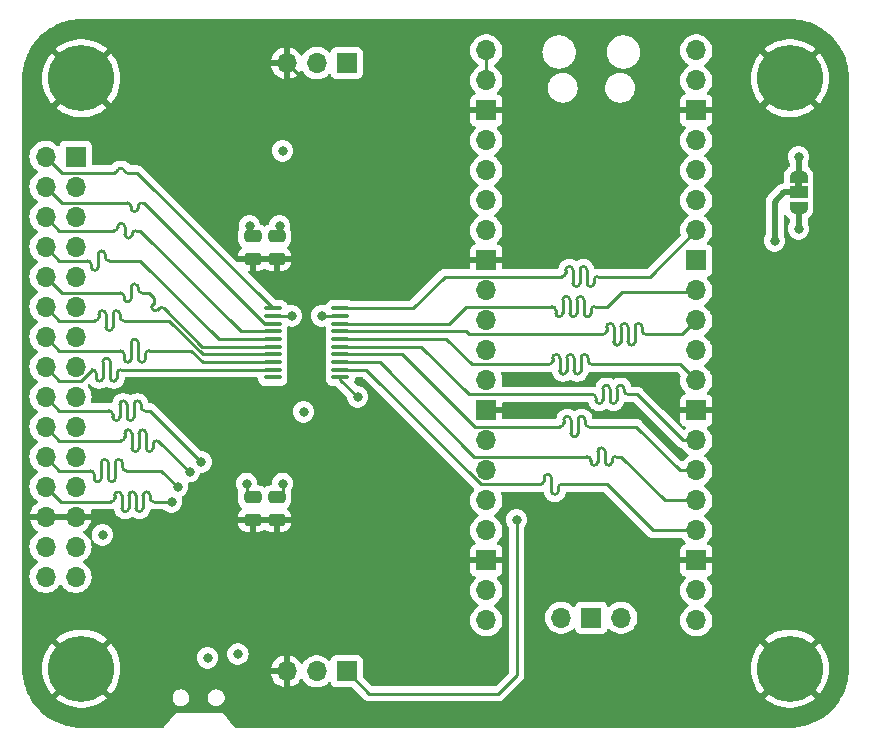
<source format=gbl>
G04 #@! TF.GenerationSoftware,KiCad,Pcbnew,7.0.7*
G04 #@! TF.CreationDate,2023-10-08T00:04:21-07:00*
G04 #@! TF.ProjectId,LogicAnalyzer,4c6f6769-6341-46e6-916c-797a65722e6b,rev?*
G04 #@! TF.SameCoordinates,Original*
G04 #@! TF.FileFunction,Copper,L4,Bot*
G04 #@! TF.FilePolarity,Positive*
%FSLAX46Y46*%
G04 Gerber Fmt 4.6, Leading zero omitted, Abs format (unit mm)*
G04 Created by KiCad (PCBNEW 7.0.7) date 2023-10-08 00:04:21*
%MOMM*%
%LPD*%
G01*
G04 APERTURE LIST*
G04 Aperture macros list*
%AMRoundRect*
0 Rectangle with rounded corners*
0 $1 Rounding radius*
0 $2 $3 $4 $5 $6 $7 $8 $9 X,Y pos of 4 corners*
0 Add a 4 corners polygon primitive as box body*
4,1,4,$2,$3,$4,$5,$6,$7,$8,$9,$2,$3,0*
0 Add four circle primitives for the rounded corners*
1,1,$1+$1,$2,$3*
1,1,$1+$1,$4,$5*
1,1,$1+$1,$6,$7*
1,1,$1+$1,$8,$9*
0 Add four rect primitives between the rounded corners*
20,1,$1+$1,$2,$3,$4,$5,0*
20,1,$1+$1,$4,$5,$6,$7,0*
20,1,$1+$1,$6,$7,$8,$9,0*
20,1,$1+$1,$8,$9,$2,$3,0*%
%AMFreePoly0*
4,1,19,0.550000,-0.750000,0.000000,-0.750000,0.000000,-0.744911,-0.071157,-0.744911,-0.207708,-0.704816,-0.327430,-0.627875,-0.420627,-0.520320,-0.479746,-0.390866,-0.500000,-0.250000,-0.500000,0.250000,-0.479746,0.390866,-0.420627,0.520320,-0.327430,0.627875,-0.207708,0.704816,-0.071157,0.744911,0.000000,0.744911,0.000000,0.750000,0.550000,0.750000,0.550000,-0.750000,0.550000,-0.750000,
$1*%
%AMFreePoly1*
4,1,19,0.000000,0.744911,0.071157,0.744911,0.207708,0.704816,0.327430,0.627875,0.420627,0.520320,0.479746,0.390866,0.500000,0.250000,0.500000,-0.250000,0.479746,-0.390866,0.420627,-0.520320,0.327430,-0.627875,0.207708,-0.704816,0.071157,-0.744911,0.000000,-0.744911,0.000000,-0.750000,-0.550000,-0.750000,-0.550000,0.750000,0.000000,0.750000,0.000000,0.744911,0.000000,0.744911,
$1*%
G04 Aperture macros list end*
G04 #@! TA.AperFunction,ComponentPad*
%ADD10C,3.600000*%
G04 #@! TD*
G04 #@! TA.AperFunction,ConnectorPad*
%ADD11C,5.600000*%
G04 #@! TD*
G04 #@! TA.AperFunction,ComponentPad*
%ADD12R,1.700000X1.700000*%
G04 #@! TD*
G04 #@! TA.AperFunction,ComponentPad*
%ADD13O,1.700000X1.700000*%
G04 #@! TD*
G04 #@! TA.AperFunction,SMDPad,CuDef*
%ADD14FreePoly0,270.000000*%
G04 #@! TD*
G04 #@! TA.AperFunction,SMDPad,CuDef*
%ADD15R,1.500000X1.000000*%
G04 #@! TD*
G04 #@! TA.AperFunction,SMDPad,CuDef*
%ADD16FreePoly1,270.000000*%
G04 #@! TD*
G04 #@! TA.AperFunction,SMDPad,CuDef*
%ADD17RoundRect,0.100000X0.637500X0.100000X-0.637500X0.100000X-0.637500X-0.100000X0.637500X-0.100000X0*%
G04 #@! TD*
G04 #@! TA.AperFunction,SMDPad,CuDef*
%ADD18RoundRect,0.250000X0.475000X-0.250000X0.475000X0.250000X-0.475000X0.250000X-0.475000X-0.250000X0*%
G04 #@! TD*
G04 #@! TA.AperFunction,SMDPad,CuDef*
%ADD19RoundRect,0.250000X-0.475000X0.250000X-0.475000X-0.250000X0.475000X-0.250000X0.475000X0.250000X0*%
G04 #@! TD*
G04 #@! TA.AperFunction,ViaPad*
%ADD20C,0.800000*%
G04 #@! TD*
G04 #@! TA.AperFunction,Conductor*
%ADD21C,0.250000*%
G04 #@! TD*
G04 #@! TA.AperFunction,Conductor*
%ADD22C,0.500000*%
G04 #@! TD*
G04 APERTURE END LIST*
G04 #@! TA.AperFunction,EtchedComponent*
G36*
X126030000Y-76278000D02*
G01*
X125430000Y-76278000D01*
X125430000Y-75778000D01*
X126030000Y-75778000D01*
X126030000Y-76278000D01*
G37*
G04 #@! TD.AperFunction*
D10*
X65000000Y-117000000D03*
D11*
X65000000Y-117000000D03*
X125000000Y-117000000D03*
D10*
X125000000Y-117000000D03*
D11*
X125000000Y-67000000D03*
D10*
X125000000Y-67000000D03*
D11*
X65000000Y-67000000D03*
D10*
X65000000Y-67000000D03*
D12*
X87475000Y-65725000D03*
D13*
X84935000Y-65725000D03*
X82395000Y-65725000D03*
X99295000Y-64655000D03*
X99295000Y-67195000D03*
D12*
X99295000Y-69735000D03*
D13*
X99295000Y-72275000D03*
X99295000Y-74815000D03*
X99295000Y-77355000D03*
X99295000Y-79895000D03*
D12*
X99295000Y-82435000D03*
D13*
X99295000Y-84975000D03*
X99295000Y-87515000D03*
X99295000Y-90055000D03*
X99295000Y-92595000D03*
D12*
X99295000Y-95135000D03*
D13*
X99295000Y-97675000D03*
X99295000Y-100215000D03*
X99295000Y-102755000D03*
X99295000Y-105295000D03*
D12*
X99295000Y-107835000D03*
D13*
X99295000Y-110375000D03*
X99295000Y-112915000D03*
X117075000Y-112915000D03*
X117075000Y-110375000D03*
D12*
X117075000Y-107835000D03*
D13*
X117075000Y-105295000D03*
X117075000Y-102755000D03*
X117075000Y-100215000D03*
X117075000Y-97675000D03*
D12*
X117075000Y-95135000D03*
D13*
X117075000Y-92595000D03*
X117075000Y-90055000D03*
X117075000Y-87515000D03*
X117075000Y-84975000D03*
D12*
X117075000Y-82435000D03*
D13*
X117075000Y-79895000D03*
X117075000Y-77355000D03*
X117075000Y-74815000D03*
X117075000Y-72275000D03*
D12*
X117075000Y-69735000D03*
D13*
X117075000Y-67195000D03*
X117075000Y-64655000D03*
X105645000Y-112685000D03*
D12*
X108185000Y-112685000D03*
D13*
X110725000Y-112685000D03*
X82395000Y-117226000D03*
X84935000Y-117226000D03*
D12*
X87475000Y-117226000D03*
D14*
X125730000Y-75378000D03*
D15*
X125730000Y-76678000D03*
D16*
X125730000Y-77978000D03*
D12*
X64516000Y-73660000D03*
D13*
X61976000Y-73660000D03*
X64516000Y-76200000D03*
X61976000Y-76200000D03*
X64516000Y-78740000D03*
X61976000Y-78740000D03*
X64516000Y-81280000D03*
X61976000Y-81280000D03*
X64516000Y-83820000D03*
X61976000Y-83820000D03*
X64516000Y-86360000D03*
X61976000Y-86360000D03*
X64516000Y-88900000D03*
X61976000Y-88900000D03*
X64516000Y-91440000D03*
X61976000Y-91440000D03*
X64516000Y-93980000D03*
X61976000Y-93980000D03*
X64516000Y-96520000D03*
X61976000Y-96520000D03*
X64516000Y-99060000D03*
X61976000Y-99060000D03*
X64516000Y-101600000D03*
X61976000Y-101600000D03*
X64516000Y-104140000D03*
X61976000Y-104140000D03*
X64516000Y-106680000D03*
X61976000Y-106680000D03*
X64516000Y-109220000D03*
X61976000Y-109220000D03*
D17*
X86936500Y-86483000D03*
X86936500Y-87133000D03*
X86936500Y-87783000D03*
X86936500Y-88433000D03*
X86936500Y-89083000D03*
X86936500Y-89733000D03*
X86936500Y-90383000D03*
X86936500Y-91033000D03*
X86936500Y-91683000D03*
X86936500Y-92333000D03*
X81211500Y-92333000D03*
X81211500Y-91683000D03*
X81211500Y-91033000D03*
X81211500Y-90383000D03*
X81211500Y-89733000D03*
X81211500Y-89083000D03*
X81211500Y-88433000D03*
X81211500Y-87783000D03*
X81211500Y-87133000D03*
X81211500Y-86483000D03*
D18*
X81534000Y-104394000D03*
X81534000Y-102494000D03*
X81534000Y-82296000D03*
X81534000Y-80396000D03*
D19*
X79502000Y-80396000D03*
X79502000Y-82296000D03*
X79502000Y-102494000D03*
X79502000Y-104394000D03*
D20*
X66802000Y-105664000D03*
X88392000Y-93980000D03*
X83820000Y-95250000D03*
X82042000Y-73152000D03*
X75692000Y-116078000D03*
X125730000Y-79756000D03*
X125729994Y-73660000D03*
X78250000Y-115750000D03*
X123698000Y-80772000D03*
X81788000Y-79502000D03*
X85344000Y-87122000D03*
X82041986Y-101335000D03*
X79248000Y-79502000D03*
X78993996Y-101335000D03*
X82804000Y-87122000D03*
X101853998Y-104394000D03*
X75173778Y-99510000D03*
X74163347Y-100325347D03*
X73147347Y-101595347D03*
X72644000Y-102870000D03*
D21*
X86936500Y-92524500D02*
X88392000Y-93980000D01*
X86936500Y-92333000D02*
X86936500Y-92524500D01*
X79248000Y-80142000D02*
X79248000Y-79502000D01*
X79502000Y-80396000D02*
X79248000Y-80142000D01*
D22*
X124480000Y-76678000D02*
X125730000Y-76678000D01*
X123698000Y-80772000D02*
X123698000Y-77460000D01*
X123698000Y-77460000D02*
X124480000Y-76678000D01*
X125730000Y-79756000D02*
X125730000Y-77978000D01*
X125729994Y-73660000D02*
X125729994Y-75377994D01*
X125729994Y-75377994D02*
X125730000Y-75378000D01*
D21*
X101853998Y-117572002D02*
X101853998Y-104394000D01*
X100300000Y-119126000D02*
X101853998Y-117572002D01*
X87475000Y-117226000D02*
X89375000Y-119126000D01*
X89375000Y-119126000D02*
X100300000Y-119126000D01*
X63341000Y-75025000D02*
X61976000Y-73660000D01*
X67634000Y-75025000D02*
X63341000Y-75025000D01*
X67837150Y-75025000D02*
X67634000Y-75025000D01*
X68635575Y-74826575D02*
X68635575Y-74826574D01*
X81211500Y-86483000D02*
X69753500Y-75025000D01*
X68234000Y-74628175D02*
G75*
G03*
X68035575Y-74826574I0J-198425D01*
G01*
X69753500Y-75025000D02*
X68834000Y-75025000D01*
X68635651Y-74826574D02*
G75*
G03*
X68437150Y-74628149I-198451J-26D01*
G01*
X68035575Y-74826574D02*
X68035575Y-74826575D01*
X68635600Y-74826575D02*
G75*
G03*
X68834000Y-75025000I198400J-25D01*
G01*
X67837150Y-75024975D02*
G75*
G03*
X68035575Y-74826575I50J198375D01*
G01*
X68437150Y-74628149D02*
X68234000Y-74628149D01*
X63341000Y-77565000D02*
X61976000Y-76200000D01*
X68505382Y-77565000D02*
X63341000Y-77565000D01*
X68904000Y-77565000D02*
X68505382Y-77565000D01*
X69204000Y-78015174D02*
X69204000Y-77865000D01*
X80522959Y-87783000D02*
X70304959Y-77565000D01*
X69204026Y-78015174D02*
G75*
G03*
X69504000Y-78315174I299974J-26D01*
G01*
X69204000Y-77865000D02*
G75*
G03*
X68904000Y-77565000I-300000J0D01*
G01*
X81211500Y-87783000D02*
X80522959Y-87783000D01*
X69504000Y-78315200D02*
G75*
G03*
X69804000Y-78015174I0J300000D01*
G01*
X70104000Y-77565000D02*
G75*
G03*
X69804000Y-77865000I0J-300000D01*
G01*
X70304959Y-77565000D02*
X70104000Y-77565000D01*
X69804000Y-77865000D02*
X69804000Y-78015174D01*
X63151000Y-79915000D02*
X61976000Y-78740000D01*
X67796000Y-79915000D02*
X66962033Y-79915000D01*
X68096000Y-79584463D02*
X68096000Y-79615000D01*
X68696000Y-80245537D02*
X68696000Y-80215000D01*
X66962033Y-79915000D02*
X63151000Y-79915000D01*
X69296000Y-80215000D02*
X69296000Y-80245537D01*
X70009000Y-79915000D02*
X69596000Y-79915000D01*
X78527000Y-88433000D02*
X70009000Y-79915000D01*
X81211500Y-88433000D02*
X78527000Y-88433000D01*
X67796000Y-79915000D02*
G75*
G03*
X68096000Y-79615000I0J300000D01*
G01*
X68396000Y-79284500D02*
G75*
G03*
X68096000Y-79584463I0J-300000D01*
G01*
X68696000Y-80215000D02*
X68696000Y-79584463D01*
X68695963Y-80245537D02*
G75*
G03*
X68996000Y-80545537I300037J37D01*
G01*
X68696037Y-79584463D02*
G75*
G03*
X68396000Y-79284463I-300037J-37D01*
G01*
X69596000Y-79915000D02*
G75*
G03*
X69296000Y-80215000I0J-300000D01*
G01*
X68996000Y-80545500D02*
G75*
G03*
X69296000Y-80245537I0J300000D01*
G01*
X76637000Y-89083000D02*
X81211500Y-89083000D01*
X70009000Y-82455000D02*
X76637000Y-89083000D01*
X69847425Y-82455000D02*
X70009000Y-82455000D01*
X67332000Y-82455000D02*
X69847425Y-82455000D01*
X67032000Y-81928750D02*
X67032000Y-82155000D01*
X66432000Y-82755000D02*
X66432000Y-81928750D01*
X66432000Y-82981242D02*
X66432000Y-82755000D01*
X65832000Y-82755000D02*
X65832000Y-82981242D01*
X63151000Y-82455000D02*
X65532000Y-82455000D01*
X66732000Y-81628800D02*
G75*
G03*
X66432000Y-81928750I0J-300000D01*
G01*
X65831958Y-82981242D02*
G75*
G03*
X66132000Y-83281242I300042J42D01*
G01*
X67032000Y-82155000D02*
G75*
G03*
X67332000Y-82455000I300000J0D01*
G01*
X65832000Y-82755000D02*
G75*
G03*
X65532000Y-82455000I-300000J0D01*
G01*
X67032050Y-81928750D02*
G75*
G03*
X66732000Y-81628750I-300050J-50D01*
G01*
X66132000Y-83281200D02*
G75*
G03*
X66432000Y-82981242I0J300000D01*
G01*
X61976000Y-81280000D02*
X63151000Y-82455000D01*
X75255000Y-89733000D02*
X81211500Y-89733000D01*
X72015147Y-86493147D02*
X75255000Y-89733000D01*
X71166618Y-86068884D02*
X71166619Y-86068883D01*
X70707000Y-85185000D02*
X71166619Y-85644619D01*
X70126000Y-85185000D02*
X70707000Y-85185000D01*
X69826000Y-84717866D02*
X69826000Y-84885000D01*
X69226000Y-85485000D02*
X69226000Y-84717866D01*
X69226000Y-85652134D02*
X69226000Y-85485000D01*
X71472669Y-86611360D02*
X71472668Y-86611361D01*
X68626000Y-85485000D02*
X68626000Y-85652134D01*
X71166619Y-86068883D02*
X71048404Y-86187097D01*
X61976000Y-83820000D02*
X63341000Y-85185000D01*
X72015145Y-86493147D02*
G75*
G03*
X71590883Y-86493147I-212131J-212131D01*
G01*
X71048369Y-86611396D02*
G75*
G03*
X71472668Y-86611359I212131J212196D01*
G01*
X69826000Y-84885000D02*
G75*
G03*
X70126000Y-85185000I300000J0D01*
G01*
X71048375Y-86187068D02*
G75*
G03*
X71048404Y-86611361I212125J-212132D01*
G01*
X63341000Y-85185000D02*
X68326000Y-85185000D01*
X69826034Y-84717866D02*
G75*
G03*
X69526000Y-84417866I-300034J-34D01*
G01*
X72015146Y-86493146D02*
X72015147Y-86493147D01*
X68926000Y-85952100D02*
G75*
G03*
X69226000Y-85652134I0J300000D01*
G01*
X71472668Y-86611361D02*
X71590882Y-86493146D01*
X68625966Y-85652134D02*
G75*
G03*
X68926000Y-85952134I300034J34D01*
G01*
X68626000Y-85485000D02*
G75*
G03*
X68326000Y-85185000I-300000J0D01*
G01*
X71166667Y-86068933D02*
G75*
G03*
X71166619Y-85644619I-212167J212133D01*
G01*
X69526000Y-84417900D02*
G75*
G03*
X69226000Y-84717866I0J-300000D01*
G01*
X63151000Y-87535000D02*
X61976000Y-86360000D01*
X65703867Y-87535000D02*
X63151000Y-87535000D01*
X66180000Y-87535000D02*
X65703867Y-87535000D01*
X66480000Y-86980296D02*
X66480000Y-87235000D01*
X67080000Y-87535000D02*
X67080000Y-86980296D01*
X67680000Y-87235000D02*
X67680000Y-88089704D01*
X67680000Y-86980296D02*
X67680000Y-87235000D01*
X72420604Y-87535000D02*
X68580000Y-87535000D01*
X68280000Y-87235000D02*
X68280000Y-86980296D01*
X81211500Y-90383000D02*
X75268604Y-90383000D01*
X66780000Y-86680300D02*
G75*
G03*
X66480000Y-86980296I0J-300000D01*
G01*
X67380000Y-88389700D02*
G75*
G03*
X67680000Y-88089704I0J300000D01*
G01*
X67980000Y-86680300D02*
G75*
G03*
X67680000Y-86980296I0J-300000D01*
G01*
X67079996Y-88089704D02*
G75*
G03*
X67380000Y-88389704I300004J4D01*
G01*
X67080004Y-86980296D02*
G75*
G03*
X66780000Y-86680296I-300004J-4D01*
G01*
X75268604Y-90383000D02*
X72420604Y-87535000D01*
X68280004Y-86980296D02*
G75*
G03*
X67980000Y-86680296I-300004J-4D01*
G01*
X68280000Y-87235000D02*
G75*
G03*
X68580000Y-87535000I300000J0D01*
G01*
X67080000Y-88089704D02*
X67080000Y-87535000D01*
X66180000Y-87535000D02*
G75*
G03*
X66480000Y-87235000I0J300000D01*
G01*
X75282208Y-91033000D02*
X81211500Y-91033000D01*
X74324208Y-90075000D02*
X75282208Y-91033000D01*
X72229552Y-90075000D02*
X74324208Y-90075000D01*
X70726000Y-90075000D02*
X72229552Y-90075000D01*
X70426000Y-90760190D02*
X70426000Y-90375000D01*
X69826000Y-89389833D02*
X69826000Y-90075000D01*
X69226000Y-90375000D02*
X69226000Y-89389833D01*
X69226000Y-90760167D02*
X69226000Y-90375000D01*
X68626000Y-90375000D02*
X68626000Y-90760167D01*
X63151000Y-90075000D02*
X68326000Y-90075000D01*
X61976000Y-88900000D02*
X63151000Y-90075000D01*
X70726000Y-90075000D02*
G75*
G03*
X70426000Y-90375000I0J-300000D01*
G01*
X69826000Y-90075000D02*
X69826000Y-90760190D01*
X69825967Y-89389833D02*
G75*
G03*
X69526000Y-89089833I-299967J33D01*
G01*
X68926000Y-91060200D02*
G75*
G03*
X69226000Y-90760167I0J300000D01*
G01*
X68626033Y-90760167D02*
G75*
G03*
X68926000Y-91060167I299967J-33D01*
G01*
X69826010Y-90760190D02*
G75*
G03*
X70126000Y-91060190I299990J-10D01*
G01*
X70126000Y-91060200D02*
G75*
G03*
X70426000Y-90760190I0J300000D01*
G01*
X68626000Y-90375000D02*
G75*
G03*
X68326000Y-90075000I-300000J0D01*
G01*
X69526000Y-89089800D02*
G75*
G03*
X69226000Y-89389833I0J-300000D01*
G01*
X71172693Y-91683000D02*
X81211500Y-91683000D01*
X68034701Y-92369976D02*
X68034701Y-91983000D01*
X67434701Y-91683000D02*
X67434701Y-92369976D01*
X67434701Y-90996047D02*
X67434701Y-91683000D01*
X66834701Y-92369976D02*
X66834701Y-91983000D01*
X66234701Y-91983000D02*
X66234701Y-92369976D01*
X65002701Y-92615000D02*
X65934701Y-91683000D01*
X61976000Y-91440000D02*
X63151000Y-92615000D01*
X68334701Y-91683001D02*
G75*
G03*
X68034701Y-91983000I-1J-299999D01*
G01*
X68334701Y-91683000D02*
X71172693Y-91683000D01*
X67734701Y-92670001D02*
G75*
G03*
X68034701Y-92369976I-1J300001D01*
G01*
X63151000Y-92615000D02*
X65002701Y-92615000D01*
X67134701Y-90696001D02*
G75*
G03*
X66834701Y-90996047I-1J-299999D01*
G01*
X66834701Y-91983000D02*
X66834701Y-90996047D01*
X66534701Y-92670001D02*
G75*
G03*
X66834701Y-92369976I-1J300001D01*
G01*
X67434724Y-92369976D02*
G75*
G03*
X67734701Y-92669976I299976J-24D01*
G01*
X66234724Y-92369976D02*
G75*
G03*
X66534701Y-92669976I299976J-24D01*
G01*
X66234700Y-91983000D02*
G75*
G03*
X65934701Y-91683000I-300000J0D01*
G01*
X67434653Y-90996047D02*
G75*
G03*
X67134701Y-90696047I-299953J47D01*
G01*
X63151000Y-95155000D02*
X61976000Y-93980000D01*
X65955501Y-95155000D02*
X63151000Y-95155000D01*
X67358000Y-95155000D02*
X65955501Y-95155000D01*
X68258000Y-95155000D02*
X68258000Y-95695078D01*
X68258000Y-94614899D02*
X68258000Y-95155000D01*
X68858000Y-95155000D02*
X68858000Y-94614899D01*
X68858000Y-95695078D02*
X68858000Y-95155000D01*
X67658000Y-95695078D02*
X67658000Y-95455000D01*
X69458000Y-94614899D02*
X69458000Y-94855000D01*
X70818778Y-95155000D02*
X70358000Y-95155000D01*
X75173778Y-99510000D02*
X70818778Y-95155000D01*
X67658000Y-95455000D02*
G75*
G03*
X67358000Y-95155000I-300000J0D01*
G01*
X67658022Y-95695078D02*
G75*
G03*
X67958000Y-95995078I299978J-22D01*
G01*
X68858001Y-94614899D02*
G75*
G03*
X68558000Y-94314899I-300001J-1D01*
G01*
X68558000Y-94314900D02*
G75*
G03*
X68258000Y-94614899I0J-300000D01*
G01*
X70058000Y-94855000D02*
X70058000Y-94614899D01*
X69158000Y-95995100D02*
G75*
G03*
X69458000Y-95695078I0J300000D01*
G01*
X69758000Y-94314900D02*
G75*
G03*
X69458000Y-94614899I0J-300000D01*
G01*
X67958000Y-95995100D02*
G75*
G03*
X68258000Y-95695078I0J300000D01*
G01*
X68858022Y-95695078D02*
G75*
G03*
X69158000Y-95995078I299978J-22D01*
G01*
X70058001Y-94614899D02*
G75*
G03*
X69758000Y-94314899I-300001J-1D01*
G01*
X69458000Y-94855000D02*
X69458000Y-95695078D01*
X70058000Y-94855000D02*
G75*
G03*
X70358000Y-95155000I300000J0D01*
G01*
X63151000Y-97695000D02*
X61976000Y-96520000D01*
X67045911Y-97695000D02*
X63151000Y-97695000D01*
X68374000Y-97695000D02*
X67045911Y-97695000D01*
X69274000Y-97695000D02*
X69274000Y-97074155D01*
X69274000Y-98315839D02*
X69274000Y-97695000D01*
X69874000Y-97695000D02*
X69874000Y-98315839D01*
X69874000Y-97074172D02*
X69874000Y-97695000D01*
X70474000Y-97995000D02*
X70474000Y-97074172D01*
X71533000Y-97695000D02*
X71374000Y-97695000D01*
X74163347Y-100325347D02*
X71533000Y-97695000D01*
X68374000Y-97695000D02*
G75*
G03*
X68674000Y-97395000I0J300000D01*
G01*
X70474000Y-98315828D02*
X70474000Y-97995000D01*
X70474028Y-97074172D02*
G75*
G03*
X70174000Y-96774172I-300028J-28D01*
G01*
X68674000Y-97074155D02*
X68674000Y-97395000D01*
X69273961Y-98315839D02*
G75*
G03*
X69574000Y-98615839I300039J39D01*
G01*
X69274045Y-97074155D02*
G75*
G03*
X68974000Y-96774155I-300045J-45D01*
G01*
X70473972Y-98315828D02*
G75*
G03*
X70774000Y-98615828I300028J28D01*
G01*
X68974000Y-96774200D02*
G75*
G03*
X68674000Y-97074155I0J-300000D01*
G01*
X69574000Y-98615800D02*
G75*
G03*
X69874000Y-98315839I0J300000D01*
G01*
X71074000Y-97995000D02*
X71074000Y-98315828D01*
X70774000Y-98615800D02*
G75*
G03*
X71074000Y-98315828I0J300000D01*
G01*
X71374000Y-97695000D02*
G75*
G03*
X71074000Y-97995000I0J-300000D01*
G01*
X70174000Y-96774200D02*
G75*
G03*
X69874000Y-97074172I0J-300000D01*
G01*
X71787000Y-100235000D02*
X73147347Y-101595347D01*
X69964854Y-100235000D02*
X71787000Y-100235000D01*
X68486000Y-99580503D02*
X68486000Y-99935000D01*
X67886000Y-100235000D02*
X67886000Y-99580503D01*
X67886000Y-100889474D02*
X67886000Y-100235000D01*
X67286000Y-99580526D02*
X67286000Y-100235000D01*
X66686000Y-100889474D02*
X66686000Y-100535000D01*
X66086000Y-100535000D02*
X66086000Y-100889474D01*
X61976000Y-99060000D02*
X63151000Y-100235000D01*
X68486000Y-99935000D02*
G75*
G03*
X68786000Y-100235000I300000J0D01*
G01*
X67286000Y-100235000D02*
X67286000Y-100889474D01*
X68485997Y-99580503D02*
G75*
G03*
X68186000Y-99280503I-299997J3D01*
G01*
X67286026Y-100889474D02*
G75*
G03*
X67586000Y-101189474I299974J-26D01*
G01*
X67285974Y-99580526D02*
G75*
G03*
X66986000Y-99280526I-299974J26D01*
G01*
X68786000Y-100235000D02*
X69964854Y-100235000D01*
X66386000Y-101189500D02*
G75*
G03*
X66686000Y-100889474I0J300000D01*
G01*
X66086026Y-100889474D02*
G75*
G03*
X66386000Y-101189474I299974J-26D01*
G01*
X67586000Y-101189500D02*
G75*
G03*
X67886000Y-100889474I0J300000D01*
G01*
X66086000Y-100535000D02*
G75*
G03*
X65786000Y-100235000I-300000J0D01*
G01*
X66986000Y-99280500D02*
G75*
G03*
X66686000Y-99580526I0J-300000D01*
G01*
X68186000Y-99280500D02*
G75*
G03*
X67886000Y-99580503I0J-300000D01*
G01*
X63151000Y-100235000D02*
X65786000Y-100235000D01*
X66686000Y-100535000D02*
X66686000Y-99580526D01*
X63246000Y-102870000D02*
X61976000Y-101600000D01*
X66576195Y-102870000D02*
X63246000Y-102870000D01*
X67520000Y-102870000D02*
X66576195Y-102870000D01*
X68420000Y-102870000D02*
X68420000Y-102327198D01*
X69020000Y-102870000D02*
X69020000Y-103412802D01*
X69620000Y-102870000D02*
X69620000Y-102327198D01*
X69620000Y-103412802D02*
X69620000Y-102870000D01*
X68420000Y-103412802D02*
X68420000Y-102870000D01*
X70220000Y-102570000D02*
X70220000Y-103412802D01*
X70220000Y-102327198D02*
X70220000Y-102570000D01*
X70820000Y-102570000D02*
X70820000Y-102327198D01*
X69020000Y-102327198D02*
X69020000Y-102870000D01*
X67520000Y-102870000D02*
G75*
G03*
X67820000Y-102570000I0J300000D01*
G01*
X68120000Y-102027200D02*
G75*
G03*
X67820000Y-102327198I0J-300000D01*
G01*
X68420002Y-102327198D02*
G75*
G03*
X68120000Y-102027198I-300002J-2D01*
G01*
X69619998Y-103412802D02*
G75*
G03*
X69920000Y-103712802I300002J2D01*
G01*
X68720000Y-103712800D02*
G75*
G03*
X69020000Y-103412802I0J300000D01*
G01*
X69620002Y-102327198D02*
G75*
G03*
X69320000Y-102027198I-300002J-2D01*
G01*
X70520000Y-102027200D02*
G75*
G03*
X70220000Y-102327198I0J-300000D01*
G01*
X70820002Y-102327198D02*
G75*
G03*
X70520000Y-102027198I-300002J-2D01*
G01*
X67820000Y-102327198D02*
X67820000Y-102570000D01*
X69920000Y-103712800D02*
G75*
G03*
X70220000Y-103412802I0J300000D01*
G01*
X70820000Y-102570000D02*
G75*
G03*
X71120000Y-102870000I300000J0D01*
G01*
X72644000Y-102870000D02*
X71120000Y-102870000D01*
X69320000Y-102027200D02*
G75*
G03*
X69020000Y-102327198I0J-300000D01*
G01*
X68419998Y-103412802D02*
G75*
G03*
X68720000Y-103712802I300002J2D01*
G01*
X86936500Y-91683000D02*
X89101298Y-91683000D01*
X105386000Y-101952715D02*
X105386000Y-101690000D01*
X113423000Y-105295000D02*
X117075000Y-105295000D01*
X98808298Y-101390000D02*
X103886000Y-101390000D01*
X104786000Y-100827308D02*
X104786000Y-101090000D01*
X109518000Y-101390000D02*
X113423000Y-105295000D01*
X107735106Y-101390000D02*
X109518000Y-101390000D01*
X89101298Y-91683000D02*
X98808298Y-101390000D01*
X104786000Y-101090000D02*
X104786000Y-101952715D01*
X105686000Y-101390000D02*
X107735106Y-101390000D01*
X104186000Y-101090000D02*
X104186000Y-100827308D01*
X104785985Y-101952715D02*
G75*
G03*
X105086000Y-102252715I300015J15D01*
G01*
X104785992Y-100827308D02*
G75*
G03*
X104486000Y-100527308I-299992J8D01*
G01*
X105086000Y-102252700D02*
G75*
G03*
X105386000Y-101952715I0J300000D01*
G01*
X103886000Y-101390000D02*
G75*
G03*
X104186000Y-101090000I0J300000D01*
G01*
X104486000Y-100527300D02*
G75*
G03*
X104186000Y-100827308I0J-300000D01*
G01*
X105686000Y-101390000D02*
G75*
G03*
X105386000Y-101690000I0J-300000D01*
G01*
X107836000Y-99040000D02*
X106257072Y-99040000D01*
X109936000Y-99340000D02*
X109936000Y-99488549D01*
X90271000Y-91033000D02*
X86936500Y-91033000D01*
X117075000Y-102755000D02*
X114439000Y-102755000D01*
X106257072Y-99040000D02*
X98278000Y-99040000D01*
X109336000Y-99488549D02*
X109336000Y-99340000D01*
X98278000Y-99040000D02*
X90271000Y-91033000D01*
X109336000Y-99340000D02*
X109336000Y-98591474D01*
X108736000Y-98591474D02*
X108736000Y-99040000D01*
X108736000Y-99040000D02*
X108736000Y-99488549D01*
X114439000Y-102755000D02*
X110724000Y-99040000D01*
X110724000Y-99040000D02*
X110236000Y-99040000D01*
X108136000Y-99488549D02*
X108136000Y-99340000D01*
X109336026Y-98591474D02*
G75*
G03*
X109036000Y-98291474I-300026J-26D01*
G01*
X108136000Y-99340000D02*
G75*
G03*
X107836000Y-99040000I-300000J0D01*
G01*
X109636000Y-99788500D02*
G75*
G03*
X109936000Y-99488549I0J300000D01*
G01*
X108135951Y-99488549D02*
G75*
G03*
X108436000Y-99788549I300049J49D01*
G01*
X110236000Y-99040000D02*
G75*
G03*
X109936000Y-99340000I0J-300000D01*
G01*
X109335951Y-99488549D02*
G75*
G03*
X109636000Y-99788549I300049J49D01*
G01*
X108436000Y-99788500D02*
G75*
G03*
X108736000Y-99488549I0J300000D01*
G01*
X109036000Y-98291500D02*
G75*
G03*
X108736000Y-98591474I0J-300000D01*
G01*
X105850000Y-95920989D02*
X105850000Y-96200000D01*
X104327418Y-96500000D02*
X98310000Y-96500000D01*
X117075000Y-100215000D02*
X115709000Y-100215000D01*
X111994000Y-96500000D02*
X107950000Y-96500000D01*
X106450000Y-97079011D02*
X106450000Y-96500000D01*
X115709000Y-100215000D02*
X111994000Y-96500000D01*
X106450000Y-96500000D02*
X106450000Y-95920989D01*
X98310000Y-96500000D02*
X92193000Y-90383000D01*
X105550000Y-96500000D02*
X104327418Y-96500000D01*
X107650000Y-96200000D02*
X107650000Y-95920989D01*
X107050000Y-96200000D02*
X107050000Y-97079011D01*
X92193000Y-90383000D02*
X86936500Y-90383000D01*
X107050000Y-95920989D02*
X107050000Y-96200000D01*
X106150000Y-95621000D02*
G75*
G03*
X105850000Y-95920989I0J-300000D01*
G01*
X105550000Y-96500000D02*
G75*
G03*
X105850000Y-96200000I0J300000D01*
G01*
X106449989Y-97079011D02*
G75*
G03*
X106750000Y-97379011I300011J11D01*
G01*
X106450011Y-95920989D02*
G75*
G03*
X106150000Y-95620989I-300011J-11D01*
G01*
X106750000Y-97379000D02*
G75*
G03*
X107050000Y-97079011I0J300000D01*
G01*
X107650011Y-95920989D02*
G75*
G03*
X107350000Y-95620989I-300011J-11D01*
G01*
X107350000Y-95621000D02*
G75*
G03*
X107050000Y-95920989I0J-300000D01*
G01*
X107650000Y-96200000D02*
G75*
G03*
X107950000Y-96500000I300000J0D01*
G01*
X109752000Y-93770000D02*
X109752000Y-93280710D01*
X93797000Y-89733000D02*
X86936500Y-89733000D01*
X109152000Y-93770000D02*
X109152000Y-94259313D01*
X110352000Y-93470000D02*
X110352000Y-94259313D01*
X108552000Y-94259313D02*
X108552000Y-94070000D01*
X110952000Y-93470000D02*
X110952000Y-93280687D01*
X97834000Y-93770000D02*
X93797000Y-89733000D01*
X107242428Y-93770000D02*
X97834000Y-93770000D01*
X110352000Y-93280687D02*
X110352000Y-93470000D01*
X117075000Y-97675000D02*
X115963000Y-97675000D01*
X109152000Y-93280710D02*
X109152000Y-93770000D01*
X109752000Y-94259313D02*
X109752000Y-93770000D01*
X115963000Y-97675000D02*
X112058000Y-93770000D01*
X108252000Y-93770000D02*
X107242428Y-93770000D01*
X112058000Y-93770000D02*
X111252000Y-93770000D01*
X110952013Y-93280687D02*
G75*
G03*
X110652000Y-92980687I-300013J-13D01*
G01*
X108852000Y-94559300D02*
G75*
G03*
X109152000Y-94259313I0J300000D01*
G01*
X109751987Y-94259313D02*
G75*
G03*
X110052000Y-94559313I300013J13D01*
G01*
X108552000Y-94070000D02*
G75*
G03*
X108252000Y-93770000I-300000J0D01*
G01*
X110952000Y-93470000D02*
G75*
G03*
X111252000Y-93770000I300000J0D01*
G01*
X109452000Y-92980700D02*
G75*
G03*
X109152000Y-93280710I0J-300000D01*
G01*
X109751990Y-93280710D02*
G75*
G03*
X109452000Y-92980710I-299990J10D01*
G01*
X110652000Y-92980700D02*
G75*
G03*
X110352000Y-93280687I0J-300000D01*
G01*
X108551987Y-94259313D02*
G75*
G03*
X108852000Y-94559313I300013J13D01*
G01*
X110052000Y-94559300D02*
G75*
G03*
X110352000Y-94259313I0J300000D01*
G01*
X117075000Y-92595000D02*
X115710000Y-91230000D01*
X106704000Y-91770697D02*
X106704000Y-91230000D01*
X106704000Y-91230000D02*
X106704000Y-90689303D01*
X105504000Y-91770674D02*
X105504000Y-91230000D01*
X104904000Y-90689303D02*
X104904000Y-90930000D01*
X107304000Y-90689303D02*
X107304000Y-90930000D01*
X106104000Y-91230000D02*
X106104000Y-91770674D01*
X95920150Y-89083000D02*
X86936500Y-89083000D01*
X107304000Y-90930000D02*
X107304000Y-91770697D01*
X105504000Y-91230000D02*
X105504000Y-90689303D01*
X107904000Y-90930000D02*
X107904000Y-90689303D01*
X98067150Y-91230000D02*
X95920150Y-89083000D01*
X115710000Y-91230000D02*
X108204000Y-91230000D01*
X104604000Y-91230000D02*
X104040022Y-91230000D01*
X106104000Y-90689303D02*
X106104000Y-91230000D01*
X104040022Y-91230000D02*
X98067150Y-91230000D01*
X105504026Y-91770674D02*
G75*
G03*
X105804000Y-92070674I299974J-26D01*
G01*
X105204000Y-90389300D02*
G75*
G03*
X104904000Y-90689303I0J-300000D01*
G01*
X107904000Y-90930000D02*
G75*
G03*
X108204000Y-91230000I300000J0D01*
G01*
X107903997Y-90689303D02*
G75*
G03*
X107604000Y-90389303I-299997J3D01*
G01*
X107604000Y-90389300D02*
G75*
G03*
X107304000Y-90689303I0J-300000D01*
G01*
X106703997Y-90689303D02*
G75*
G03*
X106404000Y-90389303I-299997J3D01*
G01*
X105804000Y-92070700D02*
G75*
G03*
X106104000Y-91770674I0J300000D01*
G01*
X104604000Y-91230000D02*
G75*
G03*
X104904000Y-90930000I0J300000D01*
G01*
X105503997Y-90689303D02*
G75*
G03*
X105204000Y-90389303I-299997J3D01*
G01*
X107004000Y-92070700D02*
G75*
G03*
X107304000Y-91770697I0J300000D01*
G01*
X106404000Y-90389300D02*
G75*
G03*
X106104000Y-90689303I0J-300000D01*
G01*
X106704003Y-91770697D02*
G75*
G03*
X107004000Y-92070697I299997J-3D01*
G01*
X111276000Y-89316851D02*
X111276000Y-88690000D01*
X110076000Y-89316851D02*
X110076000Y-88690000D01*
X109476000Y-88063152D02*
X109476000Y-88390000D01*
X111876000Y-88390000D02*
X111876000Y-89316851D01*
X109176000Y-88690000D02*
X107652993Y-88690000D01*
X110676000Y-88690000D02*
X110676000Y-89316851D01*
X117075000Y-87515000D02*
X115900000Y-88690000D01*
X107652993Y-88690000D02*
X97793000Y-88690000D01*
X111276000Y-88690000D02*
X111276000Y-88063150D01*
X112476000Y-88390000D02*
X112476000Y-88063150D01*
X115900000Y-88690000D02*
X112776000Y-88690000D01*
X97793000Y-88690000D02*
X97536000Y-88433000D01*
X110076000Y-88690000D02*
X110076000Y-88063152D01*
X111876000Y-88063150D02*
X111876000Y-88390000D01*
X97536000Y-88433000D02*
X86936500Y-88433000D01*
X110676000Y-88063150D02*
X110676000Y-88690000D01*
X110076048Y-88063152D02*
G75*
G03*
X109776000Y-87763152I-300048J-48D01*
G01*
X109176000Y-88690000D02*
G75*
G03*
X109476000Y-88390000I0J300000D01*
G01*
X112176000Y-87763200D02*
G75*
G03*
X111876000Y-88063150I0J-300000D01*
G01*
X111276049Y-89316851D02*
G75*
G03*
X111576000Y-89616851I299951J-49D01*
G01*
X112476000Y-88390000D02*
G75*
G03*
X112776000Y-88690000I300000J0D01*
G01*
X112476050Y-88063150D02*
G75*
G03*
X112176000Y-87763150I-300050J-50D01*
G01*
X109776000Y-87763200D02*
G75*
G03*
X109476000Y-88063152I0J-300000D01*
G01*
X110376000Y-89616900D02*
G75*
G03*
X110676000Y-89316851I0J300000D01*
G01*
X111276050Y-88063150D02*
G75*
G03*
X110976000Y-87763150I-300050J-50D01*
G01*
X110976000Y-87763200D02*
G75*
G03*
X110676000Y-88063150I0J-300000D01*
G01*
X110076049Y-89316851D02*
G75*
G03*
X110376000Y-89616851I299951J-49D01*
G01*
X111576000Y-89616900D02*
G75*
G03*
X111876000Y-89316851I0J300000D01*
G01*
X107558000Y-86640000D02*
X107558000Y-85770150D01*
X105758000Y-85770150D02*
X105758000Y-86340000D01*
X117075000Y-84975000D02*
X116960000Y-85090000D01*
X107558000Y-86909851D02*
X107558000Y-86640000D01*
X109494000Y-86340000D02*
X108458000Y-86340000D01*
X103547344Y-86340000D02*
X97556000Y-86340000D01*
X96113000Y-87783000D02*
X86936500Y-87783000D01*
X108158000Y-86640000D02*
X108158000Y-86909851D01*
X105758000Y-86340000D02*
X105758000Y-86909856D01*
X105158000Y-86909856D02*
X105158000Y-86640000D01*
X110744000Y-85090000D02*
X109494000Y-86340000D01*
X106358000Y-86340000D02*
X106358000Y-85770150D01*
X106958000Y-85770150D02*
X106958000Y-86340000D01*
X116960000Y-85090000D02*
X110744000Y-85090000D01*
X97556000Y-86340000D02*
X96113000Y-87783000D01*
X106958000Y-86340000D02*
X106958000Y-86909853D01*
X106358000Y-86909853D02*
X106358000Y-86340000D01*
X104858000Y-86340000D02*
X103547344Y-86340000D01*
X105458000Y-87209900D02*
G75*
G03*
X105758000Y-86909856I0J300000D01*
G01*
X107258000Y-85470200D02*
G75*
G03*
X106958000Y-85770150I0J-300000D01*
G01*
X106358047Y-86909853D02*
G75*
G03*
X106658000Y-87209853I299953J-47D01*
G01*
X105158044Y-86909856D02*
G75*
G03*
X105458000Y-87209856I299956J-44D01*
G01*
X108458000Y-86340000D02*
G75*
G03*
X108158000Y-86640000I0J-300000D01*
G01*
X106358050Y-85770150D02*
G75*
G03*
X106058000Y-85470150I-300050J-50D01*
G01*
X107858000Y-87209900D02*
G75*
G03*
X108158000Y-86909851I0J300000D01*
G01*
X106658000Y-87209900D02*
G75*
G03*
X106958000Y-86909853I0J300000D01*
G01*
X105158000Y-86640000D02*
G75*
G03*
X104858000Y-86340000I-300000J0D01*
G01*
X107558050Y-85770150D02*
G75*
G03*
X107258000Y-85470150I-300050J-50D01*
G01*
X106058000Y-85470200D02*
G75*
G03*
X105758000Y-85770150I0J-300000D01*
G01*
X107558049Y-86909851D02*
G75*
G03*
X107858000Y-87209851I299951J-49D01*
G01*
X105712000Y-83800000D02*
X102849384Y-83800000D01*
X113170000Y-83800000D02*
X108712000Y-83800000D01*
X93095000Y-86483000D02*
X86936500Y-86483000D01*
X106012000Y-83240580D02*
X106012000Y-83500000D01*
X106612000Y-84359397D02*
X106612000Y-83800000D01*
X108412000Y-84100000D02*
X108412000Y-84359420D01*
X95778000Y-83800000D02*
X93095000Y-86483000D01*
X102849384Y-83800000D02*
X95778000Y-83800000D01*
X107212000Y-83240580D02*
X107212000Y-83800000D01*
X107212000Y-83800000D02*
X107212000Y-84359397D01*
X106612000Y-83800000D02*
X106612000Y-83240580D01*
X107812000Y-84359420D02*
X107812000Y-84100000D01*
X107812000Y-84100000D02*
X107812000Y-83240580D01*
X117075000Y-79895000D02*
X113170000Y-83800000D01*
X107512000Y-82940600D02*
G75*
G03*
X107212000Y-83240580I0J-300000D01*
G01*
X108712000Y-83800000D02*
G75*
G03*
X108412000Y-84100000I0J-300000D01*
G01*
X107811980Y-84359420D02*
G75*
G03*
X108112000Y-84659420I300020J20D01*
G01*
X106312000Y-82940600D02*
G75*
G03*
X106012000Y-83240580I0J-300000D01*
G01*
X108112000Y-84659400D02*
G75*
G03*
X108412000Y-84359420I0J300000D01*
G01*
X107812020Y-83240580D02*
G75*
G03*
X107512000Y-82940580I-300020J-20D01*
G01*
X105712000Y-83800000D02*
G75*
G03*
X106012000Y-83500000I0J300000D01*
G01*
X106912000Y-84659400D02*
G75*
G03*
X107212000Y-84359397I0J300000D01*
G01*
X106612003Y-84359397D02*
G75*
G03*
X106912000Y-84659397I299997J-3D01*
G01*
X106612020Y-83240580D02*
G75*
G03*
X106312000Y-82940580I-300020J-20D01*
G01*
X99295000Y-69735000D02*
X86405000Y-69735000D01*
X86405000Y-69735000D02*
X82395000Y-65725000D01*
X99295000Y-69735000D02*
X117075000Y-69735000D01*
X86925500Y-87122000D02*
X86936500Y-87133000D01*
X81788000Y-79502000D02*
X81788000Y-80142000D01*
X81534000Y-102494000D02*
X82041986Y-101986014D01*
X85344000Y-87122000D02*
X86925500Y-87122000D01*
X81788000Y-80142000D02*
X81534000Y-80396000D01*
X82041986Y-101986014D02*
X82041986Y-101335000D01*
X82804000Y-87122000D02*
X81222500Y-87122000D01*
X78993996Y-101985996D02*
X79502000Y-102494000D01*
X81222500Y-87122000D02*
X81211500Y-87133000D01*
X78993996Y-101335000D02*
X78993996Y-101985996D01*
X99295000Y-64655000D02*
X99295000Y-67195000D01*
G04 #@! TA.AperFunction,Conductor*
G36*
X111170329Y-94403500D02*
G01*
X111171970Y-94403500D01*
X111744234Y-94403500D01*
X111811273Y-94423185D01*
X111831915Y-94439819D01*
X115455912Y-98063817D01*
X115465816Y-98076178D01*
X115466026Y-98076005D01*
X115471001Y-98082019D01*
X115522078Y-98129984D01*
X115543224Y-98151130D01*
X115548813Y-98155466D01*
X115553245Y-98159252D01*
X115585159Y-98189220D01*
X115587680Y-98191587D01*
X115605562Y-98201417D01*
X115621829Y-98212102D01*
X115637960Y-98224615D01*
X115656622Y-98232690D01*
X115681307Y-98243371D01*
X115686533Y-98245931D01*
X115727940Y-98268695D01*
X115747716Y-98273772D01*
X115766123Y-98280074D01*
X115784855Y-98288181D01*
X115806397Y-98291592D01*
X115869532Y-98321521D01*
X115890806Y-98346240D01*
X115999278Y-98512268D01*
X115999283Y-98512273D01*
X115999284Y-98512276D01*
X116151756Y-98677902D01*
X116151760Y-98677906D01*
X116329424Y-98816189D01*
X116329429Y-98816191D01*
X116329431Y-98816193D01*
X116365930Y-98835946D01*
X116415520Y-98885165D01*
X116430628Y-98953382D01*
X116406457Y-99018937D01*
X116365930Y-99054054D01*
X116329431Y-99073806D01*
X116329422Y-99073812D01*
X116151761Y-99212092D01*
X116151756Y-99212097D01*
X115999280Y-99377728D01*
X115999276Y-99377733D01*
X115991255Y-99390010D01*
X115938106Y-99435364D01*
X115868875Y-99444784D01*
X115805540Y-99415279D01*
X115799769Y-99409864D01*
X112501088Y-96111183D01*
X112491187Y-96098823D01*
X112490977Y-96098998D01*
X112486002Y-96092986D01*
X112486000Y-96092982D01*
X112459592Y-96068183D01*
X112434922Y-96045016D01*
X112413768Y-96023863D01*
X112411792Y-96022331D01*
X112408183Y-96019531D01*
X112403750Y-96015744D01*
X112369321Y-95983414D01*
X112369319Y-95983412D01*
X112351431Y-95973578D01*
X112335170Y-95962897D01*
X112319039Y-95950384D01*
X112275693Y-95931627D01*
X112270445Y-95929056D01*
X112243251Y-95914106D01*
X112229060Y-95906305D01*
X112225660Y-95905432D01*
X112209287Y-95901228D01*
X112190881Y-95894926D01*
X112172144Y-95886818D01*
X112172146Y-95886818D01*
X112125496Y-95879430D01*
X112119781Y-95878246D01*
X112092363Y-95871207D01*
X112074032Y-95866500D01*
X112074030Y-95866500D01*
X112053616Y-95866500D01*
X112034217Y-95864973D01*
X112014058Y-95861780D01*
X112014057Y-95861780D01*
X111967034Y-95866225D01*
X111961196Y-95866500D01*
X108392351Y-95866500D01*
X108325312Y-95846815D01*
X108279557Y-95794011D01*
X108270236Y-95764037D01*
X108255139Y-95678439D01*
X108237279Y-95629373D01*
X108199270Y-95524952D01*
X108117596Y-95383498D01*
X108012601Y-95258374D01*
X107950008Y-95205854D01*
X107887477Y-95153386D01*
X107831705Y-95121187D01*
X107746017Y-95071716D01*
X107746007Y-95071711D01*
X107592531Y-95015852D01*
X107431672Y-94987489D01*
X107431670Y-94987489D01*
X107350000Y-94987489D01*
X107273079Y-94987489D01*
X107269460Y-94987489D01*
X107269277Y-94987500D01*
X107268326Y-94987500D01*
X107107474Y-95015861D01*
X106953993Y-95071723D01*
X106953981Y-95071728D01*
X106812008Y-95153694D01*
X106744108Y-95170165D01*
X106688011Y-95153694D01*
X106546017Y-95071716D01*
X106546007Y-95071711D01*
X106392531Y-95015852D01*
X106231672Y-94987489D01*
X106231670Y-94987489D01*
X106150000Y-94987489D01*
X106073079Y-94987489D01*
X106069460Y-94987489D01*
X106069277Y-94987500D01*
X106068326Y-94987500D01*
X105907474Y-95015861D01*
X105753993Y-95071723D01*
X105753986Y-95071726D01*
X105612528Y-95153395D01*
X105487405Y-95258382D01*
X105382417Y-95383499D01*
X105382411Y-95383506D01*
X105300741Y-95524953D01*
X105244870Y-95678443D01*
X105229775Y-95764037D01*
X105198746Y-95826638D01*
X105138798Y-95862527D01*
X105107660Y-95866500D01*
X100769000Y-95866500D01*
X100701961Y-95846815D01*
X100656206Y-95794011D01*
X100645000Y-95742500D01*
X100645000Y-95385000D01*
X99918769Y-95385000D01*
X99851730Y-95365315D01*
X99805975Y-95312511D01*
X99796031Y-95243353D01*
X99799792Y-95226064D01*
X99805000Y-95208327D01*
X99805000Y-95061672D01*
X99799792Y-95043936D01*
X99799792Y-94974066D01*
X99837566Y-94915288D01*
X99901121Y-94886262D01*
X99918769Y-94885000D01*
X100645000Y-94885000D01*
X100645000Y-94527500D01*
X100664685Y-94460461D01*
X100717489Y-94414706D01*
X100769000Y-94403500D01*
X107162398Y-94403500D01*
X107825467Y-94403500D01*
X107892506Y-94423185D01*
X107938261Y-94475989D01*
X107944740Y-94496826D01*
X107945458Y-94496634D01*
X107946859Y-94501860D01*
X107946860Y-94501867D01*
X107984541Y-94605384D01*
X108002730Y-94655353D01*
X108084402Y-94796805D01*
X108084408Y-94796813D01*
X108189399Y-94921929D01*
X108189401Y-94921931D01*
X108251536Y-94974066D01*
X108314527Y-95026919D01*
X108455984Y-95108587D01*
X108455987Y-95108588D01*
X108455993Y-95108591D01*
X108609437Y-95164438D01*
X108609473Y-95164451D01*
X108770330Y-95192813D01*
X108770334Y-95192813D01*
X108932563Y-95192813D01*
X108932780Y-95192800D01*
X108933664Y-95192800D01*
X108933668Y-95192800D01*
X109094524Y-95164438D01*
X109094527Y-95164437D01*
X109248001Y-95108579D01*
X109248003Y-95108577D01*
X109248011Y-95108575D01*
X109389466Y-95026909D01*
X109389472Y-95026903D01*
X109389988Y-95026606D01*
X109457888Y-95010134D01*
X109513986Y-95026606D01*
X109514524Y-95026916D01*
X109514527Y-95026919D01*
X109655984Y-95108587D01*
X109655987Y-95108588D01*
X109655993Y-95108591D01*
X109809437Y-95164438D01*
X109809473Y-95164451D01*
X109970330Y-95192813D01*
X109970334Y-95192813D01*
X110132563Y-95192813D01*
X110132780Y-95192800D01*
X110133664Y-95192800D01*
X110133668Y-95192800D01*
X110294524Y-95164438D01*
X110294527Y-95164437D01*
X110448001Y-95108579D01*
X110448004Y-95108577D01*
X110448011Y-95108575D01*
X110589466Y-95026909D01*
X110714591Y-94921920D01*
X110819585Y-94796799D01*
X110901258Y-94655348D01*
X110957127Y-94501863D01*
X110958845Y-94492117D01*
X110989873Y-94429517D01*
X111049821Y-94393628D01*
X111102490Y-94391538D01*
X111170329Y-94403500D01*
G37*
G04 #@! TD.AperFunction*
G04 #@! TA.AperFunction,Conductor*
G36*
X104814176Y-91860829D02*
G01*
X104868405Y-91904885D01*
X104888386Y-91953676D01*
X104898869Y-92013149D01*
X104898870Y-92013155D01*
X104954730Y-92166660D01*
X105036395Y-92308126D01*
X105141379Y-92433254D01*
X105141381Y-92433256D01*
X105141384Y-92433259D01*
X105266194Y-92537995D01*
X105266509Y-92538259D01*
X105266513Y-92538262D01*
X105407960Y-92619932D01*
X105407971Y-92619938D01*
X105449722Y-92635135D01*
X105561463Y-92675808D01*
X105561462Y-92675808D01*
X105589828Y-92680809D01*
X105722327Y-92704174D01*
X105727079Y-92704174D01*
X105752612Y-92704174D01*
X105752701Y-92704200D01*
X105804000Y-92704200D01*
X105885673Y-92704200D01*
X105885675Y-92704200D01*
X106046544Y-92675833D01*
X106200042Y-92619961D01*
X106341505Y-92538281D01*
X106341506Y-92538279D01*
X106341996Y-92537997D01*
X106409896Y-92521522D01*
X106466000Y-92537995D01*
X106466523Y-92538297D01*
X106607969Y-92619961D01*
X106607973Y-92619963D01*
X106607974Y-92619964D01*
X106607975Y-92619964D01*
X106607978Y-92619966D01*
X106761469Y-92675833D01*
X106761473Y-92675833D01*
X106761474Y-92675834D01*
X106793777Y-92681529D01*
X106922329Y-92704197D01*
X106927079Y-92704197D01*
X106952635Y-92704197D01*
X106952645Y-92704200D01*
X107004000Y-92704200D01*
X107085669Y-92704200D01*
X107085671Y-92704200D01*
X107246532Y-92675836D01*
X107400024Y-92619969D01*
X107541482Y-92538297D01*
X107666609Y-92433302D01*
X107668182Y-92431428D01*
X107738848Y-92347210D01*
X107771603Y-92308174D01*
X107853273Y-92166715D01*
X107886965Y-92074146D01*
X107909137Y-92013226D01*
X107909137Y-92013225D01*
X107909138Y-92013223D01*
X107919637Y-91953673D01*
X107950664Y-91891070D01*
X108010611Y-91855179D01*
X108063285Y-91853089D01*
X108122329Y-91863500D01*
X108123970Y-91863500D01*
X115396234Y-91863500D01*
X115463273Y-91883185D01*
X115483915Y-91899819D01*
X115725936Y-92141840D01*
X115759421Y-92203163D01*
X115758461Y-92259960D01*
X115730435Y-92370633D01*
X115711844Y-92594994D01*
X115711844Y-92595005D01*
X115730434Y-92819359D01*
X115730436Y-92819371D01*
X115785703Y-93037614D01*
X115876140Y-93243792D01*
X115999276Y-93432265D01*
X115999278Y-93432268D01*
X116150707Y-93596762D01*
X116181629Y-93659415D01*
X116173769Y-93728841D01*
X116129622Y-93782997D01*
X116102811Y-93796926D01*
X115982912Y-93841646D01*
X115982906Y-93841649D01*
X115867812Y-93927809D01*
X115867809Y-93927812D01*
X115781649Y-94042906D01*
X115781645Y-94042913D01*
X115731403Y-94177620D01*
X115731401Y-94177627D01*
X115725000Y-94237155D01*
X115725000Y-94885000D01*
X116451231Y-94885000D01*
X116518270Y-94904685D01*
X116564025Y-94957489D01*
X116573969Y-95026647D01*
X116570208Y-95043936D01*
X116565000Y-95061672D01*
X116565000Y-95208327D01*
X116570208Y-95226064D01*
X116570208Y-95295934D01*
X116532434Y-95354712D01*
X116468879Y-95383738D01*
X116451231Y-95385000D01*
X115725000Y-95385000D01*
X115725000Y-96032844D01*
X115731401Y-96092372D01*
X115731403Y-96092379D01*
X115781645Y-96227086D01*
X115781649Y-96227093D01*
X115846306Y-96313463D01*
X115859691Y-96349349D01*
X115881652Y-96354127D01*
X115896536Y-96363693D01*
X115982906Y-96428350D01*
X115982913Y-96428354D01*
X116102809Y-96473072D01*
X116158743Y-96514943D01*
X116183160Y-96580407D01*
X116168309Y-96648680D01*
X116150705Y-96673238D01*
X116097521Y-96731010D01*
X116037634Y-96767000D01*
X115967795Y-96764899D01*
X115918611Y-96734707D01*
X115734544Y-96550640D01*
X115706743Y-96499727D01*
X115672730Y-96487042D01*
X115659359Y-96475455D01*
X114255632Y-95071728D01*
X112565088Y-93381183D01*
X112555187Y-93368823D01*
X112554977Y-93368998D01*
X112550002Y-93362986D01*
X112550000Y-93362982D01*
X112516163Y-93331207D01*
X112498922Y-93315016D01*
X112477768Y-93293863D01*
X112475792Y-93292331D01*
X112472183Y-93289531D01*
X112467750Y-93285744D01*
X112433321Y-93253414D01*
X112433319Y-93253412D01*
X112415431Y-93243578D01*
X112399170Y-93232897D01*
X112383039Y-93220384D01*
X112339693Y-93201627D01*
X112334445Y-93199056D01*
X112307251Y-93184106D01*
X112293060Y-93176305D01*
X112288453Y-93175122D01*
X112273287Y-93171228D01*
X112254881Y-93164926D01*
X112236144Y-93156818D01*
X112236146Y-93156818D01*
X112189496Y-93149430D01*
X112183781Y-93148246D01*
X112162310Y-93142734D01*
X112138032Y-93136500D01*
X112138030Y-93136500D01*
X112117616Y-93136500D01*
X112098217Y-93134973D01*
X112078058Y-93131780D01*
X112078057Y-93131780D01*
X112031034Y-93136225D01*
X112025196Y-93136500D01*
X111678533Y-93136500D01*
X111611494Y-93116815D01*
X111565739Y-93064011D01*
X111559259Y-93043173D01*
X111558542Y-93043366D01*
X111557142Y-93038146D01*
X111557140Y-93038133D01*
X111501270Y-92884647D01*
X111439676Y-92777970D01*
X111419597Y-92743194D01*
X111419591Y-92743186D01*
X111316167Y-92619937D01*
X111314601Y-92618071D01*
X111314600Y-92618070D01*
X111314598Y-92618068D01*
X111189478Y-92513085D01*
X111189473Y-92513081D01*
X111048016Y-92431413D01*
X111048006Y-92431408D01*
X110894529Y-92375549D01*
X110733674Y-92347187D01*
X110733670Y-92347187D01*
X110652000Y-92347187D01*
X110575079Y-92347187D01*
X110571437Y-92347187D01*
X110571220Y-92347200D01*
X110570327Y-92347200D01*
X110409475Y-92375562D01*
X110409472Y-92375562D01*
X110255998Y-92431420D01*
X110255982Y-92431428D01*
X110113984Y-92513407D01*
X110046083Y-92529878D01*
X109989984Y-92513405D01*
X109848028Y-92431444D01*
X109848029Y-92431444D01*
X109771278Y-92403508D01*
X109694533Y-92375575D01*
X109694530Y-92375574D01*
X109694529Y-92375574D01*
X109533672Y-92347210D01*
X109503372Y-92347210D01*
X109503338Y-92347200D01*
X109452000Y-92347200D01*
X109370328Y-92347200D01*
X109370325Y-92347200D01*
X109209467Y-92375564D01*
X109209464Y-92375564D01*
X109209464Y-92375565D01*
X109209437Y-92375575D01*
X109055972Y-92431432D01*
X109055962Y-92431437D01*
X108914508Y-92513108D01*
X108914507Y-92513109D01*
X108789390Y-92618098D01*
X108789377Y-92618110D01*
X108684394Y-92743231D01*
X108684387Y-92743240D01*
X108602722Y-92884694D01*
X108602720Y-92884698D01*
X108546856Y-93038194D01*
X108545149Y-93047879D01*
X108514121Y-93110481D01*
X108454173Y-93146370D01*
X108401501Y-93148460D01*
X108333673Y-93136500D01*
X108333671Y-93136500D01*
X108332030Y-93136500D01*
X107322458Y-93136500D01*
X100718571Y-93136500D01*
X100651532Y-93116815D01*
X100605777Y-93064011D01*
X100595833Y-92994853D01*
X100598365Y-92982060D01*
X100634640Y-92838811D01*
X100639564Y-92819368D01*
X100642891Y-92779221D01*
X100658156Y-92595005D01*
X100658156Y-92594994D01*
X100639565Y-92370640D01*
X100639563Y-92370628D01*
X100623735Y-92308126D01*
X100584296Y-92152384D01*
X100533819Y-92037309D01*
X100524917Y-91968010D01*
X100554894Y-91904898D01*
X100614234Y-91868011D01*
X100647376Y-91863500D01*
X104685669Y-91863500D01*
X104685671Y-91863500D01*
X104744736Y-91853085D01*
X104814176Y-91860829D01*
G37*
G04 #@! TD.AperFunction*
G04 #@! TA.AperFunction,Conductor*
G36*
X63969692Y-103909685D02*
G01*
X64015447Y-103962489D01*
X64025391Y-104031647D01*
X64021631Y-104048933D01*
X64016000Y-104068111D01*
X64016000Y-104211888D01*
X64021631Y-104231067D01*
X64021630Y-104300936D01*
X63983855Y-104359714D01*
X63920299Y-104388738D01*
X63902653Y-104390000D01*
X62589347Y-104390000D01*
X62522308Y-104370315D01*
X62476553Y-104317511D01*
X62466609Y-104248353D01*
X62470369Y-104231067D01*
X62476000Y-104211888D01*
X62476000Y-104068111D01*
X62470369Y-104048933D01*
X62470370Y-103979064D01*
X62508145Y-103920286D01*
X62571701Y-103891262D01*
X62589347Y-103890000D01*
X63902653Y-103890000D01*
X63969692Y-103909685D01*
G37*
G04 #@! TD.AperFunction*
G04 #@! TA.AperFunction,Conductor*
G36*
X125218129Y-62009522D02*
G01*
X125415911Y-62018157D01*
X125420841Y-62018571D01*
X125637074Y-62045524D01*
X125837291Y-62071884D01*
X125841837Y-62072659D01*
X126054348Y-62117218D01*
X126252497Y-62161147D01*
X126256758Y-62162251D01*
X126464640Y-62224141D01*
X126658652Y-62285313D01*
X126662484Y-62286663D01*
X126864515Y-62365495D01*
X127052737Y-62443459D01*
X127056227Y-62445032D01*
X127251080Y-62540291D01*
X127431966Y-62634454D01*
X127435072Y-62636185D01*
X127621450Y-62747242D01*
X127793637Y-62856938D01*
X127796318Y-62858747D01*
X127972970Y-62984874D01*
X128135063Y-63109252D01*
X128137391Y-63111129D01*
X128177502Y-63145101D01*
X128303103Y-63251479D01*
X128454870Y-63390549D01*
X128609446Y-63545125D01*
X128707463Y-63652092D01*
X128748534Y-63696913D01*
X128888850Y-63862586D01*
X128890726Y-63864913D01*
X129015136Y-64027044D01*
X129141237Y-64203659D01*
X129143043Y-64206335D01*
X129219334Y-64326087D01*
X129252774Y-64378578D01*
X129363803Y-64564911D01*
X129365537Y-64568020D01*
X129459728Y-64748959D01*
X129554955Y-64943749D01*
X129556536Y-64947254D01*
X129634516Y-65135518D01*
X129713317Y-65337464D01*
X129714689Y-65341359D01*
X129775879Y-65535429D01*
X129837739Y-65743214D01*
X129838847Y-65747486D01*
X129882809Y-65945781D01*
X129927326Y-66158101D01*
X129928115Y-66162733D01*
X129954514Y-66363243D01*
X129981423Y-66579127D01*
X129981840Y-66584093D01*
X129990504Y-66782511D01*
X129999500Y-67000000D01*
X129999500Y-117000000D01*
X129990495Y-117217706D01*
X129981842Y-117415892D01*
X129981425Y-117420859D01*
X129954488Y-117636964D01*
X129928123Y-117837236D01*
X129927333Y-117841869D01*
X129882781Y-118054348D01*
X129838851Y-118252498D01*
X129837743Y-118256770D01*
X129775862Y-118464627D01*
X129714694Y-118658626D01*
X129713322Y-118662521D01*
X129634501Y-118864523D01*
X129556542Y-119052730D01*
X129554962Y-119056234D01*
X129459713Y-119251072D01*
X129365544Y-119431966D01*
X129363811Y-119435074D01*
X129252759Y-119621446D01*
X129143069Y-119793624D01*
X129141237Y-119796339D01*
X129015125Y-119972970D01*
X128890746Y-120135064D01*
X128888869Y-120137391D01*
X128748525Y-120303097D01*
X128609450Y-120454870D01*
X128454873Y-120609448D01*
X128303086Y-120748534D01*
X128137412Y-120888850D01*
X128135085Y-120890726D01*
X127972951Y-121015139D01*
X127796353Y-121141228D01*
X127793638Y-121143060D01*
X127621421Y-121252774D01*
X127435087Y-121363803D01*
X127431978Y-121365537D01*
X127251040Y-121459728D01*
X127056249Y-121554955D01*
X127052745Y-121556535D01*
X126864481Y-121634516D01*
X126662534Y-121713317D01*
X126658639Y-121714689D01*
X126464570Y-121775879D01*
X126256784Y-121837739D01*
X126252512Y-121838847D01*
X126054218Y-121882809D01*
X125841896Y-121927326D01*
X125837265Y-121928115D01*
X125636756Y-121954514D01*
X125420871Y-121981423D01*
X125415905Y-121981840D01*
X125217488Y-121990504D01*
X125000000Y-121999500D01*
X78059838Y-121999500D01*
X77992799Y-121979815D01*
X77963010Y-121952962D01*
X77011529Y-120763609D01*
X77007452Y-120756691D01*
X77000249Y-120749482D01*
X76990094Y-120748366D01*
X76982178Y-120749500D01*
X73017822Y-120749500D01*
X73009960Y-120748374D01*
X72999752Y-120749482D01*
X72992841Y-120756365D01*
X72988742Y-120763268D01*
X72036990Y-121952962D01*
X71979740Y-121993014D01*
X71940162Y-121999500D01*
X65000000Y-121999500D01*
X64782293Y-121990495D01*
X64584106Y-121981842D01*
X64579139Y-121981425D01*
X64363035Y-121954488D01*
X64239608Y-121938239D01*
X64162750Y-121928121D01*
X64158129Y-121927333D01*
X63945651Y-121882781D01*
X63747500Y-121838851D01*
X63743228Y-121837743D01*
X63535372Y-121775862D01*
X63341372Y-121714694D01*
X63337477Y-121713322D01*
X63337464Y-121713317D01*
X63135477Y-121634501D01*
X62947268Y-121556542D01*
X62943764Y-121554962D01*
X62817778Y-121493372D01*
X62748923Y-121459711D01*
X62691765Y-121429956D01*
X62568032Y-121365544D01*
X62564924Y-121363811D01*
X62378553Y-121252759D01*
X62206374Y-121143069D01*
X62203659Y-121141237D01*
X62203646Y-121141228D01*
X62108270Y-121073130D01*
X62027029Y-121015125D01*
X61864935Y-120890746D01*
X61862607Y-120888869D01*
X61698338Y-120749741D01*
X61696897Y-120748521D01*
X61696737Y-120748374D01*
X61545127Y-120609448D01*
X61474589Y-120538910D01*
X61390549Y-120454870D01*
X61251464Y-120303085D01*
X61248850Y-120299999D01*
X61216084Y-120261311D01*
X61111148Y-120137412D01*
X61109272Y-120135085D01*
X60984860Y-119972951D01*
X60858738Y-119796306D01*
X60856967Y-119793681D01*
X60747222Y-119621416D01*
X60739946Y-119609206D01*
X60699338Y-119541056D01*
X60636195Y-119435087D01*
X60634461Y-119431978D01*
X60540271Y-119251040D01*
X60518141Y-119205773D01*
X60445030Y-119056221D01*
X60443475Y-119052773D01*
X60399404Y-118946376D01*
X60365483Y-118864481D01*
X60328951Y-118770859D01*
X60286667Y-118662495D01*
X60285316Y-118658658D01*
X60224136Y-118464623D01*
X60162254Y-118256768D01*
X60161151Y-118252512D01*
X60151863Y-118210615D01*
X60117200Y-118054266D01*
X60072671Y-117841894D01*
X60071885Y-117837288D01*
X60045489Y-117636793D01*
X60018574Y-117420859D01*
X60018158Y-117415904D01*
X60009504Y-117217706D01*
X60000500Y-117000000D01*
X61695153Y-117000000D01*
X61714526Y-117357314D01*
X61714527Y-117357331D01*
X61772415Y-117710431D01*
X61772421Y-117710457D01*
X61868147Y-118055232D01*
X61868149Y-118055239D01*
X62000597Y-118387659D01*
X62000606Y-118387677D01*
X62168218Y-118703827D01*
X62369033Y-119000007D01*
X62496441Y-119150003D01*
X62496442Y-119150004D01*
X63607413Y-118039032D01*
X63668736Y-118005547D01*
X63738427Y-118010531D01*
X63789381Y-118046179D01*
X63865130Y-118134870D01*
X63894836Y-118160241D01*
X63953816Y-118210615D01*
X63992009Y-118269122D01*
X63992507Y-118338990D01*
X63960965Y-118392586D01*
X62847255Y-119506295D01*
X62847256Y-119506296D01*
X62860485Y-119518828D01*
X62860486Y-119518829D01*
X63145367Y-119735388D01*
X63145370Y-119735390D01*
X63451990Y-119919876D01*
X63776739Y-120070122D01*
X63776744Y-120070123D01*
X64115855Y-120184383D01*
X64465339Y-120261311D01*
X64821075Y-120299999D01*
X64821085Y-120300000D01*
X65178915Y-120300000D01*
X65178924Y-120299999D01*
X65534660Y-120261311D01*
X65884144Y-120184383D01*
X66223255Y-120070123D01*
X66223260Y-120070122D01*
X66548009Y-119919876D01*
X66854629Y-119735390D01*
X66854632Y-119735388D01*
X67110274Y-119541056D01*
X72729500Y-119541056D01*
X72745622Y-119606466D01*
X72770210Y-119706226D01*
X72849263Y-119856849D01*
X72849266Y-119856852D01*
X72962071Y-119984183D01*
X73052318Y-120046476D01*
X73102068Y-120080817D01*
X73102069Y-120080817D01*
X73102070Y-120080818D01*
X73203358Y-120119230D01*
X73251242Y-120137391D01*
X73261128Y-120141140D01*
X73337028Y-120150356D01*
X73387626Y-120156500D01*
X73387628Y-120156500D01*
X73472374Y-120156500D01*
X73514538Y-120151380D01*
X73598872Y-120141140D01*
X73757930Y-120080818D01*
X73897929Y-119984183D01*
X74010734Y-119856852D01*
X74089790Y-119706225D01*
X74130500Y-119541056D01*
X75729500Y-119541056D01*
X75745622Y-119606466D01*
X75770210Y-119706226D01*
X75849263Y-119856849D01*
X75849266Y-119856852D01*
X75962071Y-119984183D01*
X76052318Y-120046476D01*
X76102068Y-120080817D01*
X76102069Y-120080817D01*
X76102070Y-120080818D01*
X76203358Y-120119230D01*
X76251242Y-120137391D01*
X76261128Y-120141140D01*
X76337028Y-120150356D01*
X76387626Y-120156500D01*
X76387628Y-120156500D01*
X76472374Y-120156500D01*
X76514538Y-120151380D01*
X76598872Y-120141140D01*
X76757930Y-120080818D01*
X76897929Y-119984183D01*
X77010734Y-119856852D01*
X77089790Y-119706225D01*
X77130500Y-119541056D01*
X77130500Y-119370944D01*
X77089790Y-119205775D01*
X77060519Y-119150004D01*
X77010736Y-119055150D01*
X76961884Y-119000008D01*
X76897929Y-118927817D01*
X76848177Y-118893475D01*
X76757931Y-118831182D01*
X76598874Y-118770860D01*
X76598868Y-118770859D01*
X76472374Y-118755500D01*
X76472372Y-118755500D01*
X76387628Y-118755500D01*
X76387626Y-118755500D01*
X76261131Y-118770859D01*
X76261125Y-118770860D01*
X76102068Y-118831182D01*
X75962072Y-118927816D01*
X75849263Y-119055150D01*
X75770210Y-119205773D01*
X75770210Y-119205775D01*
X75729500Y-119370944D01*
X75729500Y-119541056D01*
X74130500Y-119541056D01*
X74130500Y-119370944D01*
X74089790Y-119205775D01*
X74060519Y-119150004D01*
X74010736Y-119055150D01*
X73961884Y-119000008D01*
X73897929Y-118927817D01*
X73848177Y-118893475D01*
X73757931Y-118831182D01*
X73598874Y-118770860D01*
X73598868Y-118770859D01*
X73472374Y-118755500D01*
X73472372Y-118755500D01*
X73387628Y-118755500D01*
X73387626Y-118755500D01*
X73261131Y-118770859D01*
X73261125Y-118770860D01*
X73102068Y-118831182D01*
X72962072Y-118927816D01*
X72849263Y-119055150D01*
X72770210Y-119205773D01*
X72770210Y-119205775D01*
X72729500Y-119370944D01*
X72729500Y-119541056D01*
X67110274Y-119541056D01*
X67139504Y-119518836D01*
X67152742Y-119506294D01*
X66039033Y-118392586D01*
X66005548Y-118331263D01*
X66010532Y-118261571D01*
X66046180Y-118210617D01*
X66134870Y-118134870D01*
X66210617Y-118046180D01*
X66269121Y-118007990D01*
X66338989Y-118007490D01*
X66392586Y-118039033D01*
X67503556Y-119150003D01*
X67630964Y-119000008D01*
X67630975Y-118999994D01*
X67831781Y-118703827D01*
X67999393Y-118387677D01*
X67999402Y-118387659D01*
X68131850Y-118055239D01*
X68131852Y-118055232D01*
X68227578Y-117710457D01*
X68227584Y-117710431D01*
X68266017Y-117476000D01*
X81064364Y-117476000D01*
X81121567Y-117689486D01*
X81121570Y-117689492D01*
X81221399Y-117903578D01*
X81356894Y-118097082D01*
X81523917Y-118264105D01*
X81717421Y-118399600D01*
X81931507Y-118499429D01*
X81931516Y-118499433D01*
X82145000Y-118556634D01*
X82145000Y-117838301D01*
X82164685Y-117771262D01*
X82217489Y-117725507D01*
X82286647Y-117715563D01*
X82359237Y-117726000D01*
X82359238Y-117726000D01*
X82430762Y-117726000D01*
X82430763Y-117726000D01*
X82503353Y-117715563D01*
X82572512Y-117725507D01*
X82625315Y-117771262D01*
X82645000Y-117838301D01*
X82645000Y-118556633D01*
X82858483Y-118499433D01*
X82858492Y-118499429D01*
X83072578Y-118399600D01*
X83266082Y-118264105D01*
X83433105Y-118097082D01*
X83559868Y-117916048D01*
X83614445Y-117872423D01*
X83683944Y-117865231D01*
X83746298Y-117896753D01*
X83765251Y-117919350D01*
X83859276Y-118063265D01*
X83859284Y-118063276D01*
X84011756Y-118228902D01*
X84011761Y-118228907D01*
X84056983Y-118264105D01*
X84189424Y-118367189D01*
X84189425Y-118367189D01*
X84189427Y-118367191D01*
X84305524Y-118430019D01*
X84387426Y-118474342D01*
X84600365Y-118547444D01*
X84822431Y-118584500D01*
X85047569Y-118584500D01*
X85269635Y-118547444D01*
X85482574Y-118474342D01*
X85680576Y-118367189D01*
X85858240Y-118228906D01*
X85921452Y-118160239D01*
X85981337Y-118124250D01*
X86051175Y-118126349D01*
X86108791Y-118165873D01*
X86128861Y-118200888D01*
X86174110Y-118322203D01*
X86174111Y-118322204D01*
X86261739Y-118439261D01*
X86378796Y-118526889D01*
X86515799Y-118577989D01*
X86543050Y-118580918D01*
X86576345Y-118584499D01*
X86576362Y-118584500D01*
X87886234Y-118584500D01*
X87953273Y-118604185D01*
X87973914Y-118620818D01*
X88503098Y-119150003D01*
X88867912Y-119514817D01*
X88877819Y-119527183D01*
X88878029Y-119527010D01*
X88882996Y-119533015D01*
X88934079Y-119580984D01*
X88955224Y-119602130D01*
X88960813Y-119606466D01*
X88965245Y-119610252D01*
X88986853Y-119630542D01*
X88999680Y-119642587D01*
X89017562Y-119652417D01*
X89033829Y-119663102D01*
X89049960Y-119675615D01*
X89071838Y-119685081D01*
X89093307Y-119694371D01*
X89098533Y-119696931D01*
X89139940Y-119719695D01*
X89159716Y-119724772D01*
X89178124Y-119731075D01*
X89196850Y-119739179D01*
X89196852Y-119739180D01*
X89196853Y-119739180D01*
X89196855Y-119739181D01*
X89237784Y-119745663D01*
X89243503Y-119746569D01*
X89249212Y-119747751D01*
X89294970Y-119759500D01*
X89315384Y-119759500D01*
X89334783Y-119761027D01*
X89354943Y-119764220D01*
X89401965Y-119759775D01*
X89407804Y-119759500D01*
X100216366Y-119759500D01*
X100232113Y-119761238D01*
X100232139Y-119760968D01*
X100239905Y-119761701D01*
X100239909Y-119761702D01*
X100309958Y-119759500D01*
X100339856Y-119759500D01*
X100339857Y-119759500D01*
X100341222Y-119759327D01*
X100346862Y-119758614D01*
X100352685Y-119758156D01*
X100378708Y-119757338D01*
X100399890Y-119756673D01*
X100409681Y-119753827D01*
X100419481Y-119750980D01*
X100438538Y-119747032D01*
X100458797Y-119744474D01*
X100502721Y-119727082D01*
X100508221Y-119725199D01*
X100553593Y-119712018D01*
X100571165Y-119701625D01*
X100588632Y-119693068D01*
X100607617Y-119685552D01*
X100645826Y-119657790D01*
X100650704Y-119654585D01*
X100691362Y-119630542D01*
X100705802Y-119616100D01*
X100720592Y-119603470D01*
X100737107Y-119591472D01*
X100767222Y-119555067D01*
X100771126Y-119550776D01*
X102242814Y-118079088D01*
X102255176Y-118069187D01*
X102255002Y-118068977D01*
X102261011Y-118064004D01*
X102261016Y-118064002D01*
X102308982Y-118012922D01*
X102330133Y-117991772D01*
X102334459Y-117986194D01*
X102338248Y-117981757D01*
X102370584Y-117947323D01*
X102380417Y-117929434D01*
X102391100Y-117913171D01*
X102403612Y-117897043D01*
X102422369Y-117853693D01*
X102424939Y-117848449D01*
X102447691Y-117807066D01*
X102447691Y-117807065D01*
X102447693Y-117807062D01*
X102452772Y-117787275D01*
X102459068Y-117768887D01*
X102467179Y-117750147D01*
X102474567Y-117703499D01*
X102475749Y-117697788D01*
X102487498Y-117652032D01*
X102487498Y-117631617D01*
X102489025Y-117612216D01*
X102492218Y-117592059D01*
X102487773Y-117545035D01*
X102487498Y-117539197D01*
X102487498Y-117000000D01*
X121695153Y-117000000D01*
X121714526Y-117357314D01*
X121714527Y-117357331D01*
X121772415Y-117710431D01*
X121772421Y-117710457D01*
X121868147Y-118055232D01*
X121868149Y-118055239D01*
X122000597Y-118387659D01*
X122000606Y-118387677D01*
X122168218Y-118703827D01*
X122369033Y-119000007D01*
X122496441Y-119150003D01*
X122496442Y-119150004D01*
X123607413Y-118039032D01*
X123668736Y-118005547D01*
X123738427Y-118010531D01*
X123789381Y-118046179D01*
X123865130Y-118134870D01*
X123894836Y-118160241D01*
X123953816Y-118210615D01*
X123992009Y-118269122D01*
X123992507Y-118338990D01*
X123960965Y-118392586D01*
X122847255Y-119506295D01*
X122847256Y-119506296D01*
X122860485Y-119518828D01*
X122860486Y-119518829D01*
X123145367Y-119735388D01*
X123145370Y-119735390D01*
X123451990Y-119919876D01*
X123776739Y-120070122D01*
X123776744Y-120070123D01*
X124115855Y-120184383D01*
X124465339Y-120261311D01*
X124821075Y-120299999D01*
X124821085Y-120300000D01*
X125178915Y-120300000D01*
X125178924Y-120299999D01*
X125534660Y-120261311D01*
X125884144Y-120184383D01*
X126223255Y-120070123D01*
X126223260Y-120070122D01*
X126548009Y-119919876D01*
X126854629Y-119735390D01*
X126854632Y-119735388D01*
X127139504Y-119518836D01*
X127152742Y-119506294D01*
X126039033Y-118392586D01*
X126005548Y-118331263D01*
X126010532Y-118261571D01*
X126046180Y-118210617D01*
X126134870Y-118134870D01*
X126210617Y-118046180D01*
X126269121Y-118007990D01*
X126338989Y-118007490D01*
X126392586Y-118039033D01*
X127503556Y-119150003D01*
X127630964Y-119000008D01*
X127630975Y-118999994D01*
X127831781Y-118703827D01*
X127999393Y-118387677D01*
X127999402Y-118387659D01*
X128131850Y-118055239D01*
X128131852Y-118055232D01*
X128227578Y-117710457D01*
X128227584Y-117710431D01*
X128285472Y-117357331D01*
X128285473Y-117357314D01*
X128304847Y-117000000D01*
X128304847Y-116999997D01*
X128285473Y-116642685D01*
X128285472Y-116642668D01*
X128227584Y-116289568D01*
X128227578Y-116289542D01*
X128131852Y-115944767D01*
X128131850Y-115944760D01*
X127999402Y-115612340D01*
X127999393Y-115612322D01*
X127831781Y-115296172D01*
X127630966Y-114999992D01*
X127503557Y-114849995D01*
X127503556Y-114849994D01*
X126392586Y-115960965D01*
X126331263Y-115994450D01*
X126261571Y-115989466D01*
X126210615Y-115953816D01*
X126154464Y-115888072D01*
X126134870Y-115865130D01*
X126046179Y-115789381D01*
X126007989Y-115730878D01*
X126007489Y-115661010D01*
X126039032Y-115607413D01*
X127152743Y-114493703D01*
X127152742Y-114493702D01*
X127139514Y-114481171D01*
X127139513Y-114481170D01*
X126854632Y-114264611D01*
X126854629Y-114264609D01*
X126548009Y-114080123D01*
X126223260Y-113929877D01*
X126223255Y-113929876D01*
X125884144Y-113815616D01*
X125534660Y-113738688D01*
X125178924Y-113700000D01*
X124821075Y-113700000D01*
X124465339Y-113738688D01*
X124115855Y-113815616D01*
X123776744Y-113929876D01*
X123776739Y-113929877D01*
X123451990Y-114080123D01*
X123145370Y-114264609D01*
X123145367Y-114264611D01*
X122860491Y-114481166D01*
X122847256Y-114493703D01*
X122847255Y-114493703D01*
X123960966Y-115607413D01*
X123994451Y-115668736D01*
X123989467Y-115738428D01*
X123953817Y-115789384D01*
X123865130Y-115865130D01*
X123789384Y-115953817D01*
X123730877Y-115992010D01*
X123661009Y-115992508D01*
X123607413Y-115960966D01*
X122496442Y-114849994D01*
X122496441Y-114849995D01*
X122369040Y-114999983D01*
X122369033Y-114999993D01*
X122168218Y-115296172D01*
X122000606Y-115612322D01*
X122000597Y-115612340D01*
X121868149Y-115944760D01*
X121868147Y-115944767D01*
X121772421Y-116289542D01*
X121772415Y-116289568D01*
X121714527Y-116642668D01*
X121714526Y-116642685D01*
X121695153Y-116999997D01*
X121695153Y-117000000D01*
X102487498Y-117000000D01*
X102487498Y-112685005D01*
X104281844Y-112685005D01*
X104300434Y-112909359D01*
X104300436Y-112909371D01*
X104355703Y-113127614D01*
X104446140Y-113333792D01*
X104569276Y-113522265D01*
X104569284Y-113522276D01*
X104663733Y-113624873D01*
X104721760Y-113687906D01*
X104899424Y-113826189D01*
X104899425Y-113826189D01*
X104899427Y-113826191D01*
X105026135Y-113894761D01*
X105097426Y-113933342D01*
X105310365Y-114006444D01*
X105532431Y-114043500D01*
X105757569Y-114043500D01*
X105979635Y-114006444D01*
X106192574Y-113933342D01*
X106390576Y-113826189D01*
X106568240Y-113687906D01*
X106631452Y-113619239D01*
X106691337Y-113583250D01*
X106761175Y-113585349D01*
X106818791Y-113624873D01*
X106838861Y-113659888D01*
X106868253Y-113738688D01*
X106884111Y-113781204D01*
X106971739Y-113898261D01*
X107088796Y-113985889D01*
X107225799Y-114036989D01*
X107253050Y-114039918D01*
X107286345Y-114043499D01*
X107286362Y-114043500D01*
X109083638Y-114043500D01*
X109083654Y-114043499D01*
X109110692Y-114040591D01*
X109144201Y-114036989D01*
X109281204Y-113985889D01*
X109398261Y-113898261D01*
X109485889Y-113781204D01*
X109531138Y-113659887D01*
X109573009Y-113603956D01*
X109638474Y-113579539D01*
X109706746Y-113594391D01*
X109738545Y-113619236D01*
X109801760Y-113687906D01*
X109979424Y-113826189D01*
X109979425Y-113826189D01*
X109979427Y-113826191D01*
X110106135Y-113894761D01*
X110177426Y-113933342D01*
X110390365Y-114006444D01*
X110612431Y-114043500D01*
X110837569Y-114043500D01*
X111059635Y-114006444D01*
X111272574Y-113933342D01*
X111470576Y-113826189D01*
X111648240Y-113687906D01*
X111800722Y-113522268D01*
X111923860Y-113333791D01*
X112014296Y-113127616D01*
X112069564Y-112909368D01*
X112087689Y-112690640D01*
X112088156Y-112685005D01*
X112088156Y-112684994D01*
X112069565Y-112460640D01*
X112069563Y-112460628D01*
X112014296Y-112242385D01*
X111942073Y-112077732D01*
X111923860Y-112036209D01*
X111800722Y-111847732D01*
X111800719Y-111847729D01*
X111800715Y-111847723D01*
X111648243Y-111682097D01*
X111648238Y-111682092D01*
X111470577Y-111543812D01*
X111470572Y-111543808D01*
X111272580Y-111436661D01*
X111272577Y-111436659D01*
X111272574Y-111436658D01*
X111272571Y-111436657D01*
X111272569Y-111436656D01*
X111059637Y-111363556D01*
X110837569Y-111326500D01*
X110612431Y-111326500D01*
X110390362Y-111363556D01*
X110177430Y-111436656D01*
X110177419Y-111436661D01*
X109979427Y-111543808D01*
X109979422Y-111543812D01*
X109801761Y-111682092D01*
X109738548Y-111750760D01*
X109678661Y-111786750D01*
X109608823Y-111784649D01*
X109551207Y-111745124D01*
X109531138Y-111710110D01*
X109485889Y-111588796D01*
X109452214Y-111543812D01*
X109398261Y-111471739D01*
X109281204Y-111384111D01*
X109264557Y-111377902D01*
X109144203Y-111333011D01*
X109083654Y-111326500D01*
X109083638Y-111326500D01*
X107286362Y-111326500D01*
X107286345Y-111326500D01*
X107225797Y-111333011D01*
X107225795Y-111333011D01*
X107088795Y-111384111D01*
X106971739Y-111471739D01*
X106884111Y-111588795D01*
X106838861Y-111710111D01*
X106796989Y-111766044D01*
X106731524Y-111790460D01*
X106663252Y-111775607D01*
X106631454Y-111750762D01*
X106568240Y-111682094D01*
X106390576Y-111543811D01*
X106390575Y-111543810D01*
X106390572Y-111543808D01*
X106192580Y-111436661D01*
X106192577Y-111436659D01*
X106192574Y-111436658D01*
X106192571Y-111436657D01*
X106192569Y-111436656D01*
X105979637Y-111363556D01*
X105757569Y-111326500D01*
X105532431Y-111326500D01*
X105310362Y-111363556D01*
X105097430Y-111436656D01*
X105097419Y-111436661D01*
X104899427Y-111543808D01*
X104899422Y-111543812D01*
X104721761Y-111682092D01*
X104721756Y-111682097D01*
X104569284Y-111847723D01*
X104569276Y-111847734D01*
X104446140Y-112036207D01*
X104355703Y-112242385D01*
X104300436Y-112460628D01*
X104300434Y-112460640D01*
X104281844Y-112684994D01*
X104281844Y-112685005D01*
X102487498Y-112685005D01*
X102487498Y-105095756D01*
X102507183Y-105028717D01*
X102519344Y-105012788D01*
X102593038Y-104930944D01*
X102688525Y-104765556D01*
X102747540Y-104583928D01*
X102767502Y-104394000D01*
X102747540Y-104204072D01*
X102688525Y-104022444D01*
X102593038Y-103857056D01*
X102465251Y-103715134D01*
X102310750Y-103602882D01*
X102136286Y-103525206D01*
X102136284Y-103525205D01*
X101949485Y-103485500D01*
X101758511Y-103485500D01*
X101571712Y-103525205D01*
X101512241Y-103551683D01*
X101417789Y-103593736D01*
X101397244Y-103602883D01*
X101242743Y-103715135D01*
X101114957Y-103857057D01*
X101019471Y-104022443D01*
X101019468Y-104022450D01*
X100960457Y-104204068D01*
X100960456Y-104204072D01*
X100940494Y-104394000D01*
X100960456Y-104583928D01*
X100960457Y-104583931D01*
X101019468Y-104765549D01*
X101019471Y-104765556D01*
X101053772Y-104824968D01*
X101114958Y-104930944D01*
X101188647Y-105012784D01*
X101218878Y-105075775D01*
X101220498Y-105095756D01*
X101220498Y-117258235D01*
X101200813Y-117325274D01*
X101184179Y-117345916D01*
X100073914Y-118456181D01*
X100012591Y-118489666D01*
X99986233Y-118492500D01*
X89688766Y-118492500D01*
X89621727Y-118472815D01*
X89601085Y-118456181D01*
X88869819Y-117724914D01*
X88836334Y-117663591D01*
X88833500Y-117637233D01*
X88833500Y-116327362D01*
X88833499Y-116327345D01*
X88829434Y-116289542D01*
X88826989Y-116266799D01*
X88775889Y-116129796D01*
X88688261Y-116012739D01*
X88571204Y-115925111D01*
X88571204Y-115925110D01*
X88434203Y-115874011D01*
X88373654Y-115867500D01*
X88373638Y-115867500D01*
X86576362Y-115867500D01*
X86576345Y-115867500D01*
X86515797Y-115874011D01*
X86515795Y-115874011D01*
X86378795Y-115925111D01*
X86261739Y-116012739D01*
X86174111Y-116129795D01*
X86128861Y-116251111D01*
X86086989Y-116307044D01*
X86021524Y-116331460D01*
X85953252Y-116316607D01*
X85921454Y-116291762D01*
X85858240Y-116223094D01*
X85680576Y-116084811D01*
X85680575Y-116084810D01*
X85680572Y-116084808D01*
X85482580Y-115977661D01*
X85482577Y-115977659D01*
X85482574Y-115977658D01*
X85482571Y-115977657D01*
X85482569Y-115977656D01*
X85269637Y-115904556D01*
X85047569Y-115867500D01*
X84822431Y-115867500D01*
X84600362Y-115904556D01*
X84387430Y-115977656D01*
X84387419Y-115977661D01*
X84189427Y-116084808D01*
X84189422Y-116084812D01*
X84011761Y-116223092D01*
X84011756Y-116223097D01*
X83859284Y-116388723D01*
X83859276Y-116388734D01*
X83765251Y-116532650D01*
X83712105Y-116578007D01*
X83642873Y-116587430D01*
X83579538Y-116557928D01*
X83559868Y-116535951D01*
X83433113Y-116354926D01*
X83433108Y-116354920D01*
X83266082Y-116187894D01*
X83072578Y-116052399D01*
X82858492Y-115952570D01*
X82858486Y-115952567D01*
X82645000Y-115895364D01*
X82645000Y-116613698D01*
X82625315Y-116680737D01*
X82572511Y-116726492D01*
X82503355Y-116736436D01*
X82430766Y-116726000D01*
X82430763Y-116726000D01*
X82359237Y-116726000D01*
X82359233Y-116726000D01*
X82286645Y-116736436D01*
X82217487Y-116726492D01*
X82164684Y-116680736D01*
X82145000Y-116613698D01*
X82145000Y-115895364D01*
X82144999Y-115895364D01*
X81931513Y-115952567D01*
X81931507Y-115952570D01*
X81717422Y-116052399D01*
X81717420Y-116052400D01*
X81523926Y-116187886D01*
X81523920Y-116187891D01*
X81356891Y-116354920D01*
X81356886Y-116354926D01*
X81221400Y-116548420D01*
X81221399Y-116548422D01*
X81121570Y-116762507D01*
X81121567Y-116762513D01*
X81064364Y-116975999D01*
X81064364Y-116976000D01*
X81781653Y-116976000D01*
X81848692Y-116995685D01*
X81894447Y-117048489D01*
X81904391Y-117117647D01*
X81900631Y-117134933D01*
X81895000Y-117154111D01*
X81895000Y-117297888D01*
X81900631Y-117317067D01*
X81900630Y-117386936D01*
X81862855Y-117445714D01*
X81799299Y-117474738D01*
X81781653Y-117476000D01*
X81064364Y-117476000D01*
X68266017Y-117476000D01*
X68285472Y-117357331D01*
X68285473Y-117357314D01*
X68304847Y-117000000D01*
X68304847Y-116999997D01*
X68285473Y-116642685D01*
X68285472Y-116642668D01*
X68227584Y-116289568D01*
X68227578Y-116289542D01*
X68168844Y-116078000D01*
X74778496Y-116078000D01*
X74798458Y-116267928D01*
X74798459Y-116267931D01*
X74857470Y-116449549D01*
X74857473Y-116449556D01*
X74952960Y-116614944D01*
X75080747Y-116756866D01*
X75235248Y-116869118D01*
X75409712Y-116946794D01*
X75596513Y-116986500D01*
X75787487Y-116986500D01*
X75974288Y-116946794D01*
X76148752Y-116869118D01*
X76303253Y-116756866D01*
X76431040Y-116614944D01*
X76526527Y-116449556D01*
X76585542Y-116267928D01*
X76605504Y-116078000D01*
X76585542Y-115888072D01*
X76540679Y-115750000D01*
X77336496Y-115750000D01*
X77356458Y-115939928D01*
X77356459Y-115939931D01*
X77415470Y-116121549D01*
X77415473Y-116121556D01*
X77510960Y-116286944D01*
X77638747Y-116428866D01*
X77793248Y-116541118D01*
X77967712Y-116618794D01*
X78154513Y-116658500D01*
X78345487Y-116658500D01*
X78532288Y-116618794D01*
X78706752Y-116541118D01*
X78861253Y-116428866D01*
X78989040Y-116286944D01*
X79084527Y-116121556D01*
X79143542Y-115939928D01*
X79163504Y-115750000D01*
X79143542Y-115560072D01*
X79084527Y-115378444D01*
X78989040Y-115213056D01*
X78861253Y-115071134D01*
X78706752Y-114958882D01*
X78532288Y-114881206D01*
X78532286Y-114881205D01*
X78345487Y-114841500D01*
X78154513Y-114841500D01*
X77967714Y-114881205D01*
X77793246Y-114958883D01*
X77638745Y-115071135D01*
X77510959Y-115213057D01*
X77415473Y-115378443D01*
X77415470Y-115378450D01*
X77362636Y-115541057D01*
X77356458Y-115560072D01*
X77336496Y-115750000D01*
X76540679Y-115750000D01*
X76526527Y-115706444D01*
X76431040Y-115541056D01*
X76303253Y-115399134D01*
X76148752Y-115286882D01*
X75974288Y-115209206D01*
X75974286Y-115209205D01*
X75787487Y-115169500D01*
X75596513Y-115169500D01*
X75409714Y-115209205D01*
X75235246Y-115286883D01*
X75080745Y-115399135D01*
X74952959Y-115541057D01*
X74857473Y-115706443D01*
X74857470Y-115706450D01*
X74798459Y-115888068D01*
X74798458Y-115888072D01*
X74778496Y-116078000D01*
X68168844Y-116078000D01*
X68131852Y-115944767D01*
X68131850Y-115944760D01*
X67999402Y-115612340D01*
X67999393Y-115612322D01*
X67831781Y-115296172D01*
X67630966Y-114999992D01*
X67503557Y-114849995D01*
X67503556Y-114849994D01*
X66392586Y-115960965D01*
X66331263Y-115994450D01*
X66261571Y-115989466D01*
X66210615Y-115953816D01*
X66154464Y-115888072D01*
X66134870Y-115865130D01*
X66046179Y-115789381D01*
X66007989Y-115730878D01*
X66007489Y-115661010D01*
X66039032Y-115607413D01*
X67152743Y-114493703D01*
X67152742Y-114493702D01*
X67139514Y-114481171D01*
X67139513Y-114481170D01*
X66854632Y-114264611D01*
X66854629Y-114264609D01*
X66548009Y-114080123D01*
X66223260Y-113929877D01*
X66223255Y-113929876D01*
X65884144Y-113815616D01*
X65534660Y-113738688D01*
X65178924Y-113700000D01*
X64821075Y-113700000D01*
X64465339Y-113738688D01*
X64115855Y-113815616D01*
X63776744Y-113929876D01*
X63776739Y-113929877D01*
X63451990Y-114080123D01*
X63145370Y-114264609D01*
X63145367Y-114264611D01*
X62860491Y-114481166D01*
X62847256Y-114493703D01*
X62847255Y-114493703D01*
X63960966Y-115607413D01*
X63994451Y-115668736D01*
X63989467Y-115738428D01*
X63953817Y-115789384D01*
X63865130Y-115865130D01*
X63789384Y-115953817D01*
X63730877Y-115992010D01*
X63661009Y-115992508D01*
X63607413Y-115960966D01*
X62496442Y-114849994D01*
X62496441Y-114849995D01*
X62369040Y-114999983D01*
X62369033Y-114999993D01*
X62168218Y-115296172D01*
X62000606Y-115612322D01*
X62000597Y-115612340D01*
X61868149Y-115944760D01*
X61868147Y-115944767D01*
X61772421Y-116289542D01*
X61772415Y-116289568D01*
X61714527Y-116642668D01*
X61714526Y-116642685D01*
X61695153Y-116999997D01*
X61695153Y-117000000D01*
X60000500Y-117000000D01*
X60000500Y-116999500D01*
X60000500Y-109220005D01*
X60612844Y-109220005D01*
X60631434Y-109444359D01*
X60631436Y-109444371D01*
X60686703Y-109662614D01*
X60777140Y-109868792D01*
X60900276Y-110057265D01*
X60900284Y-110057276D01*
X61052756Y-110222902D01*
X61052760Y-110222906D01*
X61230424Y-110361189D01*
X61230425Y-110361189D01*
X61230427Y-110361191D01*
X61357135Y-110429761D01*
X61428426Y-110468342D01*
X61641365Y-110541444D01*
X61863431Y-110578500D01*
X62088569Y-110578500D01*
X62310635Y-110541444D01*
X62523574Y-110468342D01*
X62721576Y-110361189D01*
X62899240Y-110222906D01*
X63051722Y-110057268D01*
X63142193Y-109918790D01*
X63195338Y-109873437D01*
X63264569Y-109864013D01*
X63327905Y-109893515D01*
X63349804Y-109918787D01*
X63440278Y-110057268D01*
X63440283Y-110057273D01*
X63440284Y-110057276D01*
X63592756Y-110222902D01*
X63592760Y-110222906D01*
X63770424Y-110361189D01*
X63770425Y-110361189D01*
X63770427Y-110361191D01*
X63897135Y-110429761D01*
X63968426Y-110468342D01*
X64181365Y-110541444D01*
X64403431Y-110578500D01*
X64628569Y-110578500D01*
X64850635Y-110541444D01*
X65063574Y-110468342D01*
X65261576Y-110361189D01*
X65439240Y-110222906D01*
X65591722Y-110057268D01*
X65714860Y-109868791D01*
X65805296Y-109662616D01*
X65860564Y-109444368D01*
X65871650Y-109310584D01*
X65879156Y-109220005D01*
X65879156Y-109219994D01*
X65860565Y-108995640D01*
X65860563Y-108995628D01*
X65857876Y-108985018D01*
X65805296Y-108777384D01*
X65714860Y-108571209D01*
X65698706Y-108546484D01*
X65591723Y-108382734D01*
X65591715Y-108382723D01*
X65439243Y-108217097D01*
X65439238Y-108217092D01*
X65320797Y-108124905D01*
X65261576Y-108078811D01*
X65225070Y-108059055D01*
X65175479Y-108009836D01*
X65160371Y-107941619D01*
X65184541Y-107876064D01*
X65225070Y-107840945D01*
X65225084Y-107840936D01*
X65261576Y-107821189D01*
X65439240Y-107682906D01*
X65591722Y-107517268D01*
X65714860Y-107328791D01*
X65805296Y-107122616D01*
X65860564Y-106904368D01*
X65862780Y-106877627D01*
X65879156Y-106680005D01*
X65879156Y-106679994D01*
X65860565Y-106455640D01*
X65860564Y-106455637D01*
X65860564Y-106455632D01*
X65807062Y-106244358D01*
X65809687Y-106174539D01*
X65849643Y-106117222D01*
X65914244Y-106090605D01*
X65982981Y-106103139D01*
X66034028Y-106150846D01*
X66034655Y-106151919D01*
X66062959Y-106200942D01*
X66062958Y-106200942D01*
X66095772Y-106237385D01*
X66190747Y-106342866D01*
X66345248Y-106455118D01*
X66519712Y-106532794D01*
X66706513Y-106572500D01*
X66897487Y-106572500D01*
X67084288Y-106532794D01*
X67258752Y-106455118D01*
X67413253Y-106342866D01*
X67541040Y-106200944D01*
X67636527Y-106035556D01*
X67695542Y-105853928D01*
X67715504Y-105664000D01*
X67695542Y-105474072D01*
X67636527Y-105292444D01*
X67541040Y-105127056D01*
X67413253Y-104985134D01*
X67258752Y-104872882D01*
X67084288Y-104795206D01*
X67084286Y-104795205D01*
X66897487Y-104755500D01*
X66706513Y-104755500D01*
X66519714Y-104795205D01*
X66469463Y-104817578D01*
X66391288Y-104852384D01*
X66345246Y-104872883D01*
X66190745Y-104985135D01*
X66062959Y-105127057D01*
X65967473Y-105292443D01*
X65967470Y-105292450D01*
X65908459Y-105474068D01*
X65908458Y-105474072D01*
X65888496Y-105664000D01*
X65908458Y-105853928D01*
X65908459Y-105853931D01*
X65926600Y-105909764D01*
X65928595Y-105979605D01*
X65892514Y-106039438D01*
X65829813Y-106070266D01*
X65760399Y-106062301D01*
X65706310Y-106018073D01*
X65704893Y-106015953D01*
X65591722Y-105842732D01*
X65591715Y-105842725D01*
X65591715Y-105842723D01*
X65439243Y-105677097D01*
X65439238Y-105677092D01*
X65261577Y-105538812D01*
X65261577Y-105538811D01*
X65218303Y-105515393D01*
X65168713Y-105466173D01*
X65153605Y-105397957D01*
X65177775Y-105332401D01*
X65206198Y-105304763D01*
X65387079Y-105178108D01*
X65554105Y-105011082D01*
X65689600Y-104817578D01*
X65770540Y-104644000D01*
X78277001Y-104644000D01*
X78277001Y-104693986D01*
X78287494Y-104796697D01*
X78342641Y-104963119D01*
X78342643Y-104963124D01*
X78434684Y-105112345D01*
X78558654Y-105236315D01*
X78707875Y-105328356D01*
X78707880Y-105328358D01*
X78874302Y-105383505D01*
X78874309Y-105383506D01*
X78977019Y-105393999D01*
X79251999Y-105393999D01*
X79252000Y-105393998D01*
X79252000Y-104644000D01*
X79752000Y-104644000D01*
X79752000Y-105393999D01*
X80026972Y-105393999D01*
X80026986Y-105393998D01*
X80129697Y-105383505D01*
X80296119Y-105328358D01*
X80296124Y-105328356D01*
X80451491Y-105232525D01*
X80452955Y-105234898D01*
X80505858Y-105213543D01*
X80574503Y-105226568D01*
X80584299Y-105232864D01*
X80584509Y-105232525D01*
X80739875Y-105328356D01*
X80739880Y-105328358D01*
X80906302Y-105383505D01*
X80906309Y-105383506D01*
X81009019Y-105393999D01*
X81283999Y-105393999D01*
X81284000Y-105393998D01*
X81284000Y-104644000D01*
X81784000Y-104644000D01*
X81784000Y-105393999D01*
X82058972Y-105393999D01*
X82058986Y-105393998D01*
X82161697Y-105383505D01*
X82328119Y-105328358D01*
X82328124Y-105328356D01*
X82477345Y-105236315D01*
X82601315Y-105112345D01*
X82693356Y-104963124D01*
X82693358Y-104963119D01*
X82748505Y-104796697D01*
X82748506Y-104796690D01*
X82758999Y-104693986D01*
X82759000Y-104693973D01*
X82759000Y-104644000D01*
X81784000Y-104644000D01*
X81284000Y-104644000D01*
X79752000Y-104644000D01*
X79252000Y-104644000D01*
X78277001Y-104644000D01*
X65770540Y-104644000D01*
X65789429Y-104603492D01*
X65789432Y-104603486D01*
X65846636Y-104390000D01*
X65129347Y-104390000D01*
X65062308Y-104370315D01*
X65016553Y-104317511D01*
X65006609Y-104248353D01*
X65010369Y-104231067D01*
X65016000Y-104211888D01*
X65016000Y-104068111D01*
X65010369Y-104048933D01*
X65010370Y-103979064D01*
X65048145Y-103920286D01*
X65111701Y-103891262D01*
X65129347Y-103890000D01*
X65846636Y-103890000D01*
X65846635Y-103889999D01*
X65789432Y-103676513D01*
X65787581Y-103671428D01*
X65789618Y-103670686D01*
X65780518Y-103610855D01*
X65809024Y-103547064D01*
X65867492Y-103508812D01*
X65903396Y-103503500D01*
X67601669Y-103503500D01*
X67601671Y-103503500D01*
X67660354Y-103493152D01*
X67729789Y-103500895D01*
X67784019Y-103544951D01*
X67804000Y-103593734D01*
X67814860Y-103655320D01*
X67814863Y-103655336D01*
X67870730Y-103808826D01*
X67952401Y-103950283D01*
X68057395Y-104075409D01*
X68182522Y-104180403D01*
X68323980Y-104262073D01*
X68477470Y-104317938D01*
X68638329Y-104346302D01*
X68638331Y-104346302D01*
X68800653Y-104346302D01*
X68800685Y-104346300D01*
X68801666Y-104346300D01*
X68801670Y-104346300D01*
X68962530Y-104317937D01*
X69116020Y-104262071D01*
X69257477Y-104180401D01*
X69257477Y-104180400D01*
X69257998Y-104180100D01*
X69325898Y-104163627D01*
X69381998Y-104180100D01*
X69382520Y-104180401D01*
X69382522Y-104180403D01*
X69523980Y-104262073D01*
X69677470Y-104317938D01*
X69838329Y-104346302D01*
X69838331Y-104346302D01*
X70000653Y-104346302D01*
X70000685Y-104346300D01*
X70001666Y-104346300D01*
X70001670Y-104346300D01*
X70162530Y-104317937D01*
X70316020Y-104262071D01*
X70457477Y-104180401D01*
X70582604Y-104075408D01*
X70687597Y-103950282D01*
X70769268Y-103808825D01*
X70825135Y-103655336D01*
X70835998Y-103593734D01*
X70867024Y-103531133D01*
X70926970Y-103495242D01*
X70979643Y-103493152D01*
X71038329Y-103503500D01*
X71039970Y-103503500D01*
X71936691Y-103503500D01*
X72003730Y-103523185D01*
X72028840Y-103544527D01*
X72032747Y-103548866D01*
X72187248Y-103661118D01*
X72361712Y-103738794D01*
X72548513Y-103778500D01*
X72739487Y-103778500D01*
X72926288Y-103738794D01*
X73100752Y-103661118D01*
X73255253Y-103548866D01*
X73383040Y-103406944D01*
X73478527Y-103241556D01*
X73537542Y-103059928D01*
X73557504Y-102870000D01*
X73537542Y-102680072D01*
X73497113Y-102555644D01*
X73495118Y-102485803D01*
X73531198Y-102425970D01*
X73564609Y-102404046D01*
X73604099Y-102386465D01*
X73758600Y-102274213D01*
X73886387Y-102132291D01*
X73981874Y-101966903D01*
X74040889Y-101785275D01*
X74060851Y-101595347D01*
X74040889Y-101405419D01*
X74037881Y-101396164D01*
X74036134Y-101335000D01*
X78080492Y-101335000D01*
X78100454Y-101524928D01*
X78100455Y-101524931D01*
X78159466Y-101706549D01*
X78159469Y-101706556D01*
X78254953Y-101871940D01*
X78254957Y-101871945D01*
X78277102Y-101896540D01*
X78307332Y-101959532D01*
X78302658Y-102018515D01*
X78279113Y-102089570D01*
X78268500Y-102193447D01*
X78268500Y-102794537D01*
X78268501Y-102794553D01*
X78279091Y-102898211D01*
X78279113Y-102898426D01*
X78334885Y-103066738D01*
X78427970Y-103217652D01*
X78553348Y-103343030D01*
X78554031Y-103343451D01*
X78554401Y-103343863D01*
X78559015Y-103347511D01*
X78558391Y-103348298D01*
X78600759Y-103395397D01*
X78611984Y-103464359D01*
X78584144Y-103528442D01*
X78563582Y-103546264D01*
X78564323Y-103547202D01*
X78558655Y-103551683D01*
X78434684Y-103675654D01*
X78342643Y-103824875D01*
X78342641Y-103824880D01*
X78287494Y-103991302D01*
X78287493Y-103991309D01*
X78277000Y-104094013D01*
X78277000Y-104144000D01*
X82758999Y-104144000D01*
X82758999Y-104094028D01*
X82758998Y-104094013D01*
X82748505Y-103991302D01*
X82693358Y-103824880D01*
X82693356Y-103824875D01*
X82601315Y-103675654D01*
X82477344Y-103551683D01*
X82471677Y-103547202D01*
X82473404Y-103545016D01*
X82435240Y-103502589D01*
X82424015Y-103433627D01*
X82451855Y-103369543D01*
X82477106Y-103347664D01*
X82476985Y-103347511D01*
X82480401Y-103344809D01*
X82481969Y-103343451D01*
X82482652Y-103343030D01*
X82608030Y-103217652D01*
X82701115Y-103066738D01*
X82756887Y-102898426D01*
X82767500Y-102794545D01*
X82767499Y-102193456D01*
X82756887Y-102089574D01*
X82733335Y-102018500D01*
X82730934Y-101948673D01*
X82758892Y-101896525D01*
X82781026Y-101871944D01*
X82876513Y-101706556D01*
X82935528Y-101524928D01*
X82955490Y-101335000D01*
X82935528Y-101145072D01*
X82876513Y-100963444D01*
X82781026Y-100798056D01*
X82653239Y-100656134D01*
X82498738Y-100543882D01*
X82324274Y-100466206D01*
X82324272Y-100466205D01*
X82137473Y-100426500D01*
X81946499Y-100426500D01*
X81759700Y-100466205D01*
X81585232Y-100543883D01*
X81430731Y-100656135D01*
X81302945Y-100798057D01*
X81207459Y-100963443D01*
X81207456Y-100963450D01*
X81148445Y-101145068D01*
X81148444Y-101145072D01*
X81129394Y-101326325D01*
X81128482Y-101335002D01*
X81129905Y-101348542D01*
X81117334Y-101417271D01*
X81069601Y-101468294D01*
X81011544Y-101484169D01*
X81011604Y-101485341D01*
X81008446Y-101485501D01*
X80904572Y-101496113D01*
X80736264Y-101551884D01*
X80736259Y-101551886D01*
X80583097Y-101646358D01*
X80515704Y-101664798D01*
X80452903Y-101646358D01*
X80299740Y-101551886D01*
X80299735Y-101551884D01*
X80131427Y-101496113D01*
X80027552Y-101485500D01*
X80024397Y-101485340D01*
X80024405Y-101485179D01*
X80024404Y-101485179D01*
X80024406Y-101485155D01*
X80024462Y-101484050D01*
X79962359Y-101465815D01*
X79916604Y-101413011D01*
X79906077Y-101348540D01*
X79906320Y-101346226D01*
X79907500Y-101335000D01*
X79887538Y-101145072D01*
X79828523Y-100963444D01*
X79733036Y-100798056D01*
X79605249Y-100656134D01*
X79450748Y-100543882D01*
X79276284Y-100466206D01*
X79276282Y-100466205D01*
X79089483Y-100426500D01*
X78898509Y-100426500D01*
X78711710Y-100466205D01*
X78537242Y-100543883D01*
X78382741Y-100656135D01*
X78254955Y-100798057D01*
X78159469Y-100963443D01*
X78159466Y-100963450D01*
X78100455Y-101145068D01*
X78100454Y-101145072D01*
X78080492Y-101335000D01*
X74036134Y-101335000D01*
X74035886Y-101326325D01*
X74071966Y-101266492D01*
X74134667Y-101235663D01*
X74155813Y-101233847D01*
X74258834Y-101233847D01*
X74445635Y-101194141D01*
X74620099Y-101116465D01*
X74774600Y-101004213D01*
X74902387Y-100862291D01*
X74997874Y-100696903D01*
X75056889Y-100515275D01*
X75056889Y-100515274D01*
X75058897Y-100509095D01*
X75060425Y-100509591D01*
X75089787Y-100455225D01*
X75150955Y-100421457D01*
X75177873Y-100418500D01*
X75269265Y-100418500D01*
X75456066Y-100378794D01*
X75630530Y-100301118D01*
X75785031Y-100188866D01*
X75912818Y-100046944D01*
X76008305Y-99881556D01*
X76067320Y-99699928D01*
X76087282Y-99510000D01*
X76067320Y-99320072D01*
X76008305Y-99138444D01*
X75912818Y-98973056D01*
X75785031Y-98831134D01*
X75630530Y-98718882D01*
X75456066Y-98641206D01*
X75456064Y-98641205D01*
X75269265Y-98601500D01*
X75212544Y-98601500D01*
X75145505Y-98581815D01*
X75124863Y-98565181D01*
X73237792Y-96678110D01*
X71809683Y-95250000D01*
X82906496Y-95250000D01*
X82926458Y-95439928D01*
X82926459Y-95439931D01*
X82985470Y-95621549D01*
X82985473Y-95621556D01*
X83080960Y-95786944D01*
X83208747Y-95928866D01*
X83363248Y-96041118D01*
X83537712Y-96118794D01*
X83724513Y-96158500D01*
X83915487Y-96158500D01*
X84102288Y-96118794D01*
X84276752Y-96041118D01*
X84431253Y-95928866D01*
X84559040Y-95786944D01*
X84654527Y-95621556D01*
X84713542Y-95439928D01*
X84733504Y-95250000D01*
X84713542Y-95060072D01*
X84654527Y-94878444D01*
X84559040Y-94713056D01*
X84431253Y-94571134D01*
X84276752Y-94458882D01*
X84102288Y-94381206D01*
X84102286Y-94381205D01*
X83915487Y-94341500D01*
X83724513Y-94341500D01*
X83537714Y-94381205D01*
X83477037Y-94408220D01*
X83406065Y-94439819D01*
X83363246Y-94458883D01*
X83208745Y-94571135D01*
X83080959Y-94713057D01*
X82985473Y-94878443D01*
X82985470Y-94878450D01*
X82926459Y-95060068D01*
X82926458Y-95060072D01*
X82906496Y-95250000D01*
X71809683Y-95250000D01*
X71325866Y-94766183D01*
X71315965Y-94753823D01*
X71315755Y-94753998D01*
X71310780Y-94747986D01*
X71310778Y-94747982D01*
X71284436Y-94723245D01*
X71259700Y-94700016D01*
X71238546Y-94678863D01*
X71236570Y-94677331D01*
X71232961Y-94674531D01*
X71228528Y-94670744D01*
X71212132Y-94655348D01*
X71194099Y-94638414D01*
X71194097Y-94638412D01*
X71176209Y-94628578D01*
X71159948Y-94617897D01*
X71143817Y-94605384D01*
X71100471Y-94586627D01*
X71095223Y-94584056D01*
X71068029Y-94569106D01*
X71053838Y-94561305D01*
X71043256Y-94558588D01*
X71034065Y-94556228D01*
X71015659Y-94549926D01*
X70996922Y-94541818D01*
X70996924Y-94541818D01*
X70950274Y-94534430D01*
X70944559Y-94533246D01*
X70922177Y-94527500D01*
X70898810Y-94521500D01*
X70898808Y-94521500D01*
X70878394Y-94521500D01*
X70858995Y-94519973D01*
X70838836Y-94516780D01*
X70838834Y-94516779D01*
X70804978Y-94519980D01*
X70736384Y-94506691D01*
X70685863Y-94458427D01*
X70671194Y-94418061D01*
X70665043Y-94383179D01*
X70663137Y-94372367D01*
X70607270Y-94218876D01*
X70598895Y-94204371D01*
X70525601Y-94077423D01*
X70525599Y-94077419D01*
X70420605Y-93952292D01*
X70420598Y-93952286D01*
X70420598Y-93952285D01*
X70295481Y-93847300D01*
X70154025Y-93765631D01*
X70154022Y-93765630D01*
X70154021Y-93765629D01*
X70126554Y-93755632D01*
X70000529Y-93709762D01*
X69839673Y-93681399D01*
X69839671Y-93681399D01*
X69758000Y-93681399D01*
X69681079Y-93681399D01*
X69677339Y-93681399D01*
X69677323Y-93681400D01*
X69676326Y-93681400D01*
X69515468Y-93709764D01*
X69361985Y-93765627D01*
X69361975Y-93765631D01*
X69220001Y-93847600D01*
X69152100Y-93864073D01*
X69096002Y-93847601D01*
X69085693Y-93841649D01*
X68954021Y-93765629D01*
X68926554Y-93755632D01*
X68800529Y-93709762D01*
X68639673Y-93681399D01*
X68639671Y-93681399D01*
X68558000Y-93681399D01*
X68481079Y-93681399D01*
X68477339Y-93681399D01*
X68477323Y-93681400D01*
X68476326Y-93681400D01*
X68315468Y-93709764D01*
X68161985Y-93765627D01*
X68161975Y-93765631D01*
X68020523Y-93847299D01*
X68020520Y-93847301D01*
X67895401Y-93952287D01*
X67895393Y-93952294D01*
X67790403Y-94077416D01*
X67790401Y-94077420D01*
X67708733Y-94218871D01*
X67708730Y-94218878D01*
X67652863Y-94372370D01*
X67642464Y-94431345D01*
X67611437Y-94493948D01*
X67551489Y-94529838D01*
X67498817Y-94531928D01*
X67439676Y-94521500D01*
X67439671Y-94521500D01*
X67438030Y-94521500D01*
X66035531Y-94521500D01*
X65939571Y-94521500D01*
X65872532Y-94501815D01*
X65826777Y-94449011D01*
X65816833Y-94379853D01*
X65819365Y-94367060D01*
X65852261Y-94237155D01*
X65860564Y-94204368D01*
X65862780Y-94177627D01*
X65879156Y-93980005D01*
X65879156Y-93979994D01*
X65860565Y-93755640D01*
X65860563Y-93755628D01*
X65841766Y-93681399D01*
X65805296Y-93537384D01*
X65714860Y-93331209D01*
X65704281Y-93315016D01*
X65591724Y-93142734D01*
X65586966Y-93137566D01*
X65566443Y-93115272D01*
X65535522Y-93052621D01*
X65543382Y-92983195D01*
X65569990Y-92943613D01*
X65597988Y-92915615D01*
X65659309Y-92882132D01*
X65729001Y-92887116D01*
X65780658Y-92923595D01*
X65872086Y-93032563D01*
X65997212Y-93137564D01*
X65997213Y-93137565D01*
X65997215Y-93137566D01*
X66138664Y-93219237D01*
X66138666Y-93219237D01*
X66138672Y-93219241D01*
X66292166Y-93275111D01*
X66453030Y-93303476D01*
X66457782Y-93303476D01*
X66483316Y-93303476D01*
X66483401Y-93303501D01*
X66534703Y-93303501D01*
X66616376Y-93303501D01*
X66616378Y-93303501D01*
X66777245Y-93275133D01*
X66930743Y-93219261D01*
X67072205Y-93137583D01*
X67072211Y-93137577D01*
X67072720Y-93137284D01*
X67140620Y-93120809D01*
X67196727Y-93137284D01*
X67338664Y-93219237D01*
X67338666Y-93219237D01*
X67338672Y-93219241D01*
X67492166Y-93275111D01*
X67653030Y-93303476D01*
X67657782Y-93303476D01*
X67683316Y-93303476D01*
X67683401Y-93303501D01*
X67734703Y-93303501D01*
X67816376Y-93303501D01*
X67816378Y-93303501D01*
X67977245Y-93275133D01*
X68130743Y-93219261D01*
X68272205Y-93137583D01*
X68397334Y-93032579D01*
X68502327Y-92907441D01*
X68583994Y-92765972D01*
X68639854Y-92612470D01*
X68668207Y-92451600D01*
X68668206Y-92440507D01*
X68687887Y-92373467D01*
X68740688Y-92327709D01*
X68792206Y-92316500D01*
X71092663Y-92316500D01*
X79841501Y-92316500D01*
X79908540Y-92336185D01*
X79954295Y-92388989D01*
X79965501Y-92440500D01*
X79965501Y-92472886D01*
X79981160Y-92591842D01*
X79981163Y-92591853D01*
X80029387Y-92708278D01*
X80042476Y-92739876D01*
X80140013Y-92866987D01*
X80267124Y-92964524D01*
X80415150Y-93025838D01*
X80534115Y-93041500D01*
X81888884Y-93041499D01*
X81888886Y-93041499D01*
X82007842Y-93025839D01*
X82007841Y-93025839D01*
X82007850Y-93025838D01*
X82155876Y-92964524D01*
X82282987Y-92866987D01*
X82380524Y-92739876D01*
X82441838Y-92591850D01*
X82457500Y-92472885D01*
X82457499Y-92193116D01*
X82457307Y-92191661D01*
X82452137Y-92152384D01*
X82441838Y-92074150D01*
X82434093Y-92055454D01*
X82426624Y-91985986D01*
X82434094Y-91960545D01*
X82436939Y-91953676D01*
X82441838Y-91941850D01*
X82457500Y-91822885D01*
X82457499Y-91543116D01*
X82441838Y-91424150D01*
X82434093Y-91405454D01*
X82426624Y-91335986D01*
X82434094Y-91310545D01*
X82441838Y-91291850D01*
X82457500Y-91172885D01*
X82457499Y-90893116D01*
X82457388Y-90892276D01*
X82450749Y-90841841D01*
X82441838Y-90774150D01*
X82434093Y-90755454D01*
X82426624Y-90685986D01*
X82434094Y-90660545D01*
X82441838Y-90641850D01*
X82457500Y-90522885D01*
X82457499Y-90243116D01*
X82441838Y-90124150D01*
X82434093Y-90105454D01*
X82426624Y-90035986D01*
X82434094Y-90010545D01*
X82439033Y-89998621D01*
X82441838Y-89991850D01*
X82457500Y-89872885D01*
X82457499Y-89593116D01*
X82441838Y-89474150D01*
X82434093Y-89455454D01*
X82426624Y-89385986D01*
X82434094Y-89360545D01*
X82435684Y-89356707D01*
X82441838Y-89341850D01*
X82457500Y-89222885D01*
X82457499Y-88943116D01*
X82456953Y-88938972D01*
X82451040Y-88894053D01*
X82441838Y-88824150D01*
X82434093Y-88805454D01*
X82426624Y-88735986D01*
X82434094Y-88710545D01*
X82441838Y-88691850D01*
X82457500Y-88572885D01*
X82457499Y-88293116D01*
X82454852Y-88273010D01*
X82441839Y-88174157D01*
X82441838Y-88174156D01*
X82441838Y-88174150D01*
X82441038Y-88172220D01*
X82440850Y-88170464D01*
X82439735Y-88166304D01*
X82440383Y-88166130D01*
X82433569Y-88102753D01*
X82464842Y-88040273D01*
X82524930Y-88004619D01*
X82581380Y-88003477D01*
X82659961Y-88020180D01*
X82708513Y-88030500D01*
X82899487Y-88030500D01*
X83086288Y-87990794D01*
X83260752Y-87913118D01*
X83415253Y-87800866D01*
X83543040Y-87658944D01*
X83638527Y-87493556D01*
X83697542Y-87311928D01*
X83717504Y-87122000D01*
X84430496Y-87122000D01*
X84450458Y-87311928D01*
X84450459Y-87311931D01*
X84509470Y-87493549D01*
X84509473Y-87493556D01*
X84604960Y-87658944D01*
X84695189Y-87759154D01*
X84731232Y-87799184D01*
X84732747Y-87800866D01*
X84887248Y-87913118D01*
X85061712Y-87990794D01*
X85248513Y-88030500D01*
X85439487Y-88030500D01*
X85566619Y-88003477D01*
X85636286Y-88008793D01*
X85692020Y-88050930D01*
X85716125Y-88116510D01*
X85707950Y-88166210D01*
X85708266Y-88166295D01*
X85707411Y-88169483D01*
X85706962Y-88172218D01*
X85706162Y-88174148D01*
X85690500Y-88293114D01*
X85690500Y-88572886D01*
X85706160Y-88691844D01*
X85706162Y-88691851D01*
X85713907Y-88710550D01*
X85721374Y-88780019D01*
X85713908Y-88805447D01*
X85706163Y-88824146D01*
X85706161Y-88824151D01*
X85690500Y-88943114D01*
X85690500Y-89222886D01*
X85706160Y-89341844D01*
X85706162Y-89341851D01*
X85713907Y-89360550D01*
X85721374Y-89430019D01*
X85713908Y-89455447D01*
X85706163Y-89474146D01*
X85706161Y-89474151D01*
X85690500Y-89593114D01*
X85690500Y-89872886D01*
X85706160Y-89991844D01*
X85706162Y-89991851D01*
X85713907Y-90010550D01*
X85721374Y-90080019D01*
X85713908Y-90105447D01*
X85706163Y-90124146D01*
X85706161Y-90124151D01*
X85690500Y-90243114D01*
X85690500Y-90522886D01*
X85706160Y-90641844D01*
X85706162Y-90641851D01*
X85713907Y-90660550D01*
X85721374Y-90730019D01*
X85713908Y-90755447D01*
X85706163Y-90774146D01*
X85706161Y-90774151D01*
X85690500Y-90893114D01*
X85690500Y-91172886D01*
X85706160Y-91291842D01*
X85706162Y-91291849D01*
X85713907Y-91310548D01*
X85721374Y-91380017D01*
X85713907Y-91405449D01*
X85706162Y-91424147D01*
X85690500Y-91543114D01*
X85690500Y-91822886D01*
X85706160Y-91941844D01*
X85706162Y-91941851D01*
X85713907Y-91960550D01*
X85721374Y-92030019D01*
X85713908Y-92055447D01*
X85706163Y-92074146D01*
X85706161Y-92074151D01*
X85690500Y-92193114D01*
X85690500Y-92472886D01*
X85706160Y-92591842D01*
X85706163Y-92591853D01*
X85754387Y-92708278D01*
X85767476Y-92739876D01*
X85865013Y-92866987D01*
X85992124Y-92964524D01*
X86140150Y-93025838D01*
X86259115Y-93041500D01*
X86506233Y-93041499D01*
X86573272Y-93061183D01*
X86593914Y-93077818D01*
X87445379Y-93929284D01*
X87478864Y-93990607D01*
X87481018Y-94003999D01*
X87498458Y-94169928D01*
X87498459Y-94169931D01*
X87557470Y-94351549D01*
X87557473Y-94351556D01*
X87652960Y-94516944D01*
X87743858Y-94617897D01*
X87764324Y-94640627D01*
X87780747Y-94658866D01*
X87935248Y-94771118D01*
X88109712Y-94848794D01*
X88296513Y-94888500D01*
X88487487Y-94888500D01*
X88674288Y-94848794D01*
X88848752Y-94771118D01*
X89003253Y-94658866D01*
X89131040Y-94516944D01*
X89226527Y-94351556D01*
X89285542Y-94169928D01*
X89305504Y-93980000D01*
X89285542Y-93790072D01*
X89226527Y-93608444D01*
X89131040Y-93443056D01*
X89003253Y-93301134D01*
X88848752Y-93188882D01*
X88674288Y-93111206D01*
X88674286Y-93111205D01*
X88487487Y-93071500D01*
X88430766Y-93071500D01*
X88363727Y-93051815D01*
X88343085Y-93035181D01*
X88147198Y-92839293D01*
X88113713Y-92777970D01*
X88118697Y-92708278D01*
X88120312Y-92704174D01*
X88166838Y-92591850D01*
X88182500Y-92472885D01*
X88182499Y-92440500D01*
X88202185Y-92373461D01*
X88254989Y-92327706D01*
X88306500Y-92316500D01*
X88787532Y-92316500D01*
X88854571Y-92336185D01*
X88875213Y-92352819D01*
X98241004Y-101718611D01*
X98274489Y-101779934D01*
X98269505Y-101849626D01*
X98244556Y-101890271D01*
X98219275Y-101917734D01*
X98096139Y-102106209D01*
X98005703Y-102312385D01*
X97950436Y-102530628D01*
X97950434Y-102530640D01*
X97931844Y-102754994D01*
X97931844Y-102755005D01*
X97950434Y-102979359D01*
X97950436Y-102979371D01*
X98005703Y-103197614D01*
X98096140Y-103403792D01*
X98219276Y-103592265D01*
X98219284Y-103592276D01*
X98332385Y-103715134D01*
X98371760Y-103757906D01*
X98549424Y-103896189D01*
X98549429Y-103896191D01*
X98549431Y-103896193D01*
X98585930Y-103915946D01*
X98635520Y-103965165D01*
X98650628Y-104033382D01*
X98626457Y-104098937D01*
X98585930Y-104134054D01*
X98549431Y-104153806D01*
X98549422Y-104153812D01*
X98371761Y-104292092D01*
X98371756Y-104292097D01*
X98219284Y-104457723D01*
X98219276Y-104457734D01*
X98096140Y-104646207D01*
X98005703Y-104852385D01*
X97950436Y-105070628D01*
X97950434Y-105070640D01*
X97931844Y-105294994D01*
X97931844Y-105295005D01*
X97950434Y-105519359D01*
X97950436Y-105519371D01*
X98005703Y-105737614D01*
X98096140Y-105943792D01*
X98153253Y-106031209D01*
X98219278Y-106132268D01*
X98370707Y-106296762D01*
X98401629Y-106359415D01*
X98393769Y-106428841D01*
X98349622Y-106482997D01*
X98322811Y-106496926D01*
X98202912Y-106541646D01*
X98202906Y-106541649D01*
X98087812Y-106627809D01*
X98087809Y-106627812D01*
X98001649Y-106742906D01*
X98001645Y-106742913D01*
X97951403Y-106877620D01*
X97951401Y-106877627D01*
X97945000Y-106937155D01*
X97945000Y-107585000D01*
X98671231Y-107585000D01*
X98738270Y-107604685D01*
X98784025Y-107657489D01*
X98793969Y-107726647D01*
X98790208Y-107743936D01*
X98785000Y-107761672D01*
X98785000Y-107908327D01*
X98790208Y-107926064D01*
X98790208Y-107995934D01*
X98752434Y-108054712D01*
X98688879Y-108083738D01*
X98671231Y-108085000D01*
X97945000Y-108085000D01*
X97945000Y-108732844D01*
X97951401Y-108792372D01*
X97951403Y-108792379D01*
X98001645Y-108927086D01*
X98001649Y-108927093D01*
X98087809Y-109042187D01*
X98087812Y-109042190D01*
X98202906Y-109128350D01*
X98202913Y-109128354D01*
X98322810Y-109173073D01*
X98378744Y-109214944D01*
X98403161Y-109280409D01*
X98388309Y-109348682D01*
X98370706Y-109373238D01*
X98219284Y-109537723D01*
X98219276Y-109537734D01*
X98096140Y-109726207D01*
X98005703Y-109932385D01*
X97950436Y-110150628D01*
X97950434Y-110150640D01*
X97931844Y-110374994D01*
X97931844Y-110375005D01*
X97950434Y-110599359D01*
X97950436Y-110599371D01*
X98005703Y-110817614D01*
X98096140Y-111023792D01*
X98219276Y-111212265D01*
X98219284Y-111212276D01*
X98371756Y-111377902D01*
X98371760Y-111377906D01*
X98549424Y-111516189D01*
X98549429Y-111516191D01*
X98549431Y-111516193D01*
X98585930Y-111535946D01*
X98635520Y-111585165D01*
X98650628Y-111653382D01*
X98626457Y-111718937D01*
X98585930Y-111754054D01*
X98549431Y-111773806D01*
X98549422Y-111773812D01*
X98371761Y-111912092D01*
X98371756Y-111912097D01*
X98219284Y-112077723D01*
X98219276Y-112077734D01*
X98096140Y-112266207D01*
X98005703Y-112472385D01*
X97950436Y-112690628D01*
X97950434Y-112690640D01*
X97931844Y-112914994D01*
X97931844Y-112915005D01*
X97950434Y-113139359D01*
X97950436Y-113139371D01*
X98005703Y-113357614D01*
X98096140Y-113563792D01*
X98219276Y-113752265D01*
X98219284Y-113752276D01*
X98353674Y-113898260D01*
X98371760Y-113917906D01*
X98549424Y-114056189D01*
X98549425Y-114056189D01*
X98549427Y-114056191D01*
X98593650Y-114080123D01*
X98747426Y-114163342D01*
X98960365Y-114236444D01*
X99182431Y-114273500D01*
X99407569Y-114273500D01*
X99629635Y-114236444D01*
X99842574Y-114163342D01*
X100040576Y-114056189D01*
X100218240Y-113917906D01*
X100317614Y-113809957D01*
X100370715Y-113752276D01*
X100370716Y-113752274D01*
X100370722Y-113752268D01*
X100493860Y-113563791D01*
X100584296Y-113357616D01*
X100639564Y-113139368D01*
X100658156Y-112915000D01*
X100657689Y-112909368D01*
X100639565Y-112690640D01*
X100639563Y-112690628D01*
X100584296Y-112472385D01*
X100579144Y-112460640D01*
X100493860Y-112266209D01*
X100478294Y-112242384D01*
X100370723Y-112077734D01*
X100370715Y-112077723D01*
X100218243Y-111912097D01*
X100218238Y-111912092D01*
X100056701Y-111786362D01*
X100040576Y-111773811D01*
X100004070Y-111754055D01*
X99954479Y-111704836D01*
X99939371Y-111636619D01*
X99963541Y-111571064D01*
X100004070Y-111535945D01*
X100004084Y-111535936D01*
X100040576Y-111516189D01*
X100218240Y-111377906D01*
X100370722Y-111212268D01*
X100493860Y-111023791D01*
X100584296Y-110817616D01*
X100639564Y-110599368D01*
X100644364Y-110541443D01*
X100658156Y-110375005D01*
X100658156Y-110374994D01*
X100639565Y-110150640D01*
X100639563Y-110150628D01*
X100584296Y-109932385D01*
X100567246Y-109893515D01*
X100493860Y-109726209D01*
X100370722Y-109537732D01*
X100219291Y-109373236D01*
X100188370Y-109310584D01*
X100196230Y-109241158D01*
X100240376Y-109187002D01*
X100267189Y-109173073D01*
X100387086Y-109128354D01*
X100387093Y-109128350D01*
X100502187Y-109042190D01*
X100502190Y-109042187D01*
X100588350Y-108927093D01*
X100588354Y-108927086D01*
X100638596Y-108792379D01*
X100638598Y-108792372D01*
X100644999Y-108732844D01*
X100645000Y-108732827D01*
X100645000Y-108085000D01*
X99918769Y-108085000D01*
X99851730Y-108065315D01*
X99805975Y-108012511D01*
X99796031Y-107943353D01*
X99799792Y-107926064D01*
X99805000Y-107908327D01*
X99805000Y-107761672D01*
X99799792Y-107743936D01*
X99799792Y-107674066D01*
X99837566Y-107615288D01*
X99901121Y-107586262D01*
X99918769Y-107585000D01*
X100645000Y-107585000D01*
X100645000Y-106937172D01*
X100644999Y-106937155D01*
X100638598Y-106877627D01*
X100638596Y-106877620D01*
X100588354Y-106742913D01*
X100588350Y-106742906D01*
X100502190Y-106627812D01*
X100502187Y-106627809D01*
X100387093Y-106541649D01*
X100387088Y-106541646D01*
X100267188Y-106496926D01*
X100211255Y-106455054D01*
X100186838Y-106389590D01*
X100201690Y-106321317D01*
X100219286Y-106296769D01*
X100370722Y-106132268D01*
X100493860Y-105943791D01*
X100584296Y-105737616D01*
X100639564Y-105519368D01*
X100639565Y-105519359D01*
X100658156Y-105295005D01*
X100658156Y-105294994D01*
X100639565Y-105070640D01*
X100639563Y-105070628D01*
X100584296Y-104852385D01*
X100569028Y-104817578D01*
X100493860Y-104646209D01*
X100490989Y-104641815D01*
X100370723Y-104457734D01*
X100370715Y-104457723D01*
X100218243Y-104292097D01*
X100218238Y-104292092D01*
X100040577Y-104153812D01*
X100040578Y-104153812D01*
X100040576Y-104153811D01*
X100004070Y-104134055D01*
X99954479Y-104084836D01*
X99939371Y-104016619D01*
X99963541Y-103951064D01*
X100004070Y-103915945D01*
X100004084Y-103915936D01*
X100040576Y-103896189D01*
X100218240Y-103757906D01*
X100326781Y-103640000D01*
X100370715Y-103592276D01*
X100370716Y-103592274D01*
X100370722Y-103592268D01*
X100493860Y-103403791D01*
X100584296Y-103197616D01*
X100639564Y-102979368D01*
X100639565Y-102979359D01*
X100658156Y-102755005D01*
X100658156Y-102754994D01*
X100639565Y-102530640D01*
X100639563Y-102530628D01*
X100593506Y-102348755D01*
X100584296Y-102312384D01*
X100533819Y-102197309D01*
X100524917Y-102128010D01*
X100554894Y-102064898D01*
X100614234Y-102028011D01*
X100647376Y-102023500D01*
X103967669Y-102023500D01*
X103967671Y-102023500D01*
X104022936Y-102013755D01*
X104092374Y-102021499D01*
X104146604Y-102065555D01*
X104166583Y-102114333D01*
X104180858Y-102195271D01*
X104236730Y-102348757D01*
X104236731Y-102348761D01*
X104287840Y-102437276D01*
X104318405Y-102490211D01*
X104423400Y-102615333D01*
X104423402Y-102615334D01*
X104423404Y-102615337D01*
X104548521Y-102720317D01*
X104548530Y-102720324D01*
X104689978Y-102801986D01*
X104689993Y-102801993D01*
X104817341Y-102848342D01*
X104843473Y-102857853D01*
X105004331Y-102886215D01*
X105004335Y-102886215D01*
X105166547Y-102886215D01*
X105166796Y-102886200D01*
X105167664Y-102886200D01*
X105167668Y-102886200D01*
X105328523Y-102857838D01*
X105449453Y-102813825D01*
X105482004Y-102801978D01*
X105482004Y-102801977D01*
X105482009Y-102801976D01*
X105623464Y-102720310D01*
X105748589Y-102615322D01*
X105853583Y-102490202D01*
X105935256Y-102348752D01*
X105991126Y-102195268D01*
X106001926Y-102134034D01*
X106003350Y-102125962D01*
X106034379Y-102063361D01*
X106094328Y-102027473D01*
X106125465Y-102023500D01*
X107655076Y-102023500D01*
X109204234Y-102023500D01*
X109271273Y-102043185D01*
X109291915Y-102059819D01*
X112915912Y-105683817D01*
X112925816Y-105696178D01*
X112926026Y-105696005D01*
X112931001Y-105702019D01*
X112982078Y-105749984D01*
X113003224Y-105771130D01*
X113008813Y-105775466D01*
X113013245Y-105779252D01*
X113045159Y-105809220D01*
X113047680Y-105811587D01*
X113065562Y-105821417D01*
X113081829Y-105832102D01*
X113097960Y-105844615D01*
X113119483Y-105853928D01*
X113141307Y-105863371D01*
X113146533Y-105865931D01*
X113187940Y-105888695D01*
X113207716Y-105893772D01*
X113226124Y-105900075D01*
X113244850Y-105908179D01*
X113244852Y-105908180D01*
X113244853Y-105908180D01*
X113244855Y-105908181D01*
X113285784Y-105914663D01*
X113291503Y-105915569D01*
X113297212Y-105916751D01*
X113342970Y-105928500D01*
X113363384Y-105928500D01*
X113382783Y-105930027D01*
X113402943Y-105933220D01*
X113449965Y-105928775D01*
X113455804Y-105928500D01*
X115799044Y-105928500D01*
X115866083Y-105948185D01*
X115902852Y-105984678D01*
X115938629Y-106039438D01*
X115999278Y-106132268D01*
X116150707Y-106296762D01*
X116181629Y-106359415D01*
X116173769Y-106428841D01*
X116129622Y-106482997D01*
X116102811Y-106496926D01*
X115982912Y-106541646D01*
X115982906Y-106541649D01*
X115867812Y-106627809D01*
X115867809Y-106627812D01*
X115781649Y-106742906D01*
X115781645Y-106742913D01*
X115731403Y-106877620D01*
X115731401Y-106877627D01*
X115725000Y-106937155D01*
X115725000Y-107585000D01*
X116451231Y-107585000D01*
X116518270Y-107604685D01*
X116564025Y-107657489D01*
X116573969Y-107726647D01*
X116570208Y-107743936D01*
X116565000Y-107761672D01*
X116565000Y-107908327D01*
X116570208Y-107926064D01*
X116570208Y-107995934D01*
X116532434Y-108054712D01*
X116468879Y-108083738D01*
X116451231Y-108085000D01*
X115725000Y-108085000D01*
X115725000Y-108732844D01*
X115731401Y-108792372D01*
X115731403Y-108792379D01*
X115781645Y-108927086D01*
X115781649Y-108927093D01*
X115867809Y-109042187D01*
X115867812Y-109042190D01*
X115982906Y-109128350D01*
X115982913Y-109128354D01*
X116102810Y-109173073D01*
X116158744Y-109214944D01*
X116183161Y-109280409D01*
X116168309Y-109348682D01*
X116150706Y-109373238D01*
X115999284Y-109537723D01*
X115999276Y-109537734D01*
X115876140Y-109726207D01*
X115785703Y-109932385D01*
X115730436Y-110150628D01*
X115730434Y-110150640D01*
X115711844Y-110374994D01*
X115711844Y-110375005D01*
X115730434Y-110599359D01*
X115730436Y-110599371D01*
X115785703Y-110817614D01*
X115876140Y-111023792D01*
X115999276Y-111212265D01*
X115999284Y-111212276D01*
X116151756Y-111377902D01*
X116151760Y-111377906D01*
X116329424Y-111516189D01*
X116329429Y-111516191D01*
X116329431Y-111516193D01*
X116365930Y-111535946D01*
X116415520Y-111585165D01*
X116430628Y-111653382D01*
X116406457Y-111718937D01*
X116365930Y-111754054D01*
X116329431Y-111773806D01*
X116329422Y-111773812D01*
X116151761Y-111912092D01*
X116151756Y-111912097D01*
X115999284Y-112077723D01*
X115999276Y-112077734D01*
X115876140Y-112266207D01*
X115785703Y-112472385D01*
X115730436Y-112690628D01*
X115730434Y-112690640D01*
X115711844Y-112914994D01*
X115711844Y-112915005D01*
X115730434Y-113139359D01*
X115730436Y-113139371D01*
X115785703Y-113357614D01*
X115876140Y-113563792D01*
X115999276Y-113752265D01*
X115999284Y-113752276D01*
X116133674Y-113898260D01*
X116151760Y-113917906D01*
X116329424Y-114056189D01*
X116329425Y-114056189D01*
X116329427Y-114056191D01*
X116373650Y-114080123D01*
X116527426Y-114163342D01*
X116740365Y-114236444D01*
X116962431Y-114273500D01*
X117187569Y-114273500D01*
X117409635Y-114236444D01*
X117622574Y-114163342D01*
X117820576Y-114056189D01*
X117998240Y-113917906D01*
X118097614Y-113809957D01*
X118150715Y-113752276D01*
X118150716Y-113752274D01*
X118150722Y-113752268D01*
X118273860Y-113563791D01*
X118364296Y-113357616D01*
X118419564Y-113139368D01*
X118438156Y-112915000D01*
X118437689Y-112909368D01*
X118419565Y-112690640D01*
X118419563Y-112690628D01*
X118364296Y-112472385D01*
X118359144Y-112460640D01*
X118273860Y-112266209D01*
X118258294Y-112242384D01*
X118150723Y-112077734D01*
X118150715Y-112077723D01*
X117998243Y-111912097D01*
X117998238Y-111912092D01*
X117836701Y-111786362D01*
X117820576Y-111773811D01*
X117784070Y-111754055D01*
X117734479Y-111704836D01*
X117719371Y-111636619D01*
X117743541Y-111571064D01*
X117784070Y-111535945D01*
X117784084Y-111535936D01*
X117820576Y-111516189D01*
X117998240Y-111377906D01*
X118150722Y-111212268D01*
X118273860Y-111023791D01*
X118364296Y-110817616D01*
X118419564Y-110599368D01*
X118424364Y-110541443D01*
X118438156Y-110375005D01*
X118438156Y-110374994D01*
X118419565Y-110150640D01*
X118419563Y-110150628D01*
X118364296Y-109932385D01*
X118347246Y-109893515D01*
X118273860Y-109726209D01*
X118150722Y-109537732D01*
X117999291Y-109373236D01*
X117968370Y-109310584D01*
X117976230Y-109241158D01*
X118020376Y-109187002D01*
X118047189Y-109173073D01*
X118167086Y-109128354D01*
X118167093Y-109128350D01*
X118282187Y-109042190D01*
X118282190Y-109042187D01*
X118368350Y-108927093D01*
X118368354Y-108927086D01*
X118418596Y-108792379D01*
X118418598Y-108792372D01*
X118424999Y-108732844D01*
X118425000Y-108732827D01*
X118425000Y-108085000D01*
X117698769Y-108085000D01*
X117631730Y-108065315D01*
X117585975Y-108012511D01*
X117576031Y-107943353D01*
X117579792Y-107926064D01*
X117585000Y-107908327D01*
X117585000Y-107761672D01*
X117579792Y-107743936D01*
X117579792Y-107674066D01*
X117617566Y-107615288D01*
X117681121Y-107586262D01*
X117698769Y-107585000D01*
X118425000Y-107585000D01*
X118425000Y-106937172D01*
X118424999Y-106937155D01*
X118418598Y-106877627D01*
X118418596Y-106877620D01*
X118368354Y-106742913D01*
X118368350Y-106742906D01*
X118282190Y-106627812D01*
X118282187Y-106627809D01*
X118167093Y-106541649D01*
X118167088Y-106541646D01*
X118047188Y-106496926D01*
X117991255Y-106455054D01*
X117966838Y-106389590D01*
X117981690Y-106321317D01*
X117999286Y-106296769D01*
X118150722Y-106132268D01*
X118273860Y-105943791D01*
X118364296Y-105737616D01*
X118419564Y-105519368D01*
X118419565Y-105519359D01*
X118438156Y-105295005D01*
X118438156Y-105294994D01*
X118419565Y-105070640D01*
X118419563Y-105070628D01*
X118364296Y-104852385D01*
X118349028Y-104817578D01*
X118273860Y-104646209D01*
X118270989Y-104641815D01*
X118150723Y-104457734D01*
X118150715Y-104457723D01*
X117998243Y-104292097D01*
X117998238Y-104292092D01*
X117820577Y-104153812D01*
X117820578Y-104153812D01*
X117820576Y-104153811D01*
X117784070Y-104134055D01*
X117734479Y-104084836D01*
X117719371Y-104016619D01*
X117743541Y-103951064D01*
X117784070Y-103915945D01*
X117784084Y-103915936D01*
X117820576Y-103896189D01*
X117998240Y-103757906D01*
X118106781Y-103640000D01*
X118150715Y-103592276D01*
X118150716Y-103592274D01*
X118150722Y-103592268D01*
X118273860Y-103403791D01*
X118364296Y-103197616D01*
X118419564Y-102979368D01*
X118419565Y-102979359D01*
X118438156Y-102755005D01*
X118438156Y-102754994D01*
X118419565Y-102530640D01*
X118419563Y-102530628D01*
X118373506Y-102348755D01*
X118364296Y-102312384D01*
X118273860Y-102106209D01*
X118270989Y-102101815D01*
X118178031Y-101959532D01*
X118150722Y-101917732D01*
X118150719Y-101917729D01*
X118150715Y-101917723D01*
X117998243Y-101752097D01*
X117998238Y-101752092D01*
X117820577Y-101613812D01*
X117820578Y-101613812D01*
X117820576Y-101613811D01*
X117784070Y-101594055D01*
X117734479Y-101544836D01*
X117719371Y-101476619D01*
X117743541Y-101411064D01*
X117784070Y-101375945D01*
X117784656Y-101375628D01*
X117820576Y-101356189D01*
X117998240Y-101217906D01*
X118150722Y-101052268D01*
X118273860Y-100863791D01*
X118364296Y-100657616D01*
X118419564Y-100439368D01*
X118420233Y-100431294D01*
X118438156Y-100215005D01*
X118438156Y-100214994D01*
X118419565Y-99990640D01*
X118419563Y-99990628D01*
X118382984Y-99846183D01*
X118364296Y-99772384D01*
X118273860Y-99566209D01*
X118257146Y-99540627D01*
X118176277Y-99416847D01*
X118150722Y-99377732D01*
X118150719Y-99377729D01*
X118150715Y-99377723D01*
X117998243Y-99212097D01*
X117998238Y-99212092D01*
X117879797Y-99119905D01*
X117820576Y-99073811D01*
X117784070Y-99054055D01*
X117734479Y-99004836D01*
X117719371Y-98936619D01*
X117743541Y-98871064D01*
X117784070Y-98835945D01*
X117784656Y-98835628D01*
X117820576Y-98816189D01*
X117998240Y-98677906D01*
X118110699Y-98555744D01*
X118150715Y-98512276D01*
X118150717Y-98512273D01*
X118150722Y-98512268D01*
X118273860Y-98323791D01*
X118364296Y-98117616D01*
X118419564Y-97899368D01*
X118422500Y-97863937D01*
X118438156Y-97675005D01*
X118438156Y-97674994D01*
X118419565Y-97450640D01*
X118419563Y-97450628D01*
X118386878Y-97321558D01*
X118364296Y-97232384D01*
X118273860Y-97026209D01*
X118268292Y-97017687D01*
X118150723Y-96837734D01*
X118150722Y-96837732D01*
X117999291Y-96673236D01*
X117968370Y-96610584D01*
X117976230Y-96541158D01*
X118020376Y-96487002D01*
X118047189Y-96473073D01*
X118167086Y-96428354D01*
X118167093Y-96428350D01*
X118282187Y-96342190D01*
X118282190Y-96342187D01*
X118368350Y-96227093D01*
X118368354Y-96227086D01*
X118418596Y-96092379D01*
X118418598Y-96092372D01*
X118424999Y-96032844D01*
X118425000Y-96032827D01*
X118425000Y-95385000D01*
X117698769Y-95385000D01*
X117631730Y-95365315D01*
X117585975Y-95312511D01*
X117576031Y-95243353D01*
X117579792Y-95226064D01*
X117585000Y-95208327D01*
X117585000Y-95061672D01*
X117579792Y-95043936D01*
X117579792Y-94974066D01*
X117617566Y-94915288D01*
X117681121Y-94886262D01*
X117698769Y-94885000D01*
X118425000Y-94885000D01*
X118425000Y-94237172D01*
X118424999Y-94237155D01*
X118418598Y-94177627D01*
X118418596Y-94177620D01*
X118368354Y-94042913D01*
X118368350Y-94042906D01*
X118282190Y-93927812D01*
X118282187Y-93927809D01*
X118167093Y-93841649D01*
X118167088Y-93841646D01*
X118047188Y-93796926D01*
X117991255Y-93755054D01*
X117966838Y-93689590D01*
X117981690Y-93621317D01*
X117999286Y-93596769D01*
X118150722Y-93432268D01*
X118273860Y-93243791D01*
X118364296Y-93037616D01*
X118419564Y-92819368D01*
X118422891Y-92779221D01*
X118438156Y-92595005D01*
X118438156Y-92594994D01*
X118419565Y-92370640D01*
X118419563Y-92370628D01*
X118403735Y-92308126D01*
X118364296Y-92152384D01*
X118273860Y-91946209D01*
X118232684Y-91883185D01*
X118193289Y-91822886D01*
X118150722Y-91757732D01*
X118150719Y-91757729D01*
X118150715Y-91757723D01*
X117998243Y-91592097D01*
X117998238Y-91592092D01*
X117820577Y-91453812D01*
X117820578Y-91453812D01*
X117820576Y-91453811D01*
X117784070Y-91434055D01*
X117734479Y-91384836D01*
X117719371Y-91316619D01*
X117743541Y-91251064D01*
X117784070Y-91215945D01*
X117784656Y-91215628D01*
X117820576Y-91196189D01*
X117998240Y-91057906D01*
X118112032Y-90934296D01*
X118150715Y-90892276D01*
X118150716Y-90892274D01*
X118150722Y-90892268D01*
X118273860Y-90703791D01*
X118364296Y-90497616D01*
X118419564Y-90279368D01*
X118419590Y-90279054D01*
X118438156Y-90055005D01*
X118438156Y-90054994D01*
X118419565Y-89830640D01*
X118419563Y-89830628D01*
X118364296Y-89612385D01*
X118355843Y-89593115D01*
X118273860Y-89406209D01*
X118249557Y-89369011D01*
X118190215Y-89278181D01*
X118150722Y-89217732D01*
X118150719Y-89217729D01*
X118150715Y-89217723D01*
X117998243Y-89052097D01*
X117998238Y-89052092D01*
X117820577Y-88913812D01*
X117820572Y-88913808D01*
X117784068Y-88894053D01*
X117734478Y-88844833D01*
X117719371Y-88776616D01*
X117743542Y-88711061D01*
X117784069Y-88675945D01*
X117820576Y-88656189D01*
X117998240Y-88517906D01*
X118150722Y-88352268D01*
X118273860Y-88163791D01*
X118364296Y-87957616D01*
X118419564Y-87739368D01*
X118424693Y-87677469D01*
X118438156Y-87515005D01*
X118438156Y-87514994D01*
X118419565Y-87290640D01*
X118419563Y-87290628D01*
X118400136Y-87213912D01*
X118364296Y-87072384D01*
X118273860Y-86866209D01*
X118249557Y-86829011D01*
X118198226Y-86750443D01*
X118150722Y-86677732D01*
X118150719Y-86677729D01*
X118150715Y-86677723D01*
X117998243Y-86512097D01*
X117998238Y-86512092D01*
X117820577Y-86373812D01*
X117820578Y-86373812D01*
X117820576Y-86373811D01*
X117784070Y-86354055D01*
X117734479Y-86304836D01*
X117719371Y-86236619D01*
X117743541Y-86171064D01*
X117784070Y-86135945D01*
X117793152Y-86131030D01*
X117820576Y-86116189D01*
X117998240Y-85977906D01*
X118119432Y-85846258D01*
X118150715Y-85812276D01*
X118150716Y-85812274D01*
X118150722Y-85812268D01*
X118273860Y-85623791D01*
X118364296Y-85417616D01*
X118419564Y-85199368D01*
X118422500Y-85163937D01*
X118438156Y-84975005D01*
X118438156Y-84974994D01*
X118419565Y-84750640D01*
X118419563Y-84750628D01*
X118407437Y-84702744D01*
X118364296Y-84532384D01*
X118273860Y-84326209D01*
X118273857Y-84326205D01*
X118150723Y-84137734D01*
X118150715Y-84137723D01*
X118005510Y-83979991D01*
X117974587Y-83917337D01*
X117982447Y-83847911D01*
X118026594Y-83793755D01*
X118053405Y-83779827D01*
X118136527Y-83748823D01*
X118171204Y-83735889D01*
X118288261Y-83648261D01*
X118375889Y-83531204D01*
X118426989Y-83394201D01*
X118430591Y-83360692D01*
X118433499Y-83333654D01*
X118433500Y-83333637D01*
X118433500Y-81536362D01*
X118433499Y-81536345D01*
X118430059Y-81504359D01*
X118426989Y-81475799D01*
X118417689Y-81450866D01*
X118400429Y-81404589D01*
X118375889Y-81338796D01*
X118288261Y-81221739D01*
X118171204Y-81134111D01*
X118053404Y-81090172D01*
X117997471Y-81048300D01*
X117973055Y-80982835D01*
X117987908Y-80914562D01*
X118005504Y-80890014D01*
X118114145Y-80772000D01*
X122784496Y-80772000D01*
X122804458Y-80961928D01*
X122804459Y-80961931D01*
X122863470Y-81143549D01*
X122863473Y-81143556D01*
X122958960Y-81308944D01*
X123086747Y-81450866D01*
X123241248Y-81563118D01*
X123415712Y-81640794D01*
X123602513Y-81680500D01*
X123793487Y-81680500D01*
X123980288Y-81640794D01*
X124154752Y-81563118D01*
X124309253Y-81450866D01*
X124437040Y-81308944D01*
X124532527Y-81143556D01*
X124591542Y-80961928D01*
X124611504Y-80772000D01*
X124591542Y-80582072D01*
X124532527Y-80400444D01*
X124473111Y-80297533D01*
X124456500Y-80235535D01*
X124456500Y-79460016D01*
X124456500Y-78677145D01*
X124476184Y-78610110D01*
X124528987Y-78564355D01*
X124598146Y-78554411D01*
X124661702Y-78583436D01*
X124674211Y-78595945D01*
X124761821Y-78697051D01*
X124794431Y-78725308D01*
X124870470Y-78791196D01*
X124870476Y-78791200D01*
X124870482Y-78791205D01*
X124914540Y-78819519D01*
X124960294Y-78872322D01*
X124971500Y-78923834D01*
X124971500Y-79219535D01*
X124954888Y-79281533D01*
X124934858Y-79316228D01*
X124895472Y-79384446D01*
X124895470Y-79384450D01*
X124836459Y-79566068D01*
X124836458Y-79566072D01*
X124816496Y-79756000D01*
X124836458Y-79945928D01*
X124836459Y-79945931D01*
X124895470Y-80127549D01*
X124895473Y-80127556D01*
X124990960Y-80292944D01*
X125118747Y-80434866D01*
X125273248Y-80547118D01*
X125447712Y-80624794D01*
X125634513Y-80664500D01*
X125825487Y-80664500D01*
X126012288Y-80624794D01*
X126186752Y-80547118D01*
X126341253Y-80434866D01*
X126469040Y-80292944D01*
X126564527Y-80127556D01*
X126623542Y-79945928D01*
X126643504Y-79756000D01*
X126623542Y-79566072D01*
X126564527Y-79384444D01*
X126505111Y-79281532D01*
X126488499Y-79219538D01*
X126488499Y-78923833D01*
X126508184Y-78856795D01*
X126545460Y-78819518D01*
X126589518Y-78791205D01*
X126696551Y-78698461D01*
X126697411Y-78697767D01*
X126698180Y-78697050D01*
X126698179Y-78697050D01*
X126698183Y-78697048D01*
X126793938Y-78586540D01*
X126871670Y-78465586D01*
X126932413Y-78332577D01*
X126972920Y-78194622D01*
X126993729Y-78049889D01*
X126993729Y-77428000D01*
X126988500Y-77354889D01*
X126988500Y-77354887D01*
X126985280Y-77343922D01*
X126983986Y-77295216D01*
X126981160Y-77294913D01*
X126988499Y-77226654D01*
X126988500Y-77226637D01*
X126988500Y-76129362D01*
X126988499Y-76129345D01*
X126981160Y-76061086D01*
X126981739Y-76061023D01*
X126980048Y-76023145D01*
X126984014Y-75995564D01*
X126993729Y-75928000D01*
X126993729Y-75306111D01*
X126972920Y-75161378D01*
X126932413Y-75023423D01*
X126871670Y-74890414D01*
X126823201Y-74814994D01*
X126793939Y-74769461D01*
X126793942Y-74769464D01*
X126781768Y-74755415D01*
X126698179Y-74658949D01*
X126589518Y-74564795D01*
X126545452Y-74536475D01*
X126499699Y-74483671D01*
X126488494Y-74432161D01*
X126488494Y-74196463D01*
X126505107Y-74134463D01*
X126523495Y-74102614D01*
X126564521Y-74031556D01*
X126623536Y-73849928D01*
X126643498Y-73660000D01*
X126623536Y-73470072D01*
X126564521Y-73288444D01*
X126469034Y-73123056D01*
X126341247Y-72981134D01*
X126186746Y-72868882D01*
X126012282Y-72791206D01*
X126012280Y-72791205D01*
X125825481Y-72751500D01*
X125634507Y-72751500D01*
X125447708Y-72791205D01*
X125273240Y-72868883D01*
X125118739Y-72981135D01*
X124990953Y-73123057D01*
X124895467Y-73288443D01*
X124895464Y-73288450D01*
X124847540Y-73435946D01*
X124836452Y-73470072D01*
X124816490Y-73660000D01*
X124836452Y-73849928D01*
X124836453Y-73849931D01*
X124895464Y-74031549D01*
X124895467Y-74031556D01*
X124928777Y-74089251D01*
X124954881Y-74134463D01*
X124971494Y-74196463D01*
X124971494Y-74432169D01*
X124951809Y-74499208D01*
X124914534Y-74536484D01*
X124870488Y-74564790D01*
X124870484Y-74564793D01*
X124870482Y-74564795D01*
X124840655Y-74590640D01*
X124763485Y-74657507D01*
X124762603Y-74658218D01*
X124761819Y-74658949D01*
X124666066Y-74769455D01*
X124666062Y-74769460D01*
X124647781Y-74797905D01*
X124588332Y-74890408D01*
X124588329Y-74890414D01*
X124527587Y-75023423D01*
X124487081Y-75161373D01*
X124487078Y-75161385D01*
X124466271Y-75306110D01*
X124466270Y-75306114D01*
X124466270Y-75804178D01*
X124446585Y-75871218D01*
X124393781Y-75916972D01*
X124353079Y-75927706D01*
X124325574Y-75930112D01*
X124318506Y-75931572D01*
X124318496Y-75931528D01*
X124310906Y-75933210D01*
X124310917Y-75933254D01*
X124303893Y-75934919D01*
X124303887Y-75934920D01*
X124303887Y-75934921D01*
X124279414Y-75943827D01*
X124230933Y-75961473D01*
X124157257Y-75985887D01*
X124150720Y-75988936D01*
X124150700Y-75988894D01*
X124143696Y-75992285D01*
X124143717Y-75992326D01*
X124137269Y-75995564D01*
X124072394Y-76038233D01*
X124006352Y-76078967D01*
X124000683Y-76083450D01*
X124000653Y-76083413D01*
X123994627Y-76088322D01*
X123994657Y-76088357D01*
X123989132Y-76092993D01*
X123935836Y-76149482D01*
X123207122Y-76878195D01*
X123193495Y-76889973D01*
X123173941Y-76904531D01*
X123139977Y-76945006D01*
X123136330Y-76948987D01*
X123130418Y-76954900D01*
X123109863Y-76980896D01*
X123059967Y-77040360D01*
X123056001Y-77046391D01*
X123055963Y-77046366D01*
X123051782Y-77052928D01*
X123051821Y-77052952D01*
X123048032Y-77059094D01*
X123015220Y-77129459D01*
X122980391Y-77198810D01*
X122977923Y-77205593D01*
X122977878Y-77205576D01*
X122975322Y-77212932D01*
X122975366Y-77212947D01*
X122973096Y-77219795D01*
X122971680Y-77226654D01*
X122957392Y-77295850D01*
X122954691Y-77307248D01*
X122939498Y-77371351D01*
X122938661Y-77378519D01*
X122938613Y-77378513D01*
X122937823Y-77386244D01*
X122937870Y-77386249D01*
X122937240Y-77393438D01*
X122939500Y-77471079D01*
X122939500Y-80235535D01*
X122922888Y-80297534D01*
X122863472Y-80400446D01*
X122863470Y-80400450D01*
X122804459Y-80582068D01*
X122804458Y-80582072D01*
X122784496Y-80772000D01*
X118114145Y-80772000D01*
X118150722Y-80732268D01*
X118273860Y-80543791D01*
X118364296Y-80337616D01*
X118419564Y-80119368D01*
X118421545Y-80095462D01*
X118438156Y-79895005D01*
X118438156Y-79894994D01*
X118419565Y-79670640D01*
X118419563Y-79670628D01*
X118395920Y-79577265D01*
X118364296Y-79452384D01*
X118273860Y-79246209D01*
X118249557Y-79209011D01*
X118150723Y-79057734D01*
X118150715Y-79057723D01*
X117998243Y-78892097D01*
X117998238Y-78892092D01*
X117857796Y-78782781D01*
X117820576Y-78753811D01*
X117820575Y-78753810D01*
X117820572Y-78753808D01*
X117784068Y-78734053D01*
X117734478Y-78684833D01*
X117719371Y-78616616D01*
X117743542Y-78551061D01*
X117784069Y-78515945D01*
X117820576Y-78496189D01*
X117998240Y-78357906D01*
X118097614Y-78249957D01*
X118150715Y-78192276D01*
X118150716Y-78192274D01*
X118150722Y-78192268D01*
X118273860Y-78003791D01*
X118364296Y-77797616D01*
X118419564Y-77579368D01*
X118427932Y-77478382D01*
X118438156Y-77355005D01*
X118438156Y-77354994D01*
X118419565Y-77130640D01*
X118419563Y-77130628D01*
X118399230Y-77050336D01*
X118364296Y-76912384D01*
X118273860Y-76706209D01*
X118150722Y-76517732D01*
X118150719Y-76517729D01*
X118150715Y-76517723D01*
X117998243Y-76352097D01*
X117998238Y-76352092D01*
X117820577Y-76213812D01*
X117820578Y-76213812D01*
X117820576Y-76213811D01*
X117784070Y-76194055D01*
X117734479Y-76144836D01*
X117719371Y-76076619D01*
X117743541Y-76011064D01*
X117784070Y-75975945D01*
X117784656Y-75975628D01*
X117820576Y-75956189D01*
X117998240Y-75817906D01*
X118111551Y-75694819D01*
X118150715Y-75652276D01*
X118150716Y-75652274D01*
X118150722Y-75652268D01*
X118273860Y-75463791D01*
X118364296Y-75257616D01*
X118419564Y-75039368D01*
X118419590Y-75039054D01*
X118438156Y-74815005D01*
X118438156Y-74814994D01*
X118419565Y-74590640D01*
X118419563Y-74590628D01*
X118405850Y-74536476D01*
X118364296Y-74372384D01*
X118273860Y-74166209D01*
X118253119Y-74134463D01*
X118178856Y-74020794D01*
X118150722Y-73977732D01*
X118150719Y-73977729D01*
X118150715Y-73977723D01*
X117998243Y-73812097D01*
X117998238Y-73812092D01*
X117879797Y-73719905D01*
X117820576Y-73673811D01*
X117784070Y-73654055D01*
X117734479Y-73604836D01*
X117719371Y-73536619D01*
X117743541Y-73471064D01*
X117784070Y-73435945D01*
X117784656Y-73435628D01*
X117820576Y-73416189D01*
X117998240Y-73277906D01*
X118150722Y-73112268D01*
X118273860Y-72923791D01*
X118364296Y-72717616D01*
X118419564Y-72499368D01*
X118426832Y-72411656D01*
X118438156Y-72275005D01*
X118438156Y-72274994D01*
X118419565Y-72050640D01*
X118419563Y-72050628D01*
X118364296Y-71832385D01*
X118273859Y-71626207D01*
X118150723Y-71437734D01*
X118150722Y-71437732D01*
X117999291Y-71273236D01*
X117968370Y-71210584D01*
X117976230Y-71141158D01*
X118020376Y-71087002D01*
X118047189Y-71073073D01*
X118167086Y-71028354D01*
X118167093Y-71028350D01*
X118282187Y-70942190D01*
X118282190Y-70942187D01*
X118368350Y-70827093D01*
X118368354Y-70827086D01*
X118418596Y-70692379D01*
X118418598Y-70692372D01*
X118424999Y-70632844D01*
X118425000Y-70632827D01*
X118425000Y-69985000D01*
X117698769Y-69985000D01*
X117631730Y-69965315D01*
X117585975Y-69912511D01*
X117576031Y-69843353D01*
X117579792Y-69826064D01*
X117585000Y-69808327D01*
X117585000Y-69661672D01*
X117579792Y-69643936D01*
X117579792Y-69574066D01*
X117617566Y-69515288D01*
X117681121Y-69486262D01*
X117698769Y-69485000D01*
X118425000Y-69485000D01*
X118425000Y-68837172D01*
X118424999Y-68837155D01*
X118418598Y-68777627D01*
X118418596Y-68777620D01*
X118368354Y-68642913D01*
X118368350Y-68642906D01*
X118282190Y-68527812D01*
X118282187Y-68527809D01*
X118167093Y-68441649D01*
X118167088Y-68441646D01*
X118047188Y-68396926D01*
X117991255Y-68355054D01*
X117966838Y-68289590D01*
X117981690Y-68221317D01*
X117999286Y-68196769D01*
X118150722Y-68032268D01*
X118273860Y-67843791D01*
X118364296Y-67637616D01*
X118419564Y-67419368D01*
X118422584Y-67382923D01*
X118438156Y-67195005D01*
X118438156Y-67194994D01*
X118421998Y-67000000D01*
X121695153Y-67000000D01*
X121714526Y-67357314D01*
X121714527Y-67357331D01*
X121772415Y-67710431D01*
X121772421Y-67710457D01*
X121868147Y-68055232D01*
X121868149Y-68055239D01*
X122000597Y-68387659D01*
X122000606Y-68387677D01*
X122168218Y-68703827D01*
X122369033Y-69000007D01*
X122496441Y-69150003D01*
X122496442Y-69150004D01*
X123607413Y-68039032D01*
X123668736Y-68005547D01*
X123738427Y-68010531D01*
X123789381Y-68046179D01*
X123865130Y-68134870D01*
X123928855Y-68189296D01*
X123953816Y-68210615D01*
X123992009Y-68269122D01*
X123992507Y-68338990D01*
X123960965Y-68392586D01*
X122847255Y-69506295D01*
X122847256Y-69506296D01*
X122860485Y-69518828D01*
X122860486Y-69518829D01*
X123145367Y-69735388D01*
X123145370Y-69735390D01*
X123451990Y-69919876D01*
X123776739Y-70070122D01*
X123776744Y-70070123D01*
X124115855Y-70184383D01*
X124465339Y-70261311D01*
X124821075Y-70299999D01*
X124821085Y-70300000D01*
X125178915Y-70300000D01*
X125178924Y-70299999D01*
X125534660Y-70261311D01*
X125884144Y-70184383D01*
X126223255Y-70070123D01*
X126223260Y-70070122D01*
X126548009Y-69919876D01*
X126854629Y-69735390D01*
X126854632Y-69735388D01*
X127139504Y-69518836D01*
X127152742Y-69506294D01*
X126039033Y-68392586D01*
X126005548Y-68331263D01*
X126010532Y-68261571D01*
X126046180Y-68210617D01*
X126134870Y-68134870D01*
X126210617Y-68046180D01*
X126269121Y-68007990D01*
X126338989Y-68007490D01*
X126392586Y-68039033D01*
X127503556Y-69150003D01*
X127630964Y-69000008D01*
X127630975Y-68999994D01*
X127831781Y-68703827D01*
X127999393Y-68387677D01*
X127999402Y-68387659D01*
X128131850Y-68055239D01*
X128131852Y-68055232D01*
X128227578Y-67710457D01*
X128227584Y-67710431D01*
X128285472Y-67357331D01*
X128285473Y-67357314D01*
X128304847Y-67000000D01*
X128304847Y-66999997D01*
X128285473Y-66642685D01*
X128285472Y-66642668D01*
X128227584Y-66289568D01*
X128227578Y-66289542D01*
X128131852Y-65944767D01*
X128131850Y-65944760D01*
X127999402Y-65612340D01*
X127999393Y-65612322D01*
X127831781Y-65296172D01*
X127630966Y-64999992D01*
X127503557Y-64849995D01*
X127503556Y-64849994D01*
X126392586Y-65960965D01*
X126331263Y-65994450D01*
X126261571Y-65989466D01*
X126210615Y-65953816D01*
X126155061Y-65888771D01*
X126134870Y-65865130D01*
X126046179Y-65789381D01*
X126007989Y-65730878D01*
X126007489Y-65661010D01*
X126039032Y-65607413D01*
X127152743Y-64493703D01*
X127152742Y-64493702D01*
X127139514Y-64481171D01*
X127139513Y-64481170D01*
X126854632Y-64264611D01*
X126854629Y-64264609D01*
X126548009Y-64080123D01*
X126223260Y-63929877D01*
X126223255Y-63929876D01*
X125884144Y-63815616D01*
X125534660Y-63738688D01*
X125178924Y-63700000D01*
X124821075Y-63700000D01*
X124465339Y-63738688D01*
X124115855Y-63815616D01*
X123776744Y-63929876D01*
X123776739Y-63929877D01*
X123451990Y-64080123D01*
X123145370Y-64264609D01*
X123145367Y-64264611D01*
X122860491Y-64481166D01*
X122847256Y-64493703D01*
X122847255Y-64493703D01*
X123960966Y-65607413D01*
X123994451Y-65668736D01*
X123989467Y-65738428D01*
X123953817Y-65789384D01*
X123865130Y-65865130D01*
X123789384Y-65953817D01*
X123730877Y-65992010D01*
X123661009Y-65992508D01*
X123607413Y-65960966D01*
X122496442Y-64849994D01*
X122496441Y-64849995D01*
X122369040Y-64999983D01*
X122369033Y-64999993D01*
X122168218Y-65296172D01*
X122000606Y-65612322D01*
X122000597Y-65612340D01*
X121868149Y-65944760D01*
X121868147Y-65944767D01*
X121772421Y-66289542D01*
X121772415Y-66289568D01*
X121714527Y-66642668D01*
X121714526Y-66642685D01*
X121695153Y-66999997D01*
X121695153Y-67000000D01*
X118421998Y-67000000D01*
X118419565Y-66970640D01*
X118419563Y-66970628D01*
X118388320Y-66847254D01*
X118364296Y-66752384D01*
X118273860Y-66546209D01*
X118150722Y-66357732D01*
X118150719Y-66357729D01*
X118150715Y-66357723D01*
X117998243Y-66192097D01*
X117998238Y-66192092D01*
X117849431Y-66076270D01*
X117820576Y-66053811D01*
X117820575Y-66053810D01*
X117820572Y-66053808D01*
X117784068Y-66034053D01*
X117734478Y-65984833D01*
X117719371Y-65916616D01*
X117743542Y-65851061D01*
X117784069Y-65815945D01*
X117820576Y-65796189D01*
X117998240Y-65657906D01*
X118129652Y-65515156D01*
X118150715Y-65492276D01*
X118150716Y-65492274D01*
X118150722Y-65492268D01*
X118273860Y-65303791D01*
X118364296Y-65097616D01*
X118419564Y-64879368D01*
X118421998Y-64849994D01*
X118438156Y-64655005D01*
X118438156Y-64654994D01*
X118419565Y-64430640D01*
X118419563Y-64430628D01*
X118404480Y-64371067D01*
X118364296Y-64212384D01*
X118273860Y-64006209D01*
X118256973Y-63980362D01*
X118180040Y-63862607D01*
X118150722Y-63817732D01*
X118150719Y-63817729D01*
X118150715Y-63817723D01*
X117998243Y-63652097D01*
X117998238Y-63652092D01*
X117820577Y-63513812D01*
X117820572Y-63513808D01*
X117622580Y-63406661D01*
X117622577Y-63406659D01*
X117622574Y-63406658D01*
X117622571Y-63406657D01*
X117622569Y-63406656D01*
X117409637Y-63333556D01*
X117187569Y-63296500D01*
X116962431Y-63296500D01*
X116740362Y-63333556D01*
X116527430Y-63406656D01*
X116527419Y-63406661D01*
X116329427Y-63513808D01*
X116329422Y-63513812D01*
X116151761Y-63652092D01*
X116151756Y-63652097D01*
X115999284Y-63817723D01*
X115999276Y-63817734D01*
X115876140Y-64006207D01*
X115785703Y-64212385D01*
X115730436Y-64430628D01*
X115730434Y-64430640D01*
X115711844Y-64654994D01*
X115711844Y-64655005D01*
X115730434Y-64879359D01*
X115730436Y-64879371D01*
X115785703Y-65097614D01*
X115876140Y-65303792D01*
X115999276Y-65492265D01*
X115999284Y-65492276D01*
X116151756Y-65657902D01*
X116151761Y-65657907D01*
X116187864Y-65686007D01*
X116329424Y-65796189D01*
X116365930Y-65815945D01*
X116415519Y-65865162D01*
X116430629Y-65933378D01*
X116406459Y-65998934D01*
X116365932Y-66034052D01*
X116329432Y-66053805D01*
X116329422Y-66053812D01*
X116151761Y-66192092D01*
X116151756Y-66192097D01*
X115999284Y-66357723D01*
X115999276Y-66357734D01*
X115876140Y-66546207D01*
X115785703Y-66752385D01*
X115730436Y-66970628D01*
X115730434Y-66970640D01*
X115711844Y-67194994D01*
X115711844Y-67195005D01*
X115730434Y-67419359D01*
X115730436Y-67419371D01*
X115785703Y-67637614D01*
X115876140Y-67843792D01*
X115985240Y-68010781D01*
X115999278Y-68032268D01*
X116150707Y-68196762D01*
X116181629Y-68259415D01*
X116173769Y-68328841D01*
X116129622Y-68382997D01*
X116102811Y-68396926D01*
X115982912Y-68441646D01*
X115982906Y-68441649D01*
X115867812Y-68527809D01*
X115867809Y-68527812D01*
X115781649Y-68642906D01*
X115781645Y-68642913D01*
X115731403Y-68777620D01*
X115731401Y-68777627D01*
X115725000Y-68837155D01*
X115725000Y-69485000D01*
X116451231Y-69485000D01*
X116518270Y-69504685D01*
X116564025Y-69557489D01*
X116573969Y-69626647D01*
X116570208Y-69643936D01*
X116565000Y-69661672D01*
X116565000Y-69808327D01*
X116570208Y-69826064D01*
X116570208Y-69895934D01*
X116532434Y-69954712D01*
X116468879Y-69983738D01*
X116451231Y-69985000D01*
X115725000Y-69985000D01*
X115725000Y-70632844D01*
X115731401Y-70692372D01*
X115731403Y-70692379D01*
X115781645Y-70827086D01*
X115781649Y-70827093D01*
X115867809Y-70942187D01*
X115867812Y-70942190D01*
X115982906Y-71028350D01*
X115982913Y-71028354D01*
X116102810Y-71073073D01*
X116158744Y-71114944D01*
X116183161Y-71180409D01*
X116168309Y-71248682D01*
X116150706Y-71273238D01*
X115999284Y-71437723D01*
X115999276Y-71437734D01*
X115876140Y-71626207D01*
X115785703Y-71832385D01*
X115730436Y-72050628D01*
X115730434Y-72050640D01*
X115711844Y-72274994D01*
X115711844Y-72275005D01*
X115730434Y-72499359D01*
X115730436Y-72499371D01*
X115785703Y-72717614D01*
X115876140Y-72923792D01*
X115999276Y-73112265D01*
X115999284Y-73112276D01*
X116151756Y-73277902D01*
X116151760Y-73277906D01*
X116329424Y-73416189D01*
X116329429Y-73416191D01*
X116329431Y-73416193D01*
X116365930Y-73435946D01*
X116415520Y-73485165D01*
X116430628Y-73553382D01*
X116406457Y-73618937D01*
X116365930Y-73654054D01*
X116329431Y-73673806D01*
X116329422Y-73673812D01*
X116151761Y-73812092D01*
X116151756Y-73812097D01*
X115999284Y-73977723D01*
X115999276Y-73977734D01*
X115876140Y-74166207D01*
X115785703Y-74372385D01*
X115730436Y-74590628D01*
X115730434Y-74590640D01*
X115711844Y-74814994D01*
X115711844Y-74815005D01*
X115730434Y-75039359D01*
X115730436Y-75039371D01*
X115785703Y-75257614D01*
X115876140Y-75463792D01*
X115999276Y-75652265D01*
X115999284Y-75652276D01*
X116139122Y-75804178D01*
X116151760Y-75817906D01*
X116329424Y-75956189D01*
X116329429Y-75956191D01*
X116329431Y-75956193D01*
X116365930Y-75975946D01*
X116415520Y-76025165D01*
X116430628Y-76093382D01*
X116406457Y-76158937D01*
X116365930Y-76194054D01*
X116329431Y-76213806D01*
X116329422Y-76213812D01*
X116151761Y-76352092D01*
X116151756Y-76352097D01*
X115999284Y-76517723D01*
X115999276Y-76517734D01*
X115876140Y-76706207D01*
X115785703Y-76912385D01*
X115730436Y-77130628D01*
X115730434Y-77130640D01*
X115711844Y-77354994D01*
X115711844Y-77355005D01*
X115730434Y-77579359D01*
X115730436Y-77579371D01*
X115785703Y-77797614D01*
X115876140Y-78003792D01*
X115999276Y-78192265D01*
X115999284Y-78192276D01*
X116147188Y-78352940D01*
X116151760Y-78357906D01*
X116329424Y-78496189D01*
X116365930Y-78515945D01*
X116415519Y-78565162D01*
X116430629Y-78633378D01*
X116406459Y-78698934D01*
X116365932Y-78734052D01*
X116329432Y-78753805D01*
X116329422Y-78753812D01*
X116151761Y-78892092D01*
X116151756Y-78892097D01*
X115999284Y-79057723D01*
X115999276Y-79057734D01*
X115876140Y-79246207D01*
X115785703Y-79452385D01*
X115730436Y-79670628D01*
X115730434Y-79670640D01*
X115711844Y-79894994D01*
X115711844Y-79895005D01*
X115730435Y-80119364D01*
X115758461Y-80230037D01*
X115755836Y-80299857D01*
X115725936Y-80348158D01*
X112943914Y-83130181D01*
X112882591Y-83163666D01*
X112856233Y-83166500D01*
X108630323Y-83166500D01*
X108574502Y-83176343D01*
X108505063Y-83168598D01*
X108450834Y-83124541D01*
X108430857Y-83075770D01*
X108417142Y-82998014D01*
X108361269Y-82844529D01*
X108279594Y-82703078D01*
X108279593Y-82703076D01*
X108279592Y-82703075D01*
X108213182Y-82623937D01*
X108174598Y-82577958D01*
X108174595Y-82577955D01*
X108174591Y-82577951D01*
X108049476Y-82472973D01*
X108049471Y-82472970D01*
X107908014Y-82391304D01*
X107908012Y-82391303D01*
X107908010Y-82391302D01*
X107754523Y-82335441D01*
X107593673Y-82307080D01*
X107593669Y-82307080D01*
X107512000Y-82307080D01*
X107435079Y-82307080D01*
X107431494Y-82307080D01*
X107431165Y-82307100D01*
X107430328Y-82307100D01*
X107269482Y-82335460D01*
X107115998Y-82391320D01*
X107115993Y-82391323D01*
X106974017Y-82473289D01*
X106906117Y-82489759D01*
X106850022Y-82473289D01*
X106849474Y-82472972D01*
X106849471Y-82472970D01*
X106708014Y-82391304D01*
X106708012Y-82391303D01*
X106708010Y-82391302D01*
X106554523Y-82335441D01*
X106393673Y-82307080D01*
X106393669Y-82307080D01*
X106312000Y-82307080D01*
X106235079Y-82307080D01*
X106231494Y-82307080D01*
X106231165Y-82307100D01*
X106230328Y-82307100D01*
X106069482Y-82335460D01*
X105915998Y-82391320D01*
X105915989Y-82391325D01*
X105774545Y-82472984D01*
X105774537Y-82472989D01*
X105649421Y-82577967D01*
X105649413Y-82577975D01*
X105544422Y-82703088D01*
X105544421Y-82703090D01*
X105462751Y-82844533D01*
X105462745Y-82844546D01*
X105406877Y-82998015D01*
X105395232Y-83064039D01*
X105364202Y-83126640D01*
X105304253Y-83162527D01*
X105273117Y-83166500D01*
X100769000Y-83166500D01*
X100701961Y-83146815D01*
X100656206Y-83094011D01*
X100645000Y-83042500D01*
X100645000Y-82685000D01*
X99918769Y-82685000D01*
X99851730Y-82665315D01*
X99805975Y-82612511D01*
X99796031Y-82543353D01*
X99799792Y-82526064D01*
X99805000Y-82508327D01*
X99805000Y-82361672D01*
X99799792Y-82343936D01*
X99799792Y-82274066D01*
X99837566Y-82215288D01*
X99901121Y-82186262D01*
X99918769Y-82185000D01*
X100645000Y-82185000D01*
X100645000Y-81537172D01*
X100644999Y-81537155D01*
X100638598Y-81477627D01*
X100638596Y-81477620D01*
X100588354Y-81342913D01*
X100588350Y-81342906D01*
X100502190Y-81227812D01*
X100502187Y-81227809D01*
X100387093Y-81141649D01*
X100387088Y-81141646D01*
X100267188Y-81096926D01*
X100211255Y-81055054D01*
X100186838Y-80989590D01*
X100201690Y-80921317D01*
X100219286Y-80896769D01*
X100370722Y-80732268D01*
X100493860Y-80543791D01*
X100584296Y-80337616D01*
X100639564Y-80119368D01*
X100641545Y-80095462D01*
X100658156Y-79895005D01*
X100658156Y-79894994D01*
X100639565Y-79670640D01*
X100639563Y-79670628D01*
X100615920Y-79577265D01*
X100584296Y-79452384D01*
X100493860Y-79246209D01*
X100469557Y-79209011D01*
X100370723Y-79057734D01*
X100370715Y-79057723D01*
X100218243Y-78892097D01*
X100218238Y-78892092D01*
X100077796Y-78782781D01*
X100040576Y-78753811D01*
X100040575Y-78753810D01*
X100040572Y-78753808D01*
X100004068Y-78734053D01*
X99954478Y-78684833D01*
X99939371Y-78616616D01*
X99963542Y-78551061D01*
X100004069Y-78515945D01*
X100040576Y-78496189D01*
X100218240Y-78357906D01*
X100317614Y-78249957D01*
X100370715Y-78192276D01*
X100370716Y-78192274D01*
X100370722Y-78192268D01*
X100493860Y-78003791D01*
X100584296Y-77797616D01*
X100639564Y-77579368D01*
X100647932Y-77478382D01*
X100658156Y-77355005D01*
X100658156Y-77354994D01*
X100639565Y-77130640D01*
X100639563Y-77130628D01*
X100619230Y-77050336D01*
X100584296Y-76912384D01*
X100493860Y-76706209D01*
X100370722Y-76517732D01*
X100370719Y-76517729D01*
X100370715Y-76517723D01*
X100218243Y-76352097D01*
X100218238Y-76352092D01*
X100040577Y-76213812D01*
X100040578Y-76213812D01*
X100040576Y-76213811D01*
X100004070Y-76194055D01*
X99954479Y-76144836D01*
X99939371Y-76076619D01*
X99963541Y-76011064D01*
X100004070Y-75975945D01*
X100004656Y-75975628D01*
X100040576Y-75956189D01*
X100218240Y-75817906D01*
X100331551Y-75694819D01*
X100370715Y-75652276D01*
X100370716Y-75652274D01*
X100370722Y-75652268D01*
X100493860Y-75463791D01*
X100584296Y-75257616D01*
X100639564Y-75039368D01*
X100639590Y-75039054D01*
X100658156Y-74815005D01*
X100658156Y-74814994D01*
X100639565Y-74590640D01*
X100639563Y-74590628D01*
X100625850Y-74536476D01*
X100584296Y-74372384D01*
X100493860Y-74166209D01*
X100473119Y-74134463D01*
X100398856Y-74020794D01*
X100370722Y-73977732D01*
X100370719Y-73977729D01*
X100370715Y-73977723D01*
X100218243Y-73812097D01*
X100218238Y-73812092D01*
X100099797Y-73719905D01*
X100040576Y-73673811D01*
X100004070Y-73654055D01*
X99954479Y-73604836D01*
X99939371Y-73536619D01*
X99963541Y-73471064D01*
X100004070Y-73435945D01*
X100004656Y-73435628D01*
X100040576Y-73416189D01*
X100218240Y-73277906D01*
X100370722Y-73112268D01*
X100493860Y-72923791D01*
X100584296Y-72717616D01*
X100639564Y-72499368D01*
X100646832Y-72411656D01*
X100658156Y-72275005D01*
X100658156Y-72274994D01*
X100639565Y-72050640D01*
X100639563Y-72050628D01*
X100584296Y-71832385D01*
X100493859Y-71626207D01*
X100370723Y-71437734D01*
X100370722Y-71437732D01*
X100219291Y-71273236D01*
X100188370Y-71210584D01*
X100196230Y-71141158D01*
X100240376Y-71087002D01*
X100267189Y-71073073D01*
X100387086Y-71028354D01*
X100387093Y-71028350D01*
X100502187Y-70942190D01*
X100502190Y-70942187D01*
X100588350Y-70827093D01*
X100588354Y-70827086D01*
X100638596Y-70692379D01*
X100638598Y-70692372D01*
X100644999Y-70632844D01*
X100645000Y-70632827D01*
X100645000Y-69985000D01*
X99918769Y-69985000D01*
X99851730Y-69965315D01*
X99805975Y-69912511D01*
X99796031Y-69843353D01*
X99799792Y-69826064D01*
X99805000Y-69808327D01*
X99805000Y-69661672D01*
X99799792Y-69643936D01*
X99799792Y-69574066D01*
X99837566Y-69515288D01*
X99901121Y-69486262D01*
X99918769Y-69485000D01*
X100645000Y-69485000D01*
X100645000Y-68837172D01*
X100644999Y-68837155D01*
X100638598Y-68777627D01*
X100638596Y-68777620D01*
X100588354Y-68642913D01*
X100588350Y-68642906D01*
X100502190Y-68527812D01*
X100502187Y-68527809D01*
X100387093Y-68441649D01*
X100387088Y-68441646D01*
X100267188Y-68396926D01*
X100211255Y-68355054D01*
X100186838Y-68289590D01*
X100201690Y-68221317D01*
X100219286Y-68196769D01*
X100370722Y-68032268D01*
X100493860Y-67843791D01*
X100506490Y-67814998D01*
X104496693Y-67814998D01*
X104498672Y-67837639D01*
X104498846Y-67845829D01*
X104497684Y-67871688D01*
X104497685Y-67871690D01*
X104508691Y-67952946D01*
X104509016Y-67955864D01*
X104511532Y-67984615D01*
X104515885Y-68034371D01*
X104522624Y-68059523D01*
X104524174Y-68067243D01*
X104528093Y-68096173D01*
X104528096Y-68096183D01*
X104552413Y-68171023D01*
X104553334Y-68174134D01*
X104572877Y-68247066D01*
X104572881Y-68247078D01*
X104585275Y-68273659D01*
X104588051Y-68280705D01*
X104598095Y-68311616D01*
X104598097Y-68311621D01*
X104607105Y-68328360D01*
X104633822Y-68378010D01*
X104635416Y-68381187D01*
X104665942Y-68446651D01*
X104665943Y-68446653D01*
X104665944Y-68446654D01*
X104684668Y-68473396D01*
X104688475Y-68479574D01*
X104705443Y-68511105D01*
X104705445Y-68511108D01*
X104750397Y-68567475D01*
X104752709Y-68570567D01*
X104792251Y-68627038D01*
X104792254Y-68627041D01*
X104817659Y-68652446D01*
X104822295Y-68657633D01*
X104846686Y-68688218D01*
X104898514Y-68733499D01*
X104901557Y-68736344D01*
X104947955Y-68782743D01*
X104947956Y-68782744D01*
X104947959Y-68782746D01*
X104947962Y-68782749D01*
X104979487Y-68804822D01*
X104980109Y-68805258D01*
X104985341Y-68809357D01*
X105017282Y-68837263D01*
X105073535Y-68870872D01*
X105077258Y-68873283D01*
X105113750Y-68898835D01*
X105128338Y-68909051D01*
X105128341Y-68909052D01*
X105128346Y-68909056D01*
X105166910Y-68927038D01*
X105172493Y-68929997D01*
X105211750Y-68953453D01*
X105270010Y-68975317D01*
X105274422Y-68977171D01*
X105327924Y-69002120D01*
X105372204Y-69013984D01*
X105377939Y-69015824D01*
X105407356Y-69026864D01*
X105423839Y-69033051D01*
X105481813Y-69043571D01*
X105486778Y-69044685D01*
X105540629Y-69059115D01*
X105589602Y-69063399D01*
X105595250Y-69064157D01*
X105634352Y-69071253D01*
X105646732Y-69073500D01*
X105646733Y-69073500D01*
X105702348Y-69073500D01*
X105707749Y-69073735D01*
X105736370Y-69076239D01*
X105759998Y-69078307D01*
X105759999Y-69078307D01*
X105759999Y-69078306D01*
X105760000Y-69078307D01*
X105813310Y-69073643D01*
X105816504Y-69073500D01*
X105816522Y-69073500D01*
X105864625Y-69069169D01*
X105871391Y-69068561D01*
X105979353Y-69059117D01*
X105979357Y-69059116D01*
X105979371Y-69059115D01*
X105979383Y-69059111D01*
X105979902Y-69059020D01*
X105985136Y-69058324D01*
X105985622Y-69058281D01*
X106090335Y-69029381D01*
X106192076Y-69002120D01*
X106192089Y-69002113D01*
X106199029Y-68999588D01*
X106203720Y-68998089D01*
X106203993Y-68998014D01*
X106299019Y-68952251D01*
X106391654Y-68909056D01*
X106391663Y-68909049D01*
X106396350Y-68906345D01*
X106396421Y-68906468D01*
X106407206Y-68900152D01*
X106408093Y-68899725D01*
X106490868Y-68839585D01*
X106572038Y-68782749D01*
X106572951Y-68781835D01*
X106587752Y-68769193D01*
X106591363Y-68766571D01*
X106622990Y-68733492D01*
X106659902Y-68694884D01*
X106727746Y-68627041D01*
X106727746Y-68627040D01*
X106727749Y-68627038D01*
X106730476Y-68623142D01*
X106742428Y-68608568D01*
X106747912Y-68602834D01*
X106800809Y-68522697D01*
X106854056Y-68446654D01*
X106857538Y-68439185D01*
X106866436Y-68423276D01*
X106872709Y-68413774D01*
X106909216Y-68328360D01*
X106947120Y-68247076D01*
X106950145Y-68235782D01*
X106955896Y-68219147D01*
X106961743Y-68205470D01*
X106981711Y-68117978D01*
X107004115Y-68034371D01*
X107005806Y-68015024D01*
X107007126Y-68006626D01*
X107012151Y-67984615D01*
X107016036Y-67898105D01*
X107023307Y-67815000D01*
X107023307Y-67814998D01*
X109346693Y-67814998D01*
X109348672Y-67837639D01*
X109348846Y-67845829D01*
X109347684Y-67871688D01*
X109347685Y-67871690D01*
X109358691Y-67952946D01*
X109359016Y-67955864D01*
X109361532Y-67984615D01*
X109365885Y-68034371D01*
X109372624Y-68059523D01*
X109374174Y-68067243D01*
X109378093Y-68096173D01*
X109378096Y-68096183D01*
X109402413Y-68171023D01*
X109403334Y-68174134D01*
X109422877Y-68247066D01*
X109422881Y-68247078D01*
X109435275Y-68273659D01*
X109438051Y-68280705D01*
X109448095Y-68311616D01*
X109448097Y-68311621D01*
X109457105Y-68328360D01*
X109483822Y-68378010D01*
X109485416Y-68381187D01*
X109515942Y-68446651D01*
X109515943Y-68446653D01*
X109515944Y-68446654D01*
X109534668Y-68473396D01*
X109538475Y-68479574D01*
X109555443Y-68511105D01*
X109555445Y-68511108D01*
X109600397Y-68567475D01*
X109602709Y-68570567D01*
X109642251Y-68627038D01*
X109642254Y-68627041D01*
X109667659Y-68652446D01*
X109672295Y-68657633D01*
X109696686Y-68688218D01*
X109748514Y-68733499D01*
X109751557Y-68736344D01*
X109797955Y-68782743D01*
X109797956Y-68782744D01*
X109797959Y-68782746D01*
X109797962Y-68782749D01*
X109829487Y-68804822D01*
X109830109Y-68805258D01*
X109835341Y-68809357D01*
X109867282Y-68837263D01*
X109923535Y-68870872D01*
X109927258Y-68873283D01*
X109963750Y-68898835D01*
X109978338Y-68909051D01*
X109978341Y-68909052D01*
X109978346Y-68909056D01*
X110016910Y-68927038D01*
X110022493Y-68929997D01*
X110061750Y-68953453D01*
X110120010Y-68975317D01*
X110124422Y-68977171D01*
X110177924Y-69002120D01*
X110222204Y-69013984D01*
X110227939Y-69015824D01*
X110257356Y-69026864D01*
X110273839Y-69033051D01*
X110331813Y-69043571D01*
X110336778Y-69044685D01*
X110390629Y-69059115D01*
X110439602Y-69063399D01*
X110445250Y-69064157D01*
X110484352Y-69071253D01*
X110496732Y-69073500D01*
X110496733Y-69073500D01*
X110552348Y-69073500D01*
X110557749Y-69073735D01*
X110586370Y-69076239D01*
X110609998Y-69078307D01*
X110609999Y-69078307D01*
X110609999Y-69078306D01*
X110610000Y-69078307D01*
X110663310Y-69073643D01*
X110666504Y-69073500D01*
X110666522Y-69073500D01*
X110714625Y-69069169D01*
X110721391Y-69068561D01*
X110829353Y-69059117D01*
X110829357Y-69059116D01*
X110829371Y-69059115D01*
X110829383Y-69059111D01*
X110829902Y-69059020D01*
X110835136Y-69058324D01*
X110835622Y-69058281D01*
X110940335Y-69029381D01*
X111042076Y-69002120D01*
X111042089Y-69002113D01*
X111049029Y-68999588D01*
X111053720Y-68998089D01*
X111053993Y-68998014D01*
X111149019Y-68952251D01*
X111241654Y-68909056D01*
X111241663Y-68909049D01*
X111246350Y-68906345D01*
X111246421Y-68906468D01*
X111257206Y-68900152D01*
X111258093Y-68899725D01*
X111340868Y-68839585D01*
X111422038Y-68782749D01*
X111422951Y-68781835D01*
X111437752Y-68769193D01*
X111441363Y-68766571D01*
X111472990Y-68733492D01*
X111509902Y-68694884D01*
X111577746Y-68627041D01*
X111577746Y-68627040D01*
X111577749Y-68627038D01*
X111580476Y-68623142D01*
X111592428Y-68608568D01*
X111597912Y-68602834D01*
X111650809Y-68522697D01*
X111704056Y-68446654D01*
X111707538Y-68439185D01*
X111716436Y-68423276D01*
X111722709Y-68413774D01*
X111759216Y-68328360D01*
X111797120Y-68247076D01*
X111800145Y-68235782D01*
X111805896Y-68219147D01*
X111811743Y-68205470D01*
X111831711Y-68117978D01*
X111854115Y-68034371D01*
X111855806Y-68015024D01*
X111857126Y-68006626D01*
X111862151Y-67984615D01*
X111866036Y-67898105D01*
X111873307Y-67815000D01*
X111871327Y-67792368D01*
X111871153Y-67784173D01*
X111872315Y-67758309D01*
X111861305Y-67677042D01*
X111860981Y-67674125D01*
X111857787Y-67637616D01*
X111854115Y-67595629D01*
X111847377Y-67570483D01*
X111845825Y-67562753D01*
X111844122Y-67550190D01*
X111841906Y-67533825D01*
X111817587Y-67458982D01*
X111816671Y-67455889D01*
X111802430Y-67402741D01*
X111797123Y-67382933D01*
X111797119Y-67382923D01*
X111784722Y-67356336D01*
X111781948Y-67349296D01*
X111771903Y-67318379D01*
X111771902Y-67318377D01*
X111771899Y-67318370D01*
X111736167Y-67251970D01*
X111734582Y-67248811D01*
X111704056Y-67183347D01*
X111704052Y-67183341D01*
X111685337Y-67156613D01*
X111681523Y-67150424D01*
X111664555Y-67118892D01*
X111619594Y-67062513D01*
X111617279Y-67059417D01*
X111577750Y-67002963D01*
X111552340Y-66977553D01*
X111547702Y-66972364D01*
X111523312Y-66941780D01*
X111471491Y-66896505D01*
X111468442Y-66893655D01*
X111422039Y-66847251D01*
X111389891Y-66824741D01*
X111384656Y-66820641D01*
X111352718Y-66792737D01*
X111296486Y-66759139D01*
X111292725Y-66756704D01*
X111254980Y-66730275D01*
X111241654Y-66720944D01*
X111227940Y-66714549D01*
X111203100Y-66702965D01*
X111197501Y-66699997D01*
X111166701Y-66681596D01*
X111158250Y-66676547D01*
X111099988Y-66654681D01*
X111095588Y-66652833D01*
X111063893Y-66638053D01*
X111042077Y-66627880D01*
X111042065Y-66627876D01*
X110997793Y-66616013D01*
X110992053Y-66614172D01*
X110946160Y-66596948D01*
X110892140Y-66587145D01*
X110888191Y-66586428D01*
X110883217Y-66585312D01*
X110829372Y-66570885D01*
X110817370Y-66569834D01*
X110780403Y-66566600D01*
X110774741Y-66565840D01*
X110739998Y-66559536D01*
X110723267Y-66556500D01*
X110723266Y-66556500D01*
X110667652Y-66556500D01*
X110662250Y-66556264D01*
X110633629Y-66553760D01*
X110610002Y-66551693D01*
X110609997Y-66551693D01*
X110556728Y-66556353D01*
X110553489Y-66556499D01*
X110498608Y-66561438D01*
X110390618Y-66570885D01*
X110390041Y-66570987D01*
X110384889Y-66571672D01*
X110384386Y-66571717D01*
X110384369Y-66571720D01*
X110279664Y-66600618D01*
X110177918Y-66627881D01*
X110170944Y-66630418D01*
X110166268Y-66631912D01*
X110166022Y-66631979D01*
X110166011Y-66631984D01*
X110070964Y-66677755D01*
X109978352Y-66720941D01*
X109973658Y-66723651D01*
X109973587Y-66723529D01*
X109962824Y-66729833D01*
X109961908Y-66730274D01*
X109961902Y-66730277D01*
X109879119Y-66790423D01*
X109797958Y-66847254D01*
X109797027Y-66848185D01*
X109782264Y-66860793D01*
X109778641Y-66863425D01*
X109778631Y-66863434D01*
X109710097Y-66935115D01*
X109642247Y-67002966D01*
X109642246Y-67002967D01*
X109639506Y-67006880D01*
X109627581Y-67021419D01*
X109622089Y-67027163D01*
X109622085Y-67027169D01*
X109569183Y-67107313D01*
X109515943Y-67183347D01*
X109515941Y-67183352D01*
X109512462Y-67190812D01*
X109503576Y-67206702D01*
X109497292Y-67216222D01*
X109497291Y-67216224D01*
X109460780Y-67301644D01*
X109422882Y-67382917D01*
X109422880Y-67382923D01*
X109419852Y-67394222D01*
X109414102Y-67410854D01*
X109408259Y-67424525D01*
X109408256Y-67424533D01*
X109388288Y-67512021D01*
X109365885Y-67595626D01*
X109365884Y-67595632D01*
X109364192Y-67614970D01*
X109362873Y-67623366D01*
X109357849Y-67645385D01*
X109353963Y-67731894D01*
X109346693Y-67814996D01*
X109346693Y-67814998D01*
X107023307Y-67814998D01*
X107021327Y-67792368D01*
X107021153Y-67784173D01*
X107022315Y-67758309D01*
X107011305Y-67677042D01*
X107010981Y-67674125D01*
X107007787Y-67637616D01*
X107004115Y-67595629D01*
X106997377Y-67570483D01*
X106995825Y-67562753D01*
X106994122Y-67550190D01*
X106991906Y-67533825D01*
X106967587Y-67458982D01*
X106966671Y-67455889D01*
X106952430Y-67402741D01*
X106947123Y-67382933D01*
X106947119Y-67382923D01*
X106934722Y-67356336D01*
X106931948Y-67349296D01*
X106921903Y-67318379D01*
X106921902Y-67318377D01*
X106921899Y-67318370D01*
X106886167Y-67251970D01*
X106884582Y-67248811D01*
X106854056Y-67183347D01*
X106854052Y-67183341D01*
X106835337Y-67156613D01*
X106831523Y-67150424D01*
X106814555Y-67118892D01*
X106769594Y-67062513D01*
X106767279Y-67059417D01*
X106727750Y-67002963D01*
X106702340Y-66977553D01*
X106697702Y-66972364D01*
X106673312Y-66941780D01*
X106621491Y-66896505D01*
X106618442Y-66893655D01*
X106572039Y-66847251D01*
X106539891Y-66824741D01*
X106534656Y-66820641D01*
X106502718Y-66792737D01*
X106446486Y-66759139D01*
X106442725Y-66756704D01*
X106404980Y-66730275D01*
X106391654Y-66720944D01*
X106377940Y-66714549D01*
X106353100Y-66702965D01*
X106347501Y-66699997D01*
X106316701Y-66681596D01*
X106308250Y-66676547D01*
X106249988Y-66654681D01*
X106245588Y-66652833D01*
X106213893Y-66638053D01*
X106192077Y-66627880D01*
X106192065Y-66627876D01*
X106147793Y-66616013D01*
X106142053Y-66614172D01*
X106096160Y-66596948D01*
X106042140Y-66587145D01*
X106038191Y-66586428D01*
X106033217Y-66585312D01*
X105979372Y-66570885D01*
X105967370Y-66569834D01*
X105930403Y-66566600D01*
X105924741Y-66565840D01*
X105889998Y-66559536D01*
X105873267Y-66556500D01*
X105873266Y-66556500D01*
X105817652Y-66556500D01*
X105812250Y-66556264D01*
X105783629Y-66553760D01*
X105760002Y-66551693D01*
X105759997Y-66551693D01*
X105706728Y-66556353D01*
X105703489Y-66556499D01*
X105648608Y-66561438D01*
X105540618Y-66570885D01*
X105540041Y-66570987D01*
X105534889Y-66571672D01*
X105534386Y-66571717D01*
X105534369Y-66571720D01*
X105429664Y-66600618D01*
X105327918Y-66627881D01*
X105320944Y-66630418D01*
X105316268Y-66631912D01*
X105316022Y-66631979D01*
X105316011Y-66631984D01*
X105220964Y-66677755D01*
X105128352Y-66720941D01*
X105123658Y-66723651D01*
X105123587Y-66723529D01*
X105112824Y-66729833D01*
X105111908Y-66730274D01*
X105111902Y-66730277D01*
X105029119Y-66790423D01*
X104947958Y-66847254D01*
X104947027Y-66848185D01*
X104932264Y-66860793D01*
X104928641Y-66863425D01*
X104928631Y-66863434D01*
X104860097Y-66935115D01*
X104792247Y-67002966D01*
X104792246Y-67002967D01*
X104789506Y-67006880D01*
X104777581Y-67021419D01*
X104772089Y-67027163D01*
X104772085Y-67027169D01*
X104719183Y-67107313D01*
X104665943Y-67183347D01*
X104665941Y-67183352D01*
X104662462Y-67190812D01*
X104653576Y-67206702D01*
X104647292Y-67216222D01*
X104647291Y-67216224D01*
X104610780Y-67301644D01*
X104572882Y-67382917D01*
X104572880Y-67382923D01*
X104569852Y-67394222D01*
X104564102Y-67410854D01*
X104558259Y-67424525D01*
X104558256Y-67424533D01*
X104538288Y-67512021D01*
X104515885Y-67595626D01*
X104515884Y-67595632D01*
X104514192Y-67614970D01*
X104512873Y-67623366D01*
X104507849Y-67645385D01*
X104503963Y-67731894D01*
X104496693Y-67814996D01*
X104496693Y-67814998D01*
X100506490Y-67814998D01*
X100584296Y-67637616D01*
X100639564Y-67419368D01*
X100642584Y-67382923D01*
X100658156Y-67195005D01*
X100658156Y-67194994D01*
X100639565Y-66970640D01*
X100639563Y-66970628D01*
X100608320Y-66847254D01*
X100584296Y-66752384D01*
X100493860Y-66546209D01*
X100370722Y-66357732D01*
X100370719Y-66357729D01*
X100370715Y-66357723D01*
X100218243Y-66192097D01*
X100218238Y-66192092D01*
X100069431Y-66076270D01*
X100040576Y-66053811D01*
X100040575Y-66053810D01*
X100040572Y-66053808D01*
X100004068Y-66034053D01*
X99954478Y-65984833D01*
X99939371Y-65916616D01*
X99963542Y-65851061D01*
X100004069Y-65815945D01*
X100040576Y-65796189D01*
X100218240Y-65657906D01*
X100349652Y-65515156D01*
X100370715Y-65492276D01*
X100370716Y-65492274D01*
X100370722Y-65492268D01*
X100493860Y-65303791D01*
X100584296Y-65097616D01*
X100639564Y-64879368D01*
X100641998Y-64849994D01*
X100647384Y-64785000D01*
X104046673Y-64785000D01*
X104050099Y-64826345D01*
X104053971Y-64873083D01*
X104057856Y-64964543D01*
X104057857Y-64964552D01*
X104063010Y-64988461D01*
X104064190Y-64996410D01*
X104065947Y-65017617D01*
X104065949Y-65017629D01*
X104088417Y-65106353D01*
X104108370Y-65198935D01*
X104116257Y-65218561D01*
X104118834Y-65226466D01*
X104123249Y-65243900D01*
X104123251Y-65243907D01*
X104161285Y-65330616D01*
X104197767Y-65421404D01*
X104207129Y-65436608D01*
X104211117Y-65444220D01*
X104217015Y-65457668D01*
X104270524Y-65539570D01*
X104323473Y-65625565D01*
X104323480Y-65625574D01*
X104330158Y-65633161D01*
X104340886Y-65647267D01*
X104344686Y-65653083D01*
X104413079Y-65727377D01*
X104474257Y-65796889D01*
X104481882Y-65805552D01*
X104481883Y-65805553D01*
X104487070Y-65809741D01*
X104500407Y-65822240D01*
X104502783Y-65824822D01*
X104543923Y-65856841D01*
X104584948Y-65888772D01*
X104632031Y-65926789D01*
X104668421Y-65956173D01*
X104668422Y-65956173D01*
X104668424Y-65956175D01*
X104671165Y-65957706D01*
X104671240Y-65957748D01*
X104686934Y-65968152D01*
X104686979Y-65968187D01*
X104686991Y-65968195D01*
X104781032Y-66019086D01*
X104781346Y-66019256D01*
X104877740Y-66073105D01*
X104877745Y-66073106D01*
X104877749Y-66073109D01*
X104880140Y-66074190D01*
X104887477Y-66077448D01*
X104887575Y-66077226D01*
X104892262Y-66079281D01*
X104892273Y-66079287D01*
X104996740Y-66115151D01*
X105103806Y-66152980D01*
X105104367Y-66153076D01*
X105109109Y-66154081D01*
X105113043Y-66155078D01*
X105113049Y-66155080D01*
X105225095Y-66173776D01*
X105225095Y-66173777D01*
X105340110Y-66193499D01*
X105340119Y-66193500D01*
X105576707Y-66193500D01*
X105576712Y-66193500D01*
X105609648Y-66188003D01*
X105633475Y-66184028D01*
X105638413Y-66183406D01*
X105691941Y-66178851D01*
X105698887Y-66178260D01*
X105698888Y-66178259D01*
X105698898Y-66178259D01*
X105751297Y-66164614D01*
X105756668Y-66163469D01*
X105806951Y-66155080D01*
X105864502Y-66135322D01*
X105868975Y-66133973D01*
X105930924Y-66117844D01*
X105977259Y-66096898D01*
X105982633Y-66094767D01*
X106027727Y-66079287D01*
X106084132Y-66048761D01*
X106088054Y-66046816D01*
X106149402Y-66019086D01*
X106188795Y-65992459D01*
X106193979Y-65989314D01*
X106233008Y-65968195D01*
X106233012Y-65968193D01*
X106233013Y-65968192D01*
X106233017Y-65968190D01*
X106286228Y-65926772D01*
X106289561Y-65924353D01*
X106348047Y-65884825D01*
X106380001Y-65854198D01*
X106384789Y-65850058D01*
X106417220Y-65824818D01*
X106465119Y-65772784D01*
X106467794Y-65770056D01*
X106521144Y-65718925D01*
X106545497Y-65685996D01*
X106549727Y-65680877D01*
X106568017Y-65661010D01*
X106575314Y-65653083D01*
X106615785Y-65591135D01*
X106617835Y-65588189D01*
X106647937Y-65547489D01*
X106663715Y-65526157D01*
X106680676Y-65492514D01*
X106684114Y-65486549D01*
X106702984Y-65457669D01*
X106734042Y-65386861D01*
X106735413Y-65383950D01*
X106771657Y-65312067D01*
X106781721Y-65279200D01*
X106784221Y-65272466D01*
X106796749Y-65243907D01*
X106816535Y-65165770D01*
X106817334Y-65162909D01*
X106841864Y-65082815D01*
X106845810Y-65051994D01*
X106847198Y-65044684D01*
X106854051Y-65017626D01*
X106861090Y-64932672D01*
X106872318Y-64844995D01*
X106871139Y-64817249D01*
X106871294Y-64809525D01*
X106873327Y-64785000D01*
X109496673Y-64785000D01*
X109500099Y-64826345D01*
X109503971Y-64873083D01*
X109507856Y-64964543D01*
X109507857Y-64964552D01*
X109513010Y-64988461D01*
X109514190Y-64996410D01*
X109515947Y-65017617D01*
X109515949Y-65017629D01*
X109538417Y-65106353D01*
X109558370Y-65198935D01*
X109566257Y-65218561D01*
X109568834Y-65226466D01*
X109573249Y-65243900D01*
X109573251Y-65243907D01*
X109611285Y-65330616D01*
X109647767Y-65421404D01*
X109657129Y-65436608D01*
X109661117Y-65444220D01*
X109667015Y-65457668D01*
X109720524Y-65539570D01*
X109773473Y-65625565D01*
X109773480Y-65625574D01*
X109780158Y-65633161D01*
X109790886Y-65647267D01*
X109794686Y-65653083D01*
X109863079Y-65727377D01*
X109924257Y-65796889D01*
X109931882Y-65805552D01*
X109931883Y-65805553D01*
X109937070Y-65809741D01*
X109950407Y-65822240D01*
X109952783Y-65824822D01*
X109993923Y-65856841D01*
X110034948Y-65888772D01*
X110082031Y-65926789D01*
X110118421Y-65956173D01*
X110118422Y-65956173D01*
X110118424Y-65956175D01*
X110121165Y-65957706D01*
X110121240Y-65957748D01*
X110136934Y-65968152D01*
X110136979Y-65968187D01*
X110136991Y-65968195D01*
X110231032Y-66019086D01*
X110231346Y-66019256D01*
X110327740Y-66073105D01*
X110327745Y-66073106D01*
X110327749Y-66073109D01*
X110330140Y-66074190D01*
X110337477Y-66077448D01*
X110337575Y-66077226D01*
X110342262Y-66079281D01*
X110342273Y-66079287D01*
X110446740Y-66115151D01*
X110553806Y-66152980D01*
X110554367Y-66153076D01*
X110559109Y-66154081D01*
X110563043Y-66155078D01*
X110563049Y-66155080D01*
X110675094Y-66173776D01*
X110675095Y-66173777D01*
X110790110Y-66193499D01*
X110790119Y-66193500D01*
X111026707Y-66193500D01*
X111026712Y-66193500D01*
X111059648Y-66188003D01*
X111083475Y-66184028D01*
X111088413Y-66183406D01*
X111141941Y-66178851D01*
X111148887Y-66178260D01*
X111148888Y-66178259D01*
X111148898Y-66178259D01*
X111201297Y-66164614D01*
X111206668Y-66163469D01*
X111256951Y-66155080D01*
X111314502Y-66135322D01*
X111318975Y-66133973D01*
X111380924Y-66117844D01*
X111427259Y-66096898D01*
X111432633Y-66094767D01*
X111477727Y-66079287D01*
X111534132Y-66048761D01*
X111538054Y-66046816D01*
X111599402Y-66019086D01*
X111638795Y-65992459D01*
X111643979Y-65989314D01*
X111683008Y-65968195D01*
X111683012Y-65968193D01*
X111683013Y-65968192D01*
X111683017Y-65968190D01*
X111736228Y-65926772D01*
X111739561Y-65924353D01*
X111798047Y-65884825D01*
X111830001Y-65854198D01*
X111834789Y-65850058D01*
X111867220Y-65824818D01*
X111915119Y-65772784D01*
X111917794Y-65770056D01*
X111971144Y-65718925D01*
X111995497Y-65685996D01*
X111999727Y-65680877D01*
X112018017Y-65661010D01*
X112025314Y-65653083D01*
X112065785Y-65591135D01*
X112067835Y-65588189D01*
X112097937Y-65547489D01*
X112113715Y-65526157D01*
X112130676Y-65492514D01*
X112134114Y-65486549D01*
X112152984Y-65457669D01*
X112184042Y-65386861D01*
X112185413Y-65383950D01*
X112221657Y-65312067D01*
X112231721Y-65279200D01*
X112234221Y-65272466D01*
X112246749Y-65243907D01*
X112266535Y-65165770D01*
X112267334Y-65162909D01*
X112291864Y-65082815D01*
X112295810Y-65051994D01*
X112297198Y-65044684D01*
X112304051Y-65017626D01*
X112311090Y-64932672D01*
X112322318Y-64844995D01*
X112321139Y-64817249D01*
X112321294Y-64809525D01*
X112323327Y-64785000D01*
X112320341Y-64748969D01*
X112316028Y-64696916D01*
X112312144Y-64605460D01*
X112312143Y-64605457D01*
X112312143Y-64605449D01*
X112306987Y-64581530D01*
X112305808Y-64573586D01*
X112305344Y-64567985D01*
X112304051Y-64552374D01*
X112281582Y-64463646D01*
X112261630Y-64371068D01*
X112253735Y-64351424D01*
X112251167Y-64343544D01*
X112246749Y-64326093D01*
X112208714Y-64239383D01*
X112172233Y-64148596D01*
X112162867Y-64133386D01*
X112158882Y-64125778D01*
X112158102Y-64124000D01*
X112152984Y-64112331D01*
X112099475Y-64030429D01*
X112046524Y-63944431D01*
X112046518Y-63944424D01*
X112046515Y-63944420D01*
X112039839Y-63936834D01*
X112029118Y-63922739D01*
X112025315Y-63916919D01*
X112025314Y-63916917D01*
X111956920Y-63842622D01*
X111888119Y-63764449D01*
X111888118Y-63764448D01*
X111888114Y-63764444D01*
X111882929Y-63760258D01*
X111869597Y-63747765D01*
X111867220Y-63745182D01*
X111785051Y-63681227D01*
X111701576Y-63613825D01*
X111701574Y-63613823D01*
X111701568Y-63613819D01*
X111698750Y-63612245D01*
X111683070Y-63601851D01*
X111683020Y-63601812D01*
X111683018Y-63601811D01*
X111683017Y-63601810D01*
X111588653Y-63550743D01*
X111535822Y-63521230D01*
X111492259Y-63496894D01*
X111489999Y-63495873D01*
X111482519Y-63492551D01*
X111482422Y-63492773D01*
X111477725Y-63490712D01*
X111373259Y-63454848D01*
X111266197Y-63417021D01*
X111266196Y-63417020D01*
X111266194Y-63417020D01*
X111266192Y-63417019D01*
X111266183Y-63417017D01*
X111265633Y-63416923D01*
X111260913Y-63415922D01*
X111256966Y-63414923D01*
X111256953Y-63414920D01*
X111256951Y-63414920D01*
X111144904Y-63396222D01*
X111029890Y-63376500D01*
X111029881Y-63376500D01*
X111026712Y-63376500D01*
X110793288Y-63376500D01*
X110793287Y-63376500D01*
X110736529Y-63385970D01*
X110731587Y-63386592D01*
X110697830Y-63389465D01*
X110671100Y-63391741D01*
X110671097Y-63391741D01*
X110618733Y-63405376D01*
X110613313Y-63406532D01*
X110563049Y-63414919D01*
X110505512Y-63434671D01*
X110501005Y-63436029D01*
X110455895Y-63447776D01*
X110439076Y-63452156D01*
X110439073Y-63452157D01*
X110439070Y-63452158D01*
X110392758Y-63473092D01*
X110387359Y-63475233D01*
X110372763Y-63480244D01*
X110342273Y-63490712D01*
X110285879Y-63521230D01*
X110281910Y-63523198D01*
X110220597Y-63550914D01*
X110220595Y-63550915D01*
X110181209Y-63577535D01*
X110176002Y-63580693D01*
X110164438Y-63586951D01*
X110136978Y-63601812D01*
X110083780Y-63643218D01*
X110080425Y-63645653D01*
X110050349Y-63665981D01*
X110021951Y-63685176D01*
X110021948Y-63685179D01*
X109990012Y-63715786D01*
X109985193Y-63719952D01*
X109952781Y-63745181D01*
X109952780Y-63745182D01*
X109904898Y-63797193D01*
X109902184Y-63799962D01*
X109848857Y-63851073D01*
X109824503Y-63883999D01*
X109820270Y-63889123D01*
X109794684Y-63916918D01*
X109794681Y-63916922D01*
X109754222Y-63978850D01*
X109752166Y-63981806D01*
X109706287Y-64043839D01*
X109706286Y-64043840D01*
X109689333Y-64077463D01*
X109685875Y-64083463D01*
X109667015Y-64112332D01*
X109635978Y-64183089D01*
X109634562Y-64186096D01*
X109598342Y-64257933D01*
X109598341Y-64257934D01*
X109588280Y-64290786D01*
X109585775Y-64297537D01*
X109573249Y-64326094D01*
X109573249Y-64326095D01*
X109553469Y-64404203D01*
X109552649Y-64407137D01*
X109528137Y-64487178D01*
X109528135Y-64487190D01*
X109524191Y-64517986D01*
X109522795Y-64525335D01*
X109515950Y-64552367D01*
X109515948Y-64552379D01*
X109508909Y-64637327D01*
X109497682Y-64725003D01*
X109497681Y-64725004D01*
X109498859Y-64752731D01*
X109498703Y-64760485D01*
X109498263Y-64765799D01*
X109496673Y-64785000D01*
X106873327Y-64785000D01*
X106870341Y-64748969D01*
X106866028Y-64696916D01*
X106862144Y-64605460D01*
X106862143Y-64605457D01*
X106862143Y-64605449D01*
X106856987Y-64581530D01*
X106855808Y-64573586D01*
X106855344Y-64567985D01*
X106854051Y-64552374D01*
X106831582Y-64463646D01*
X106811630Y-64371068D01*
X106803735Y-64351424D01*
X106801167Y-64343544D01*
X106796749Y-64326093D01*
X106758714Y-64239383D01*
X106722233Y-64148596D01*
X106712867Y-64133386D01*
X106708882Y-64125778D01*
X106708102Y-64124000D01*
X106702984Y-64112331D01*
X106649475Y-64030429D01*
X106596524Y-63944431D01*
X106596518Y-63944424D01*
X106596515Y-63944420D01*
X106589839Y-63936834D01*
X106579118Y-63922739D01*
X106575315Y-63916919D01*
X106575314Y-63916917D01*
X106506920Y-63842622D01*
X106438119Y-63764449D01*
X106438118Y-63764448D01*
X106438114Y-63764444D01*
X106432929Y-63760258D01*
X106419597Y-63747765D01*
X106417220Y-63745182D01*
X106335051Y-63681227D01*
X106251576Y-63613825D01*
X106251574Y-63613823D01*
X106251568Y-63613819D01*
X106248750Y-63612245D01*
X106233070Y-63601851D01*
X106233020Y-63601812D01*
X106233018Y-63601811D01*
X106233017Y-63601810D01*
X106138653Y-63550743D01*
X106085822Y-63521230D01*
X106042259Y-63496894D01*
X106039999Y-63495873D01*
X106032519Y-63492551D01*
X106032422Y-63492773D01*
X106027725Y-63490712D01*
X105923259Y-63454848D01*
X105816197Y-63417021D01*
X105816196Y-63417020D01*
X105816194Y-63417020D01*
X105816192Y-63417019D01*
X105816183Y-63417017D01*
X105815633Y-63416923D01*
X105810913Y-63415922D01*
X105806966Y-63414923D01*
X105806953Y-63414920D01*
X105806951Y-63414920D01*
X105694904Y-63396222D01*
X105694903Y-63396222D01*
X105579890Y-63376500D01*
X105579881Y-63376500D01*
X105576712Y-63376500D01*
X105343288Y-63376500D01*
X105343287Y-63376500D01*
X105286529Y-63385970D01*
X105281587Y-63386592D01*
X105247830Y-63389465D01*
X105221100Y-63391741D01*
X105221097Y-63391741D01*
X105168733Y-63405376D01*
X105163313Y-63406532D01*
X105113049Y-63414919D01*
X105055512Y-63434671D01*
X105051005Y-63436029D01*
X105005895Y-63447776D01*
X104989076Y-63452156D01*
X104989073Y-63452157D01*
X104989070Y-63452158D01*
X104942758Y-63473092D01*
X104937359Y-63475233D01*
X104922763Y-63480244D01*
X104892273Y-63490712D01*
X104835879Y-63521230D01*
X104831910Y-63523198D01*
X104770597Y-63550914D01*
X104770595Y-63550915D01*
X104731209Y-63577535D01*
X104726002Y-63580693D01*
X104714438Y-63586951D01*
X104686978Y-63601812D01*
X104633780Y-63643218D01*
X104630425Y-63645653D01*
X104600349Y-63665981D01*
X104571951Y-63685176D01*
X104571948Y-63685179D01*
X104540012Y-63715786D01*
X104535193Y-63719952D01*
X104502781Y-63745181D01*
X104502780Y-63745182D01*
X104454898Y-63797193D01*
X104452184Y-63799962D01*
X104398857Y-63851073D01*
X104374503Y-63883999D01*
X104370270Y-63889123D01*
X104344684Y-63916918D01*
X104344681Y-63916922D01*
X104304222Y-63978850D01*
X104302166Y-63981806D01*
X104256287Y-64043839D01*
X104256286Y-64043840D01*
X104239333Y-64077463D01*
X104235875Y-64083463D01*
X104217015Y-64112332D01*
X104185978Y-64183089D01*
X104184562Y-64186096D01*
X104148342Y-64257933D01*
X104148341Y-64257934D01*
X104138280Y-64290786D01*
X104135775Y-64297537D01*
X104123249Y-64326094D01*
X104123249Y-64326095D01*
X104103469Y-64404203D01*
X104102649Y-64407137D01*
X104078137Y-64487178D01*
X104078135Y-64487190D01*
X104074191Y-64517986D01*
X104072795Y-64525335D01*
X104065950Y-64552367D01*
X104065948Y-64552379D01*
X104058909Y-64637327D01*
X104047682Y-64725003D01*
X104047681Y-64725004D01*
X104048859Y-64752731D01*
X104048703Y-64760485D01*
X104048263Y-64765799D01*
X104046673Y-64785000D01*
X100647384Y-64785000D01*
X100658156Y-64655005D01*
X100658156Y-64654994D01*
X100639565Y-64430640D01*
X100639563Y-64430628D01*
X100624480Y-64371067D01*
X100584296Y-64212384D01*
X100493860Y-64006209D01*
X100476973Y-63980362D01*
X100400040Y-63862607D01*
X100370722Y-63817732D01*
X100370719Y-63817729D01*
X100370715Y-63817723D01*
X100218243Y-63652097D01*
X100218238Y-63652092D01*
X100040577Y-63513812D01*
X100040572Y-63513808D01*
X99842580Y-63406661D01*
X99842577Y-63406659D01*
X99842574Y-63406658D01*
X99842571Y-63406657D01*
X99842569Y-63406656D01*
X99629637Y-63333556D01*
X99407569Y-63296500D01*
X99182431Y-63296500D01*
X98960362Y-63333556D01*
X98747430Y-63406656D01*
X98747419Y-63406661D01*
X98549427Y-63513808D01*
X98549422Y-63513812D01*
X98371761Y-63652092D01*
X98371756Y-63652097D01*
X98219284Y-63817723D01*
X98219276Y-63817734D01*
X98096140Y-64006207D01*
X98005703Y-64212385D01*
X97950436Y-64430628D01*
X97950434Y-64430640D01*
X97931844Y-64654994D01*
X97931844Y-64655005D01*
X97950434Y-64879359D01*
X97950436Y-64879371D01*
X98005703Y-65097614D01*
X98096140Y-65303792D01*
X98219276Y-65492265D01*
X98219284Y-65492276D01*
X98367346Y-65653111D01*
X98371760Y-65657906D01*
X98549424Y-65796189D01*
X98585929Y-65815944D01*
X98635519Y-65865162D01*
X98650629Y-65933378D01*
X98626459Y-65998934D01*
X98585932Y-66034052D01*
X98549432Y-66053805D01*
X98549422Y-66053812D01*
X98371761Y-66192092D01*
X98371756Y-66192097D01*
X98219284Y-66357723D01*
X98219276Y-66357734D01*
X98096140Y-66546207D01*
X98005703Y-66752385D01*
X97950436Y-66970628D01*
X97950434Y-66970640D01*
X97931844Y-67194994D01*
X97931844Y-67195005D01*
X97950434Y-67419359D01*
X97950436Y-67419371D01*
X98005703Y-67637614D01*
X98096140Y-67843792D01*
X98205240Y-68010781D01*
X98219278Y-68032268D01*
X98370707Y-68196762D01*
X98401629Y-68259415D01*
X98393769Y-68328841D01*
X98349622Y-68382997D01*
X98322811Y-68396926D01*
X98202912Y-68441646D01*
X98202906Y-68441649D01*
X98087812Y-68527809D01*
X98087809Y-68527812D01*
X98001649Y-68642906D01*
X98001645Y-68642913D01*
X97951403Y-68777620D01*
X97951401Y-68777627D01*
X97945000Y-68837155D01*
X97945000Y-69485000D01*
X98671231Y-69485000D01*
X98738270Y-69504685D01*
X98784025Y-69557489D01*
X98793969Y-69626647D01*
X98790208Y-69643936D01*
X98785000Y-69661672D01*
X98785000Y-69808327D01*
X98790208Y-69826064D01*
X98790208Y-69895934D01*
X98752434Y-69954712D01*
X98688879Y-69983738D01*
X98671231Y-69985000D01*
X97945000Y-69985000D01*
X97945000Y-70632844D01*
X97951401Y-70692372D01*
X97951403Y-70692379D01*
X98001645Y-70827086D01*
X98001649Y-70827093D01*
X98087809Y-70942187D01*
X98087812Y-70942190D01*
X98202906Y-71028350D01*
X98202913Y-71028354D01*
X98322810Y-71073073D01*
X98378744Y-71114944D01*
X98403161Y-71180409D01*
X98388309Y-71248682D01*
X98370706Y-71273238D01*
X98219284Y-71437723D01*
X98219276Y-71437734D01*
X98096140Y-71626207D01*
X98005703Y-71832385D01*
X97950436Y-72050628D01*
X97950434Y-72050640D01*
X97931844Y-72274994D01*
X97931844Y-72275005D01*
X97950434Y-72499359D01*
X97950436Y-72499371D01*
X98005703Y-72717614D01*
X98096140Y-72923792D01*
X98219276Y-73112265D01*
X98219284Y-73112276D01*
X98371756Y-73277902D01*
X98371760Y-73277906D01*
X98549424Y-73416189D01*
X98549429Y-73416191D01*
X98549431Y-73416193D01*
X98585930Y-73435946D01*
X98635520Y-73485165D01*
X98650628Y-73553382D01*
X98626457Y-73618937D01*
X98585930Y-73654054D01*
X98549431Y-73673806D01*
X98549422Y-73673812D01*
X98371761Y-73812092D01*
X98371756Y-73812097D01*
X98219284Y-73977723D01*
X98219276Y-73977734D01*
X98096140Y-74166207D01*
X98005703Y-74372385D01*
X97950436Y-74590628D01*
X97950434Y-74590640D01*
X97931844Y-74814994D01*
X97931844Y-74815005D01*
X97950434Y-75039359D01*
X97950436Y-75039371D01*
X98005703Y-75257614D01*
X98096140Y-75463792D01*
X98219276Y-75652265D01*
X98219284Y-75652276D01*
X98359122Y-75804178D01*
X98371760Y-75817906D01*
X98549424Y-75956189D01*
X98549429Y-75956191D01*
X98549431Y-75956193D01*
X98585930Y-75975946D01*
X98635520Y-76025165D01*
X98650628Y-76093382D01*
X98626457Y-76158937D01*
X98585930Y-76194054D01*
X98549431Y-76213806D01*
X98549422Y-76213812D01*
X98371761Y-76352092D01*
X98371756Y-76352097D01*
X98219284Y-76517723D01*
X98219276Y-76517734D01*
X98096140Y-76706207D01*
X98005703Y-76912385D01*
X97950436Y-77130628D01*
X97950434Y-77130640D01*
X97931844Y-77354994D01*
X97931844Y-77355005D01*
X97950434Y-77579359D01*
X97950436Y-77579371D01*
X98005703Y-77797614D01*
X98096140Y-78003792D01*
X98219276Y-78192265D01*
X98219284Y-78192276D01*
X98367188Y-78352940D01*
X98371760Y-78357906D01*
X98549424Y-78496189D01*
X98585930Y-78515945D01*
X98635519Y-78565162D01*
X98650629Y-78633378D01*
X98626459Y-78698934D01*
X98585932Y-78734052D01*
X98549432Y-78753805D01*
X98549422Y-78753812D01*
X98371761Y-78892092D01*
X98371756Y-78892097D01*
X98219284Y-79057723D01*
X98219276Y-79057734D01*
X98096140Y-79246207D01*
X98005703Y-79452385D01*
X97950436Y-79670628D01*
X97950434Y-79670640D01*
X97931844Y-79894994D01*
X97931844Y-79895005D01*
X97950434Y-80119359D01*
X97950436Y-80119371D01*
X98005703Y-80337614D01*
X98096140Y-80543792D01*
X98195944Y-80696553D01*
X98219278Y-80732268D01*
X98370707Y-80896762D01*
X98401629Y-80959415D01*
X98393769Y-81028841D01*
X98349622Y-81082997D01*
X98322811Y-81096926D01*
X98202912Y-81141646D01*
X98202906Y-81141649D01*
X98087812Y-81227809D01*
X98087809Y-81227812D01*
X98001649Y-81342906D01*
X98001645Y-81342913D01*
X97951403Y-81477620D01*
X97951401Y-81477627D01*
X97945000Y-81537155D01*
X97945000Y-82185000D01*
X98671231Y-82185000D01*
X98738270Y-82204685D01*
X98784025Y-82257489D01*
X98793969Y-82326647D01*
X98790208Y-82343936D01*
X98785000Y-82361672D01*
X98785000Y-82508327D01*
X98790208Y-82526064D01*
X98790208Y-82595934D01*
X98752434Y-82654712D01*
X98688879Y-82683738D01*
X98671231Y-82685000D01*
X97945000Y-82685000D01*
X97945000Y-83042500D01*
X97925315Y-83109539D01*
X97872511Y-83155294D01*
X97821000Y-83166500D01*
X95861634Y-83166500D01*
X95845886Y-83164761D01*
X95845861Y-83165032D01*
X95838094Y-83164298D01*
X95838091Y-83164298D01*
X95768042Y-83166500D01*
X95738137Y-83166500D01*
X95731143Y-83167384D01*
X95725320Y-83167842D01*
X95678112Y-83169326D01*
X95678109Y-83169327D01*
X95658506Y-83175022D01*
X95639458Y-83178966D01*
X95619203Y-83181526D01*
X95603347Y-83187803D01*
X95575285Y-83198913D01*
X95569759Y-83200805D01*
X95524407Y-83213981D01*
X95506833Y-83224374D01*
X95489372Y-83232928D01*
X95470386Y-83240446D01*
X95470384Y-83240447D01*
X95432172Y-83268208D01*
X95427290Y-83271415D01*
X95386637Y-83295457D01*
X95372201Y-83309894D01*
X95357415Y-83322523D01*
X95340893Y-83334528D01*
X95340891Y-83334529D01*
X95340891Y-83334530D01*
X95340888Y-83334532D01*
X95310780Y-83370925D01*
X95306849Y-83375246D01*
X92868914Y-85813181D01*
X92807591Y-85846666D01*
X92781233Y-85849500D01*
X87900770Y-85849500D01*
X87853318Y-85840061D01*
X87732853Y-85790163D01*
X87732851Y-85790162D01*
X87732850Y-85790162D01*
X87613885Y-85774500D01*
X86259113Y-85774500D01*
X86140157Y-85790160D01*
X86140146Y-85790163D01*
X85992127Y-85851474D01*
X85992124Y-85851475D01*
X85992124Y-85851476D01*
X85906232Y-85917384D01*
X85865013Y-85949013D01*
X85767475Y-86076125D01*
X85728103Y-86171179D01*
X85684262Y-86225582D01*
X85617968Y-86247647D01*
X85587761Y-86245016D01*
X85439487Y-86213500D01*
X85248513Y-86213500D01*
X85061714Y-86253205D01*
X85034865Y-86265159D01*
X84916874Y-86317692D01*
X84887246Y-86330883D01*
X84732745Y-86443135D01*
X84604959Y-86585057D01*
X84509473Y-86750443D01*
X84509470Y-86750450D01*
X84452425Y-86926018D01*
X84450458Y-86932072D01*
X84430496Y-87122000D01*
X83717504Y-87122000D01*
X83697542Y-86932072D01*
X83638527Y-86750444D01*
X83543040Y-86585056D01*
X83415253Y-86443134D01*
X83260752Y-86330882D01*
X83086288Y-86253206D01*
X83086286Y-86253205D01*
X82899487Y-86213500D01*
X82708513Y-86213500D01*
X82560239Y-86245016D01*
X82490571Y-86239700D01*
X82434838Y-86197563D01*
X82419897Y-86171179D01*
X82405303Y-86135946D01*
X82380524Y-86076124D01*
X82282987Y-85949013D01*
X82155876Y-85851476D01*
X82155872Y-85851474D01*
X82007853Y-85790163D01*
X82007851Y-85790162D01*
X82007850Y-85790162D01*
X81992979Y-85788204D01*
X81888892Y-85774500D01*
X81888885Y-85774500D01*
X81450266Y-85774500D01*
X81383227Y-85754815D01*
X81362585Y-85738181D01*
X79132084Y-83507680D01*
X79098599Y-83446357D01*
X79103583Y-83376665D01*
X79145455Y-83320732D01*
X79210919Y-83296315D01*
X79219765Y-83295999D01*
X79251999Y-83295999D01*
X79252000Y-83295998D01*
X79252000Y-82546000D01*
X79752000Y-82546000D01*
X79752000Y-83295999D01*
X80026972Y-83295999D01*
X80026986Y-83295998D01*
X80129697Y-83285505D01*
X80296119Y-83230358D01*
X80296124Y-83230356D01*
X80451491Y-83134525D01*
X80452955Y-83136898D01*
X80505858Y-83115543D01*
X80574503Y-83128568D01*
X80584299Y-83134864D01*
X80584509Y-83134525D01*
X80739875Y-83230356D01*
X80739880Y-83230358D01*
X80906302Y-83285505D01*
X80906309Y-83285506D01*
X81009019Y-83295999D01*
X81283999Y-83295999D01*
X81284000Y-83295998D01*
X81284000Y-82546000D01*
X81784000Y-82546000D01*
X81784000Y-83295999D01*
X82058972Y-83295999D01*
X82058986Y-83295998D01*
X82161697Y-83285505D01*
X82328119Y-83230358D01*
X82328124Y-83230356D01*
X82477345Y-83138315D01*
X82601315Y-83014345D01*
X82693356Y-82865124D01*
X82693358Y-82865119D01*
X82748505Y-82698697D01*
X82748506Y-82698690D01*
X82758999Y-82595986D01*
X82759000Y-82595973D01*
X82759000Y-82546000D01*
X81784000Y-82546000D01*
X81284000Y-82546000D01*
X79752000Y-82546000D01*
X79252000Y-82546000D01*
X78225639Y-82546000D01*
X78225639Y-82543358D01*
X78180338Y-82540107D01*
X78136021Y-82511617D01*
X76320941Y-80696537D01*
X78268500Y-80696537D01*
X78268501Y-80696553D01*
X78279113Y-80800427D01*
X78331796Y-80959415D01*
X78334885Y-80968738D01*
X78427970Y-81119652D01*
X78553348Y-81245030D01*
X78554031Y-81245451D01*
X78554401Y-81245863D01*
X78559015Y-81249511D01*
X78558391Y-81250298D01*
X78600759Y-81297397D01*
X78611984Y-81366359D01*
X78584144Y-81430442D01*
X78563582Y-81448264D01*
X78564323Y-81449202D01*
X78558655Y-81453683D01*
X78434684Y-81577654D01*
X78342643Y-81726875D01*
X78342641Y-81726880D01*
X78287494Y-81893302D01*
X78287493Y-81893309D01*
X78277000Y-81996013D01*
X78277000Y-82046000D01*
X82758999Y-82046000D01*
X82758999Y-81996028D01*
X82758998Y-81996013D01*
X82748505Y-81893302D01*
X82693358Y-81726880D01*
X82693356Y-81726875D01*
X82601315Y-81577654D01*
X82477344Y-81453683D01*
X82471677Y-81449202D01*
X82473404Y-81447016D01*
X82435240Y-81404589D01*
X82424015Y-81335627D01*
X82451855Y-81271543D01*
X82477106Y-81249664D01*
X82476985Y-81249511D01*
X82480401Y-81246809D01*
X82481969Y-81245451D01*
X82482652Y-81245030D01*
X82608030Y-81119652D01*
X82701115Y-80968738D01*
X82756887Y-80800426D01*
X82767500Y-80696545D01*
X82767499Y-80095456D01*
X82756887Y-79991574D01*
X82701115Y-79823262D01*
X82690470Y-79806005D01*
X82672029Y-79738614D01*
X82678077Y-79702589D01*
X82681542Y-79691928D01*
X82701504Y-79502000D01*
X82681542Y-79312072D01*
X82622527Y-79130444D01*
X82527040Y-78965056D01*
X82399253Y-78823134D01*
X82244752Y-78710882D01*
X82070288Y-78633206D01*
X82070286Y-78633205D01*
X81883487Y-78593500D01*
X81692513Y-78593500D01*
X81505714Y-78633205D01*
X81331246Y-78710883D01*
X81176745Y-78823135D01*
X81048959Y-78965057D01*
X80953473Y-79130443D01*
X80953470Y-79130450D01*
X80894459Y-79312067D01*
X80894457Y-79312077D01*
X80893086Y-79325119D01*
X80866499Y-79389733D01*
X80809199Y-79429715D01*
X80808790Y-79429851D01*
X80740792Y-79452384D01*
X80736262Y-79453885D01*
X80736259Y-79453886D01*
X80583097Y-79548358D01*
X80515704Y-79566798D01*
X80452903Y-79548358D01*
X80299740Y-79453886D01*
X80299735Y-79453884D01*
X80227229Y-79429858D01*
X80169784Y-79390085D01*
X80142961Y-79325569D01*
X80142912Y-79325108D01*
X80141724Y-79313801D01*
X80141542Y-79312072D01*
X80082527Y-79130444D01*
X79987040Y-78965056D01*
X79859253Y-78823134D01*
X79704752Y-78710882D01*
X79530288Y-78633206D01*
X79530286Y-78633205D01*
X79343487Y-78593500D01*
X79152513Y-78593500D01*
X78965714Y-78633205D01*
X78791246Y-78710883D01*
X78636745Y-78823135D01*
X78508959Y-78965057D01*
X78413473Y-79130443D01*
X78413470Y-79130450D01*
X78354459Y-79312068D01*
X78354458Y-79312072D01*
X78341985Y-79430744D01*
X78334496Y-79502000D01*
X78354458Y-79691929D01*
X78357923Y-79702591D01*
X78359917Y-79772432D01*
X78345533Y-79805998D01*
X78334889Y-79823255D01*
X78334882Y-79823267D01*
X78334881Y-79823269D01*
X78279113Y-79991570D01*
X78279113Y-79991571D01*
X78268500Y-80095447D01*
X78268500Y-80696537D01*
X76320941Y-80696537D01*
X75763216Y-80138812D01*
X70260588Y-74636183D01*
X70250687Y-74623823D01*
X70250477Y-74623998D01*
X70245502Y-74617986D01*
X70245500Y-74617982D01*
X70216371Y-74590628D01*
X70194422Y-74570016D01*
X70173268Y-74548863D01*
X70171292Y-74547331D01*
X70167683Y-74544531D01*
X70163250Y-74540744D01*
X70158713Y-74536484D01*
X70128821Y-74508414D01*
X70128819Y-74508412D01*
X70110931Y-74498578D01*
X70094670Y-74487897D01*
X70078539Y-74475384D01*
X70035193Y-74456627D01*
X70029945Y-74454056D01*
X70002751Y-74439106D01*
X69988560Y-74431305D01*
X69985160Y-74430432D01*
X69968787Y-74426228D01*
X69950381Y-74419926D01*
X69931644Y-74411818D01*
X69931646Y-74411818D01*
X69884996Y-74404430D01*
X69879281Y-74403246D01*
X69859112Y-74398068D01*
X69833532Y-74391500D01*
X69833530Y-74391500D01*
X69813116Y-74391500D01*
X69793717Y-74389973D01*
X69773558Y-74386780D01*
X69773557Y-74386780D01*
X69726534Y-74391225D01*
X69720696Y-74391500D01*
X69213326Y-74391500D01*
X69146287Y-74371815D01*
X69110236Y-74336409D01*
X69083324Y-74296147D01*
X68967409Y-74180276D01*
X68967409Y-74180275D01*
X68831118Y-74089251D01*
X68831115Y-74089249D01*
X68831116Y-74089249D01*
X68679690Y-74026565D01*
X68518939Y-73994629D01*
X68518937Y-73994629D01*
X68436990Y-73994649D01*
X68192609Y-73994649D01*
X68191781Y-73994675D01*
X68152066Y-73994675D01*
X68081318Y-74008746D01*
X68077001Y-74009447D01*
X68075201Y-74009674D01*
X68071872Y-74010529D01*
X68068556Y-74011284D01*
X67991359Y-74026639D01*
X67991356Y-74026640D01*
X67839968Y-74089340D01*
X67703719Y-74180369D01*
X67703713Y-74180373D01*
X67587843Y-74296227D01*
X67587840Y-74296231D01*
X67560997Y-74336399D01*
X67507381Y-74381200D01*
X67457900Y-74391500D01*
X65998500Y-74391500D01*
X65931461Y-74371815D01*
X65885706Y-74319011D01*
X65874500Y-74267500D01*
X65874500Y-73152000D01*
X81128496Y-73152000D01*
X81148458Y-73341928D01*
X81148459Y-73341931D01*
X81207470Y-73523549D01*
X81207473Y-73523556D01*
X81302960Y-73688944D01*
X81430747Y-73830866D01*
X81585248Y-73943118D01*
X81759712Y-74020794D01*
X81946513Y-74060500D01*
X82137487Y-74060500D01*
X82324288Y-74020794D01*
X82498752Y-73943118D01*
X82653253Y-73830866D01*
X82781040Y-73688944D01*
X82876527Y-73523556D01*
X82935542Y-73341928D01*
X82955504Y-73152000D01*
X82935542Y-72962072D01*
X82876527Y-72780444D01*
X82781040Y-72615056D01*
X82653253Y-72473134D01*
X82498752Y-72360882D01*
X82324288Y-72283206D01*
X82324286Y-72283205D01*
X82137487Y-72243500D01*
X81946513Y-72243500D01*
X81759714Y-72283205D01*
X81585246Y-72360883D01*
X81430745Y-72473135D01*
X81302959Y-72615057D01*
X81207473Y-72780443D01*
X81207470Y-72780450D01*
X81178737Y-72868883D01*
X81148458Y-72962072D01*
X81128496Y-73152000D01*
X65874500Y-73152000D01*
X65874500Y-72761362D01*
X65874499Y-72761345D01*
X65869797Y-72717616D01*
X65867989Y-72700799D01*
X65816889Y-72563796D01*
X65729261Y-72446739D01*
X65612204Y-72359111D01*
X65612203Y-72359110D01*
X65475203Y-72308011D01*
X65414654Y-72301500D01*
X65414638Y-72301500D01*
X63617362Y-72301500D01*
X63617345Y-72301500D01*
X63556797Y-72308011D01*
X63556795Y-72308011D01*
X63419795Y-72359111D01*
X63302739Y-72446739D01*
X63215111Y-72563795D01*
X63169861Y-72685111D01*
X63127989Y-72741044D01*
X63062524Y-72765460D01*
X62994252Y-72750607D01*
X62962454Y-72725762D01*
X62899240Y-72657094D01*
X62721576Y-72518811D01*
X62721575Y-72518810D01*
X62721572Y-72518808D01*
X62523580Y-72411661D01*
X62523577Y-72411659D01*
X62523574Y-72411658D01*
X62523571Y-72411657D01*
X62523569Y-72411656D01*
X62310637Y-72338556D01*
X62088569Y-72301500D01*
X61863431Y-72301500D01*
X61641362Y-72338556D01*
X61428430Y-72411656D01*
X61428419Y-72411661D01*
X61230427Y-72518808D01*
X61230422Y-72518812D01*
X61052761Y-72657092D01*
X61052756Y-72657097D01*
X60900284Y-72822723D01*
X60900276Y-72822734D01*
X60777140Y-73011207D01*
X60686703Y-73217385D01*
X60631436Y-73435628D01*
X60631434Y-73435640D01*
X60612844Y-73659994D01*
X60612844Y-73660005D01*
X60631434Y-73884359D01*
X60631436Y-73884371D01*
X60686703Y-74102614D01*
X60777140Y-74308792D01*
X60900276Y-74497265D01*
X60900284Y-74497276D01*
X61048444Y-74658218D01*
X61052760Y-74662906D01*
X61230424Y-74801189D01*
X61230429Y-74801191D01*
X61230431Y-74801193D01*
X61266930Y-74820946D01*
X61316520Y-74870165D01*
X61331628Y-74938382D01*
X61307457Y-75003937D01*
X61266930Y-75039054D01*
X61230431Y-75058806D01*
X61230422Y-75058812D01*
X61052761Y-75197092D01*
X61052756Y-75197097D01*
X60900284Y-75362723D01*
X60900276Y-75362734D01*
X60777140Y-75551207D01*
X60686703Y-75757385D01*
X60631436Y-75975628D01*
X60631434Y-75975640D01*
X60612844Y-76199994D01*
X60612844Y-76200005D01*
X60631434Y-76424359D01*
X60631436Y-76424371D01*
X60686703Y-76642614D01*
X60777140Y-76848792D01*
X60900276Y-77037265D01*
X60900284Y-77037276D01*
X61052756Y-77202902D01*
X61052761Y-77202907D01*
X61083271Y-77226654D01*
X61230424Y-77341189D01*
X61230429Y-77341191D01*
X61230431Y-77341193D01*
X61266930Y-77360946D01*
X61316520Y-77410165D01*
X61331628Y-77478382D01*
X61307457Y-77543937D01*
X61266930Y-77579054D01*
X61230431Y-77598806D01*
X61230422Y-77598812D01*
X61052761Y-77737092D01*
X61052756Y-77737097D01*
X60900284Y-77902723D01*
X60900276Y-77902734D01*
X60777140Y-78091207D01*
X60686703Y-78297385D01*
X60631436Y-78515628D01*
X60631434Y-78515640D01*
X60612844Y-78739994D01*
X60612844Y-78740005D01*
X60631434Y-78964359D01*
X60631436Y-78964371D01*
X60686703Y-79182614D01*
X60777140Y-79388792D01*
X60900276Y-79577265D01*
X60900284Y-79577276D01*
X61052756Y-79742902D01*
X61052761Y-79742907D01*
X61111981Y-79789000D01*
X61230424Y-79881189D01*
X61230429Y-79881191D01*
X61230431Y-79881193D01*
X61266930Y-79900946D01*
X61316520Y-79950165D01*
X61331628Y-80018382D01*
X61307457Y-80083937D01*
X61266930Y-80119054D01*
X61230431Y-80138806D01*
X61230422Y-80138812D01*
X61052761Y-80277092D01*
X61052756Y-80277097D01*
X60900284Y-80442723D01*
X60900276Y-80442734D01*
X60777140Y-80631207D01*
X60686703Y-80837385D01*
X60631436Y-81055628D01*
X60631434Y-81055640D01*
X60612844Y-81279994D01*
X60612844Y-81280005D01*
X60631434Y-81504359D01*
X60631436Y-81504371D01*
X60686703Y-81722614D01*
X60777140Y-81928792D01*
X60900276Y-82117265D01*
X60900284Y-82117276D01*
X61044622Y-82274066D01*
X61052760Y-82282906D01*
X61230424Y-82421189D01*
X61230429Y-82421191D01*
X61230431Y-82421193D01*
X61266930Y-82440946D01*
X61316520Y-82490165D01*
X61331628Y-82558382D01*
X61307457Y-82623937D01*
X61266930Y-82659054D01*
X61230431Y-82678806D01*
X61230422Y-82678812D01*
X61052761Y-82817092D01*
X61052756Y-82817097D01*
X60900284Y-82982723D01*
X60900276Y-82982734D01*
X60777140Y-83171207D01*
X60686703Y-83377385D01*
X60631436Y-83595628D01*
X60631434Y-83595640D01*
X60612844Y-83819994D01*
X60612844Y-83820005D01*
X60631434Y-84044359D01*
X60631436Y-84044371D01*
X60686703Y-84262614D01*
X60777140Y-84468792D01*
X60900276Y-84657265D01*
X60900284Y-84657276D01*
X61040329Y-84809403D01*
X61052760Y-84822906D01*
X61230424Y-84961189D01*
X61230429Y-84961191D01*
X61230431Y-84961193D01*
X61266930Y-84980946D01*
X61316520Y-85030165D01*
X61331628Y-85098382D01*
X61307457Y-85163937D01*
X61266930Y-85199054D01*
X61230431Y-85218806D01*
X61230422Y-85218812D01*
X61052761Y-85357092D01*
X61052756Y-85357097D01*
X60900284Y-85522723D01*
X60900276Y-85522734D01*
X60777140Y-85711207D01*
X60686703Y-85917385D01*
X60631436Y-86135628D01*
X60631434Y-86135640D01*
X60612844Y-86359994D01*
X60612844Y-86360005D01*
X60631434Y-86584359D01*
X60631436Y-86584371D01*
X60686703Y-86802614D01*
X60777140Y-87008792D01*
X60900276Y-87197265D01*
X60900284Y-87197276D01*
X61052756Y-87362902D01*
X61052760Y-87362906D01*
X61230424Y-87501189D01*
X61266930Y-87520945D01*
X61316519Y-87570162D01*
X61331629Y-87638378D01*
X61307459Y-87703934D01*
X61266932Y-87739052D01*
X61230432Y-87758805D01*
X61230422Y-87758812D01*
X61052761Y-87897092D01*
X61052756Y-87897097D01*
X60900284Y-88062723D01*
X60900276Y-88062734D01*
X60777140Y-88251207D01*
X60686703Y-88457385D01*
X60631436Y-88675628D01*
X60631434Y-88675640D01*
X60612844Y-88899994D01*
X60612844Y-88900005D01*
X60631434Y-89124359D01*
X60631436Y-89124371D01*
X60686703Y-89342614D01*
X60777140Y-89548792D01*
X60900276Y-89737265D01*
X60900284Y-89737276D01*
X61052756Y-89902902D01*
X61052761Y-89902907D01*
X61085233Y-89928181D01*
X61230424Y-90041189D01*
X61230429Y-90041191D01*
X61230431Y-90041193D01*
X61266930Y-90060946D01*
X61316520Y-90110165D01*
X61331628Y-90178382D01*
X61307457Y-90243937D01*
X61266930Y-90279054D01*
X61230431Y-90298806D01*
X61230422Y-90298812D01*
X61052761Y-90437092D01*
X61052756Y-90437097D01*
X60900284Y-90602723D01*
X60900276Y-90602734D01*
X60777140Y-90791207D01*
X60686703Y-90997385D01*
X60631436Y-91215628D01*
X60631434Y-91215640D01*
X60612844Y-91439994D01*
X60612844Y-91440005D01*
X60631434Y-91664359D01*
X60631436Y-91664371D01*
X60686703Y-91882614D01*
X60777140Y-92088792D01*
X60900276Y-92277265D01*
X60900284Y-92277276D01*
X61052756Y-92442902D01*
X61052761Y-92442907D01*
X61091278Y-92472886D01*
X61230424Y-92581189D01*
X61230429Y-92581191D01*
X61230431Y-92581193D01*
X61266930Y-92600946D01*
X61316520Y-92650165D01*
X61331628Y-92718382D01*
X61307457Y-92783937D01*
X61266930Y-92819054D01*
X61230431Y-92838806D01*
X61230422Y-92838812D01*
X61052761Y-92977092D01*
X61052756Y-92977097D01*
X60900284Y-93142723D01*
X60900276Y-93142734D01*
X60777140Y-93331207D01*
X60686703Y-93537385D01*
X60631436Y-93755628D01*
X60631434Y-93755640D01*
X60612844Y-93979994D01*
X60612844Y-93980005D01*
X60631434Y-94204359D01*
X60631436Y-94204371D01*
X60686703Y-94422614D01*
X60777140Y-94628792D01*
X60900276Y-94817265D01*
X60900284Y-94817276D01*
X61052756Y-94982902D01*
X61052761Y-94982907D01*
X61095100Y-95015861D01*
X61230424Y-95121189D01*
X61230429Y-95121191D01*
X61230431Y-95121193D01*
X61266930Y-95140946D01*
X61316520Y-95190165D01*
X61331628Y-95258382D01*
X61307457Y-95323937D01*
X61266930Y-95359054D01*
X61230431Y-95378806D01*
X61230424Y-95378811D01*
X61052761Y-95517092D01*
X61052756Y-95517097D01*
X60900284Y-95682723D01*
X60900276Y-95682734D01*
X60777140Y-95871207D01*
X60686703Y-96077385D01*
X60631436Y-96295628D01*
X60631434Y-96295640D01*
X60612844Y-96519994D01*
X60612844Y-96520005D01*
X60631434Y-96744359D01*
X60631436Y-96744371D01*
X60686703Y-96962614D01*
X60777140Y-97168792D01*
X60900276Y-97357265D01*
X60900284Y-97357276D01*
X61051858Y-97521926D01*
X61052760Y-97522906D01*
X61230424Y-97661189D01*
X61230429Y-97661191D01*
X61230431Y-97661193D01*
X61266930Y-97680946D01*
X61316520Y-97730165D01*
X61331628Y-97798382D01*
X61307457Y-97863937D01*
X61266930Y-97899054D01*
X61230431Y-97918806D01*
X61230422Y-97918812D01*
X61052761Y-98057092D01*
X61052756Y-98057097D01*
X60900284Y-98222723D01*
X60900276Y-98222734D01*
X60777140Y-98411207D01*
X60686703Y-98617385D01*
X60631436Y-98835628D01*
X60631434Y-98835640D01*
X60612844Y-99059994D01*
X60612844Y-99060005D01*
X60631434Y-99284359D01*
X60631436Y-99284371D01*
X60686703Y-99502614D01*
X60777140Y-99708792D01*
X60900276Y-99897265D01*
X60900284Y-99897276D01*
X61049822Y-100059715D01*
X61052760Y-100062906D01*
X61230424Y-100201189D01*
X61266930Y-100220945D01*
X61316519Y-100270162D01*
X61331629Y-100338378D01*
X61307459Y-100403934D01*
X61266932Y-100439052D01*
X61230432Y-100458805D01*
X61230422Y-100458812D01*
X61052761Y-100597092D01*
X61052756Y-100597097D01*
X60900284Y-100762723D01*
X60900276Y-100762734D01*
X60777140Y-100951207D01*
X60686703Y-101157385D01*
X60631436Y-101375628D01*
X60631434Y-101375640D01*
X60612844Y-101599994D01*
X60612844Y-101600005D01*
X60631434Y-101824359D01*
X60631436Y-101824371D01*
X60686703Y-102042614D01*
X60777140Y-102248792D01*
X60900276Y-102437265D01*
X60900284Y-102437276D01*
X61052756Y-102602902D01*
X61052760Y-102602906D01*
X61230424Y-102741189D01*
X61255945Y-102755000D01*
X61273695Y-102764606D01*
X61323286Y-102813825D01*
X61338394Y-102882042D01*
X61314224Y-102947597D01*
X61285802Y-102975236D01*
X61104922Y-103101890D01*
X61104920Y-103101891D01*
X60937891Y-103268920D01*
X60937886Y-103268926D01*
X60802400Y-103462420D01*
X60802399Y-103462422D01*
X60702570Y-103676507D01*
X60702567Y-103676513D01*
X60645364Y-103889999D01*
X60645364Y-103890000D01*
X61362653Y-103890000D01*
X61429692Y-103909685D01*
X61475447Y-103962489D01*
X61485391Y-104031647D01*
X61481631Y-104048933D01*
X61476000Y-104068111D01*
X61476000Y-104211888D01*
X61481631Y-104231067D01*
X61481630Y-104300936D01*
X61443855Y-104359714D01*
X61380299Y-104388738D01*
X61362653Y-104390000D01*
X60645364Y-104390000D01*
X60702567Y-104603486D01*
X60702570Y-104603492D01*
X60802399Y-104817578D01*
X60937894Y-105011082D01*
X61104917Y-105178105D01*
X61285802Y-105304763D01*
X61329427Y-105359340D01*
X61336619Y-105428839D01*
X61305097Y-105491193D01*
X61273697Y-105515392D01*
X61230427Y-105538809D01*
X61230422Y-105538812D01*
X61052761Y-105677092D01*
X61052756Y-105677097D01*
X60900284Y-105842723D01*
X60900276Y-105842734D01*
X60777140Y-106031207D01*
X60686703Y-106237385D01*
X60631436Y-106455628D01*
X60631434Y-106455640D01*
X60612844Y-106679994D01*
X60612844Y-106680005D01*
X60631434Y-106904359D01*
X60631436Y-106904371D01*
X60686703Y-107122614D01*
X60777140Y-107328792D01*
X60900276Y-107517265D01*
X60900284Y-107517276D01*
X61044622Y-107674066D01*
X61052760Y-107682906D01*
X61230424Y-107821189D01*
X61230429Y-107821191D01*
X61230431Y-107821193D01*
X61266930Y-107840946D01*
X61316520Y-107890165D01*
X61331628Y-107958382D01*
X61307457Y-108023937D01*
X61266930Y-108059054D01*
X61230431Y-108078806D01*
X61230422Y-108078812D01*
X61052761Y-108217092D01*
X61052756Y-108217097D01*
X60900284Y-108382723D01*
X60900276Y-108382734D01*
X60777140Y-108571207D01*
X60686703Y-108777385D01*
X60631436Y-108995628D01*
X60631434Y-108995640D01*
X60612844Y-109219994D01*
X60612844Y-109220005D01*
X60000500Y-109220005D01*
X60000500Y-67000000D01*
X61695153Y-67000000D01*
X61714526Y-67357314D01*
X61714527Y-67357331D01*
X61772415Y-67710431D01*
X61772421Y-67710457D01*
X61868147Y-68055232D01*
X61868149Y-68055239D01*
X62000597Y-68387659D01*
X62000606Y-68387677D01*
X62168218Y-68703827D01*
X62369033Y-69000007D01*
X62496441Y-69150003D01*
X62496442Y-69150004D01*
X63607413Y-68039032D01*
X63668736Y-68005547D01*
X63738427Y-68010531D01*
X63789381Y-68046179D01*
X63865130Y-68134870D01*
X63928855Y-68189296D01*
X63953816Y-68210615D01*
X63992009Y-68269122D01*
X63992507Y-68338990D01*
X63960965Y-68392586D01*
X62847255Y-69506295D01*
X62847256Y-69506296D01*
X62860485Y-69518828D01*
X62860486Y-69518829D01*
X63145367Y-69735388D01*
X63145370Y-69735390D01*
X63451990Y-69919876D01*
X63776739Y-70070122D01*
X63776744Y-70070123D01*
X64115855Y-70184383D01*
X64465339Y-70261311D01*
X64821075Y-70299999D01*
X64821085Y-70300000D01*
X65178915Y-70300000D01*
X65178924Y-70299999D01*
X65534660Y-70261311D01*
X65884144Y-70184383D01*
X66223255Y-70070123D01*
X66223260Y-70070122D01*
X66548009Y-69919876D01*
X66854629Y-69735390D01*
X66854632Y-69735388D01*
X67139504Y-69518836D01*
X67152742Y-69506294D01*
X66039033Y-68392586D01*
X66005548Y-68331263D01*
X66010532Y-68261571D01*
X66046180Y-68210617D01*
X66134870Y-68134870D01*
X66210617Y-68046180D01*
X66269121Y-68007990D01*
X66338989Y-68007490D01*
X66392586Y-68039033D01*
X67503556Y-69150003D01*
X67630964Y-69000008D01*
X67630975Y-68999994D01*
X67831781Y-68703827D01*
X67999393Y-68387677D01*
X67999402Y-68387659D01*
X68131850Y-68055239D01*
X68131852Y-68055232D01*
X68227578Y-67710457D01*
X68227584Y-67710431D01*
X68285472Y-67357331D01*
X68285473Y-67357314D01*
X68304847Y-67000000D01*
X68304847Y-66999997D01*
X68285473Y-66642685D01*
X68285472Y-66642668D01*
X68227584Y-66289568D01*
X68227578Y-66289542D01*
X68140246Y-65975000D01*
X81064364Y-65975000D01*
X81121567Y-66188486D01*
X81121570Y-66188492D01*
X81221399Y-66402578D01*
X81356894Y-66596082D01*
X81523917Y-66763105D01*
X81717421Y-66898600D01*
X81931507Y-66998429D01*
X81931516Y-66998433D01*
X82145000Y-67055634D01*
X82145000Y-66337301D01*
X82164685Y-66270262D01*
X82217489Y-66224507D01*
X82286647Y-66214563D01*
X82359237Y-66225000D01*
X82359238Y-66225000D01*
X82430762Y-66225000D01*
X82430763Y-66225000D01*
X82503353Y-66214563D01*
X82572512Y-66224507D01*
X82625315Y-66270262D01*
X82645000Y-66337301D01*
X82645000Y-67055633D01*
X82858483Y-66998433D01*
X82858492Y-66998429D01*
X83072578Y-66898600D01*
X83266082Y-66763105D01*
X83433105Y-66596082D01*
X83559868Y-66415048D01*
X83614445Y-66371423D01*
X83683944Y-66364231D01*
X83746298Y-66395753D01*
X83765251Y-66418350D01*
X83859276Y-66562265D01*
X83859284Y-66562276D01*
X84011756Y-66727902D01*
X84011761Y-66727907D01*
X84043209Y-66752384D01*
X84189424Y-66866189D01*
X84189425Y-66866189D01*
X84189427Y-66866191D01*
X84245443Y-66896505D01*
X84387426Y-66973342D01*
X84600365Y-67046444D01*
X84822431Y-67083500D01*
X8504756
... [6222 chars truncated]
</source>
